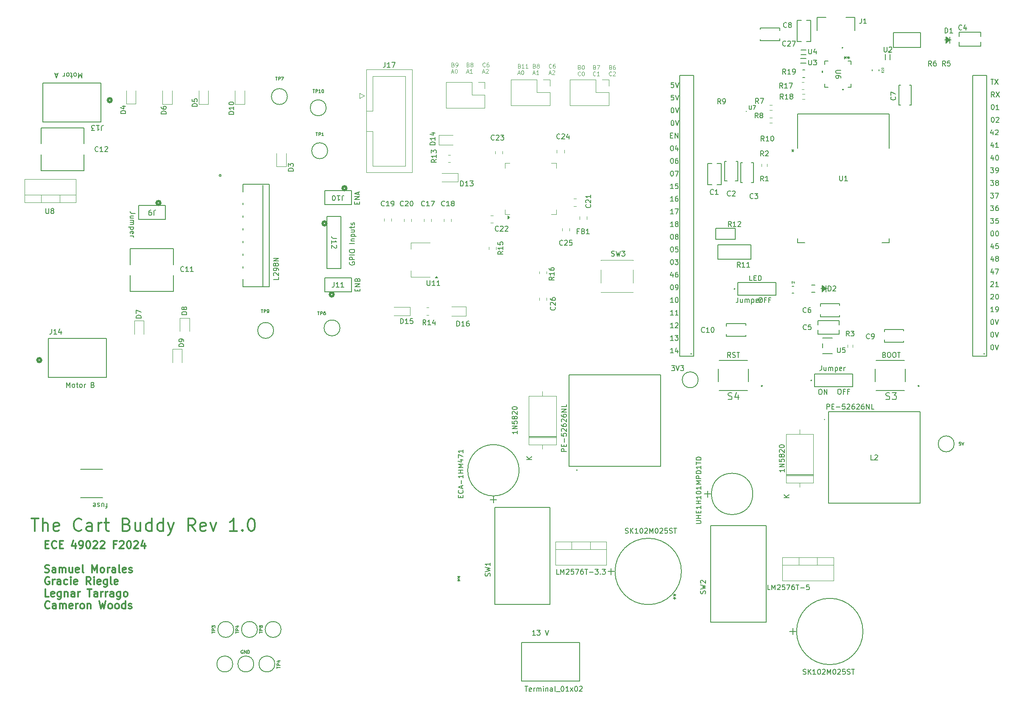
<source format=gbr>
%TF.GenerationSoftware,KiCad,Pcbnew,8.0.4*%
%TF.CreationDate,2024-10-24T16:41:08-04:00*%
%TF.ProjectId,merged,6d657267-6564-42e6-9b69-6361645f7063,rev?*%
%TF.SameCoordinates,Original*%
%TF.FileFunction,Legend,Top*%
%TF.FilePolarity,Positive*%
%FSLAX46Y46*%
G04 Gerber Fmt 4.6, Leading zero omitted, Abs format (unit mm)*
G04 Created by KiCad (PCBNEW 8.0.4) date 2024-10-24 16:41:08*
%MOMM*%
%LPD*%
G01*
G04 APERTURE LIST*
%ADD10C,0.200000*%
%ADD11C,0.100000*%
%ADD12C,0.150000*%
%ADD13C,0.300000*%
%ADD14C,0.098425*%
%ADD15C,0.000000*%
%ADD16C,0.152400*%
%ADD17C,0.127000*%
%ADD18C,0.120000*%
%ADD19C,0.050000*%
%ADD20C,0.508000*%
G04 APERTURE END LIST*
D10*
X532384244Y-174084232D02*
X532384244Y-174750899D01*
X532146149Y-173703280D02*
X531908054Y-174417565D01*
X531908054Y-174417565D02*
X532527101Y-174417565D01*
X533431863Y-174750899D02*
X532860435Y-174750899D01*
X533146149Y-174750899D02*
X533146149Y-173750899D01*
X533146149Y-173750899D02*
X533050911Y-173893756D01*
X533050911Y-173893756D02*
X532955673Y-173988994D01*
X532955673Y-173988994D02*
X532860435Y-174036613D01*
D11*
X437772931Y-158439892D02*
X437887217Y-158477987D01*
X437887217Y-158477987D02*
X437925312Y-158516083D01*
X437925312Y-158516083D02*
X437963408Y-158592273D01*
X437963408Y-158592273D02*
X437963408Y-158706559D01*
X437963408Y-158706559D02*
X437925312Y-158782749D01*
X437925312Y-158782749D02*
X437887217Y-158820845D01*
X437887217Y-158820845D02*
X437811027Y-158858940D01*
X437811027Y-158858940D02*
X437506265Y-158858940D01*
X437506265Y-158858940D02*
X437506265Y-158058940D01*
X437506265Y-158058940D02*
X437772931Y-158058940D01*
X437772931Y-158058940D02*
X437849122Y-158097035D01*
X437849122Y-158097035D02*
X437887217Y-158135130D01*
X437887217Y-158135130D02*
X437925312Y-158211321D01*
X437925312Y-158211321D02*
X437925312Y-158287511D01*
X437925312Y-158287511D02*
X437887217Y-158363702D01*
X437887217Y-158363702D02*
X437849122Y-158401797D01*
X437849122Y-158401797D02*
X437772931Y-158439892D01*
X437772931Y-158439892D02*
X437506265Y-158439892D01*
X438725312Y-158858940D02*
X438268169Y-158858940D01*
X438496741Y-158858940D02*
X438496741Y-158058940D01*
X438496741Y-158058940D02*
X438420550Y-158173225D01*
X438420550Y-158173225D02*
X438344360Y-158249416D01*
X438344360Y-158249416D02*
X438268169Y-158287511D01*
X439487217Y-158858940D02*
X439030074Y-158858940D01*
X439258646Y-158858940D02*
X439258646Y-158058940D01*
X439258646Y-158058940D02*
X439182455Y-158173225D01*
X439182455Y-158173225D02*
X439106265Y-158249416D01*
X439106265Y-158249416D02*
X439030074Y-158287511D01*
X440782454Y-158439892D02*
X440896740Y-158477987D01*
X440896740Y-158477987D02*
X440934835Y-158516083D01*
X440934835Y-158516083D02*
X440972931Y-158592273D01*
X440972931Y-158592273D02*
X440972931Y-158706559D01*
X440972931Y-158706559D02*
X440934835Y-158782749D01*
X440934835Y-158782749D02*
X440896740Y-158820845D01*
X440896740Y-158820845D02*
X440820550Y-158858940D01*
X440820550Y-158858940D02*
X440515788Y-158858940D01*
X440515788Y-158858940D02*
X440515788Y-158058940D01*
X440515788Y-158058940D02*
X440782454Y-158058940D01*
X440782454Y-158058940D02*
X440858645Y-158097035D01*
X440858645Y-158097035D02*
X440896740Y-158135130D01*
X440896740Y-158135130D02*
X440934835Y-158211321D01*
X440934835Y-158211321D02*
X440934835Y-158287511D01*
X440934835Y-158287511D02*
X440896740Y-158363702D01*
X440896740Y-158363702D02*
X440858645Y-158401797D01*
X440858645Y-158401797D02*
X440782454Y-158439892D01*
X440782454Y-158439892D02*
X440515788Y-158439892D01*
X441430073Y-158401797D02*
X441353883Y-158363702D01*
X441353883Y-158363702D02*
X441315788Y-158325606D01*
X441315788Y-158325606D02*
X441277692Y-158249416D01*
X441277692Y-158249416D02*
X441277692Y-158211321D01*
X441277692Y-158211321D02*
X441315788Y-158135130D01*
X441315788Y-158135130D02*
X441353883Y-158097035D01*
X441353883Y-158097035D02*
X441430073Y-158058940D01*
X441430073Y-158058940D02*
X441582454Y-158058940D01*
X441582454Y-158058940D02*
X441658645Y-158097035D01*
X441658645Y-158097035D02*
X441696740Y-158135130D01*
X441696740Y-158135130D02*
X441734835Y-158211321D01*
X441734835Y-158211321D02*
X441734835Y-158249416D01*
X441734835Y-158249416D02*
X441696740Y-158325606D01*
X441696740Y-158325606D02*
X441658645Y-158363702D01*
X441658645Y-158363702D02*
X441582454Y-158401797D01*
X441582454Y-158401797D02*
X441430073Y-158401797D01*
X441430073Y-158401797D02*
X441353883Y-158439892D01*
X441353883Y-158439892D02*
X441315788Y-158477987D01*
X441315788Y-158477987D02*
X441277692Y-158554178D01*
X441277692Y-158554178D02*
X441277692Y-158706559D01*
X441277692Y-158706559D02*
X441315788Y-158782749D01*
X441315788Y-158782749D02*
X441353883Y-158820845D01*
X441353883Y-158820845D02*
X441430073Y-158858940D01*
X441430073Y-158858940D02*
X441582454Y-158858940D01*
X441582454Y-158858940D02*
X441658645Y-158820845D01*
X441658645Y-158820845D02*
X441696740Y-158782749D01*
X441696740Y-158782749D02*
X441734835Y-158706559D01*
X441734835Y-158706559D02*
X441734835Y-158554178D01*
X441734835Y-158554178D02*
X441696740Y-158477987D01*
X441696740Y-158477987D02*
X441658645Y-158439892D01*
X441658645Y-158439892D02*
X441582454Y-158401797D01*
X444172931Y-158782749D02*
X444134835Y-158820845D01*
X444134835Y-158820845D02*
X444020550Y-158858940D01*
X444020550Y-158858940D02*
X443944359Y-158858940D01*
X443944359Y-158858940D02*
X443830073Y-158820845D01*
X443830073Y-158820845D02*
X443753883Y-158744654D01*
X443753883Y-158744654D02*
X443715788Y-158668464D01*
X443715788Y-158668464D02*
X443677692Y-158516083D01*
X443677692Y-158516083D02*
X443677692Y-158401797D01*
X443677692Y-158401797D02*
X443715788Y-158249416D01*
X443715788Y-158249416D02*
X443753883Y-158173225D01*
X443753883Y-158173225D02*
X443830073Y-158097035D01*
X443830073Y-158097035D02*
X443944359Y-158058940D01*
X443944359Y-158058940D02*
X444020550Y-158058940D01*
X444020550Y-158058940D02*
X444134835Y-158097035D01*
X444134835Y-158097035D02*
X444172931Y-158135130D01*
X444858645Y-158058940D02*
X444706264Y-158058940D01*
X444706264Y-158058940D02*
X444630073Y-158097035D01*
X444630073Y-158097035D02*
X444591978Y-158135130D01*
X444591978Y-158135130D02*
X444515788Y-158249416D01*
X444515788Y-158249416D02*
X444477692Y-158401797D01*
X444477692Y-158401797D02*
X444477692Y-158706559D01*
X444477692Y-158706559D02*
X444515788Y-158782749D01*
X444515788Y-158782749D02*
X444553883Y-158820845D01*
X444553883Y-158820845D02*
X444630073Y-158858940D01*
X444630073Y-158858940D02*
X444782454Y-158858940D01*
X444782454Y-158858940D02*
X444858645Y-158820845D01*
X444858645Y-158820845D02*
X444896740Y-158782749D01*
X444896740Y-158782749D02*
X444934835Y-158706559D01*
X444934835Y-158706559D02*
X444934835Y-158516083D01*
X444934835Y-158516083D02*
X444896740Y-158439892D01*
X444896740Y-158439892D02*
X444858645Y-158401797D01*
X444858645Y-158401797D02*
X444782454Y-158363702D01*
X444782454Y-158363702D02*
X444630073Y-158363702D01*
X444630073Y-158363702D02*
X444553883Y-158401797D01*
X444553883Y-158401797D02*
X444515788Y-158439892D01*
X444515788Y-158439892D02*
X444477692Y-158516083D01*
X437468169Y-159918323D02*
X437849122Y-159918323D01*
X437391979Y-160146895D02*
X437658646Y-159346895D01*
X437658646Y-159346895D02*
X437925312Y-160146895D01*
X438344360Y-159346895D02*
X438420550Y-159346895D01*
X438420550Y-159346895D02*
X438496741Y-159384990D01*
X438496741Y-159384990D02*
X438534836Y-159423085D01*
X438534836Y-159423085D02*
X438572931Y-159499276D01*
X438572931Y-159499276D02*
X438611026Y-159651657D01*
X438611026Y-159651657D02*
X438611026Y-159842133D01*
X438611026Y-159842133D02*
X438572931Y-159994514D01*
X438572931Y-159994514D02*
X438534836Y-160070704D01*
X438534836Y-160070704D02*
X438496741Y-160108800D01*
X438496741Y-160108800D02*
X438420550Y-160146895D01*
X438420550Y-160146895D02*
X438344360Y-160146895D01*
X438344360Y-160146895D02*
X438268169Y-160108800D01*
X438268169Y-160108800D02*
X438230074Y-160070704D01*
X438230074Y-160070704D02*
X438191979Y-159994514D01*
X438191979Y-159994514D02*
X438153883Y-159842133D01*
X438153883Y-159842133D02*
X438153883Y-159651657D01*
X438153883Y-159651657D02*
X438191979Y-159499276D01*
X438191979Y-159499276D02*
X438230074Y-159423085D01*
X438230074Y-159423085D02*
X438268169Y-159384990D01*
X438268169Y-159384990D02*
X438344360Y-159346895D01*
X440477692Y-159918323D02*
X440858645Y-159918323D01*
X440401502Y-160146895D02*
X440668169Y-159346895D01*
X440668169Y-159346895D02*
X440934835Y-160146895D01*
X441620549Y-160146895D02*
X441163406Y-160146895D01*
X441391978Y-160146895D02*
X441391978Y-159346895D01*
X441391978Y-159346895D02*
X441315787Y-159461180D01*
X441315787Y-159461180D02*
X441239597Y-159537371D01*
X441239597Y-159537371D02*
X441163406Y-159575466D01*
X443677692Y-159918323D02*
X444058645Y-159918323D01*
X443601502Y-160146895D02*
X443868169Y-159346895D01*
X443868169Y-159346895D02*
X444134835Y-160146895D01*
X444363406Y-159423085D02*
X444401502Y-159384990D01*
X444401502Y-159384990D02*
X444477692Y-159346895D01*
X444477692Y-159346895D02*
X444668168Y-159346895D01*
X444668168Y-159346895D02*
X444744359Y-159384990D01*
X444744359Y-159384990D02*
X444782454Y-159423085D01*
X444782454Y-159423085D02*
X444820549Y-159499276D01*
X444820549Y-159499276D02*
X444820549Y-159575466D01*
X444820549Y-159575466D02*
X444782454Y-159689752D01*
X444782454Y-159689752D02*
X444325311Y-160146895D01*
X444325311Y-160146895D02*
X444820549Y-160146895D01*
D10*
X468196149Y-179452079D02*
X468291387Y-179452079D01*
X468291387Y-179452079D02*
X468386625Y-179499698D01*
X468386625Y-179499698D02*
X468434244Y-179547317D01*
X468434244Y-179547317D02*
X468481863Y-179642555D01*
X468481863Y-179642555D02*
X468529482Y-179833031D01*
X468529482Y-179833031D02*
X468529482Y-180071126D01*
X468529482Y-180071126D02*
X468481863Y-180261602D01*
X468481863Y-180261602D02*
X468434244Y-180356840D01*
X468434244Y-180356840D02*
X468386625Y-180404460D01*
X468386625Y-180404460D02*
X468291387Y-180452079D01*
X468291387Y-180452079D02*
X468196149Y-180452079D01*
X468196149Y-180452079D02*
X468100911Y-180404460D01*
X468100911Y-180404460D02*
X468053292Y-180356840D01*
X468053292Y-180356840D02*
X468005673Y-180261602D01*
X468005673Y-180261602D02*
X467958054Y-180071126D01*
X467958054Y-180071126D02*
X467958054Y-179833031D01*
X467958054Y-179833031D02*
X468005673Y-179642555D01*
X468005673Y-179642555D02*
X468053292Y-179547317D01*
X468053292Y-179547317D02*
X468100911Y-179499698D01*
X468100911Y-179499698D02*
X468196149Y-179452079D01*
X468862816Y-179452079D02*
X469529482Y-179452079D01*
X469529482Y-179452079D02*
X469100911Y-180452079D01*
X532384244Y-199358032D02*
X532384244Y-200024699D01*
X532146149Y-198977080D02*
X531908054Y-199691365D01*
X531908054Y-199691365D02*
X532527101Y-199691365D01*
X532812816Y-199024699D02*
X533479482Y-199024699D01*
X533479482Y-199024699D02*
X533050911Y-200024699D01*
X468529482Y-215835419D02*
X467958054Y-215835419D01*
X468243768Y-215835419D02*
X468243768Y-214835419D01*
X468243768Y-214835419D02*
X468148530Y-214978276D01*
X468148530Y-214978276D02*
X468053292Y-215073514D01*
X468053292Y-215073514D02*
X467958054Y-215121133D01*
X469386625Y-215168752D02*
X469386625Y-215835419D01*
X469148530Y-214787800D02*
X468910435Y-215502085D01*
X468910435Y-215502085D02*
X469529482Y-215502085D01*
X531860435Y-183860419D02*
X532479482Y-183860419D01*
X532479482Y-183860419D02*
X532146149Y-184241371D01*
X532146149Y-184241371D02*
X532289006Y-184241371D01*
X532289006Y-184241371D02*
X532384244Y-184288990D01*
X532384244Y-184288990D02*
X532431863Y-184336609D01*
X532431863Y-184336609D02*
X532479482Y-184431847D01*
X532479482Y-184431847D02*
X532479482Y-184669942D01*
X532479482Y-184669942D02*
X532431863Y-184765180D01*
X532431863Y-184765180D02*
X532384244Y-184812800D01*
X532384244Y-184812800D02*
X532289006Y-184860419D01*
X532289006Y-184860419D02*
X532003292Y-184860419D01*
X532003292Y-184860419D02*
X531908054Y-184812800D01*
X531908054Y-184812800D02*
X531860435Y-184765180D01*
X532812816Y-183860419D02*
X533479482Y-183860419D01*
X533479482Y-183860419D02*
X533050911Y-184860419D01*
X531908054Y-201647317D02*
X531955673Y-201599698D01*
X531955673Y-201599698D02*
X532050911Y-201552079D01*
X532050911Y-201552079D02*
X532289006Y-201552079D01*
X532289006Y-201552079D02*
X532384244Y-201599698D01*
X532384244Y-201599698D02*
X532431863Y-201647317D01*
X532431863Y-201647317D02*
X532479482Y-201742555D01*
X532479482Y-201742555D02*
X532479482Y-201837793D01*
X532479482Y-201837793D02*
X532431863Y-201980650D01*
X532431863Y-201980650D02*
X531860435Y-202552079D01*
X531860435Y-202552079D02*
X532479482Y-202552079D01*
X533431863Y-202552079D02*
X532860435Y-202552079D01*
X533146149Y-202552079D02*
X533146149Y-201552079D01*
X533146149Y-201552079D02*
X533050911Y-201694936D01*
X533050911Y-201694936D02*
X532955673Y-201790174D01*
X532955673Y-201790174D02*
X532860435Y-201837793D01*
X532622339Y-164641379D02*
X532289006Y-164165188D01*
X532050911Y-164641379D02*
X532050911Y-163641379D01*
X532050911Y-163641379D02*
X532431863Y-163641379D01*
X532431863Y-163641379D02*
X532527101Y-163688998D01*
X532527101Y-163688998D02*
X532574720Y-163736617D01*
X532574720Y-163736617D02*
X532622339Y-163831855D01*
X532622339Y-163831855D02*
X532622339Y-163974712D01*
X532622339Y-163974712D02*
X532574720Y-164069950D01*
X532574720Y-164069950D02*
X532527101Y-164117569D01*
X532527101Y-164117569D02*
X532431863Y-164165188D01*
X532431863Y-164165188D02*
X532050911Y-164165188D01*
X532955673Y-163641379D02*
X533622339Y-164641379D01*
X533622339Y-163641379D02*
X532955673Y-164641379D01*
X531860435Y-186387799D02*
X532479482Y-186387799D01*
X532479482Y-186387799D02*
X532146149Y-186768751D01*
X532146149Y-186768751D02*
X532289006Y-186768751D01*
X532289006Y-186768751D02*
X532384244Y-186816370D01*
X532384244Y-186816370D02*
X532431863Y-186863989D01*
X532431863Y-186863989D02*
X532479482Y-186959227D01*
X532479482Y-186959227D02*
X532479482Y-187197322D01*
X532479482Y-187197322D02*
X532431863Y-187292560D01*
X532431863Y-187292560D02*
X532384244Y-187340180D01*
X532384244Y-187340180D02*
X532289006Y-187387799D01*
X532289006Y-187387799D02*
X532003292Y-187387799D01*
X532003292Y-187387799D02*
X531908054Y-187340180D01*
X531908054Y-187340180D02*
X531860435Y-187292560D01*
X533336625Y-186387799D02*
X533146149Y-186387799D01*
X533146149Y-186387799D02*
X533050911Y-186435418D01*
X533050911Y-186435418D02*
X533003292Y-186483037D01*
X533003292Y-186483037D02*
X532908054Y-186625894D01*
X532908054Y-186625894D02*
X532860435Y-186816370D01*
X532860435Y-186816370D02*
X532860435Y-187197322D01*
X532860435Y-187197322D02*
X532908054Y-187292560D01*
X532908054Y-187292560D02*
X532955673Y-187340180D01*
X532955673Y-187340180D02*
X533050911Y-187387799D01*
X533050911Y-187387799D02*
X533241387Y-187387799D01*
X533241387Y-187387799D02*
X533336625Y-187340180D01*
X533336625Y-187340180D02*
X533384244Y-187292560D01*
X533384244Y-187292560D02*
X533431863Y-187197322D01*
X533431863Y-187197322D02*
X533431863Y-186959227D01*
X533431863Y-186959227D02*
X533384244Y-186863989D01*
X533384244Y-186863989D02*
X533336625Y-186816370D01*
X533336625Y-186816370D02*
X533241387Y-186768751D01*
X533241387Y-186768751D02*
X533050911Y-186768751D01*
X533050911Y-186768751D02*
X532955673Y-186816370D01*
X532955673Y-186816370D02*
X532908054Y-186863989D01*
X532908054Y-186863989D02*
X532860435Y-186959227D01*
X467958054Y-172346129D02*
X468291387Y-172346129D01*
X468434244Y-172869939D02*
X467958054Y-172869939D01*
X467958054Y-172869939D02*
X467958054Y-171869939D01*
X467958054Y-171869939D02*
X468434244Y-171869939D01*
X468862816Y-172869939D02*
X468862816Y-171869939D01*
X468862816Y-171869939D02*
X469434244Y-172869939D01*
X469434244Y-172869939D02*
X469434244Y-171869939D01*
X468529482Y-190561599D02*
X467958054Y-190561599D01*
X468243768Y-190561599D02*
X468243768Y-189561599D01*
X468243768Y-189561599D02*
X468148530Y-189704456D01*
X468148530Y-189704456D02*
X468053292Y-189799694D01*
X468053292Y-189799694D02*
X467958054Y-189847313D01*
X469100911Y-189990170D02*
X469005673Y-189942551D01*
X469005673Y-189942551D02*
X468958054Y-189894932D01*
X468958054Y-189894932D02*
X468910435Y-189799694D01*
X468910435Y-189799694D02*
X468910435Y-189752075D01*
X468910435Y-189752075D02*
X468958054Y-189656837D01*
X468958054Y-189656837D02*
X469005673Y-189609218D01*
X469005673Y-189609218D02*
X469100911Y-189561599D01*
X469100911Y-189561599D02*
X469291387Y-189561599D01*
X469291387Y-189561599D02*
X469386625Y-189609218D01*
X469386625Y-189609218D02*
X469434244Y-189656837D01*
X469434244Y-189656837D02*
X469481863Y-189752075D01*
X469481863Y-189752075D02*
X469481863Y-189799694D01*
X469481863Y-189799694D02*
X469434244Y-189894932D01*
X469434244Y-189894932D02*
X469386625Y-189942551D01*
X469386625Y-189942551D02*
X469291387Y-189990170D01*
X469291387Y-189990170D02*
X469100911Y-189990170D01*
X469100911Y-189990170D02*
X469005673Y-190037789D01*
X469005673Y-190037789D02*
X468958054Y-190085408D01*
X468958054Y-190085408D02*
X468910435Y-190180646D01*
X468910435Y-190180646D02*
X468910435Y-190371122D01*
X468910435Y-190371122D02*
X468958054Y-190466360D01*
X468958054Y-190466360D02*
X469005673Y-190513980D01*
X469005673Y-190513980D02*
X469100911Y-190561599D01*
X469100911Y-190561599D02*
X469291387Y-190561599D01*
X469291387Y-190561599D02*
X469386625Y-190513980D01*
X469386625Y-190513980D02*
X469434244Y-190466360D01*
X469434244Y-190466360D02*
X469481863Y-190371122D01*
X469481863Y-190371122D02*
X469481863Y-190180646D01*
X469481863Y-190180646D02*
X469434244Y-190085408D01*
X469434244Y-190085408D02*
X469386625Y-190037789D01*
X469386625Y-190037789D02*
X469291387Y-189990170D01*
X532146149Y-211661599D02*
X532241387Y-211661599D01*
X532241387Y-211661599D02*
X532336625Y-211709218D01*
X532336625Y-211709218D02*
X532384244Y-211756837D01*
X532384244Y-211756837D02*
X532431863Y-211852075D01*
X532431863Y-211852075D02*
X532479482Y-212042551D01*
X532479482Y-212042551D02*
X532479482Y-212280646D01*
X532479482Y-212280646D02*
X532431863Y-212471122D01*
X532431863Y-212471122D02*
X532384244Y-212566360D01*
X532384244Y-212566360D02*
X532336625Y-212613980D01*
X532336625Y-212613980D02*
X532241387Y-212661599D01*
X532241387Y-212661599D02*
X532146149Y-212661599D01*
X532146149Y-212661599D02*
X532050911Y-212613980D01*
X532050911Y-212613980D02*
X532003292Y-212566360D01*
X532003292Y-212566360D02*
X531955673Y-212471122D01*
X531955673Y-212471122D02*
X531908054Y-212280646D01*
X531908054Y-212280646D02*
X531908054Y-212042551D01*
X531908054Y-212042551D02*
X531955673Y-211852075D01*
X531955673Y-211852075D02*
X532003292Y-211756837D01*
X532003292Y-211756837D02*
X532050911Y-211709218D01*
X532050911Y-211709218D02*
X532146149Y-211661599D01*
X532765197Y-211661599D02*
X533098530Y-212661599D01*
X533098530Y-212661599D02*
X533431863Y-211661599D01*
X468160435Y-218360419D02*
X468779482Y-218360419D01*
X468779482Y-218360419D02*
X468446149Y-218741371D01*
X468446149Y-218741371D02*
X468589006Y-218741371D01*
X468589006Y-218741371D02*
X468684244Y-218788990D01*
X468684244Y-218788990D02*
X468731863Y-218836609D01*
X468731863Y-218836609D02*
X468779482Y-218931847D01*
X468779482Y-218931847D02*
X468779482Y-219169942D01*
X468779482Y-219169942D02*
X468731863Y-219265180D01*
X468731863Y-219265180D02*
X468684244Y-219312800D01*
X468684244Y-219312800D02*
X468589006Y-219360419D01*
X468589006Y-219360419D02*
X468303292Y-219360419D01*
X468303292Y-219360419D02*
X468208054Y-219312800D01*
X468208054Y-219312800D02*
X468160435Y-219265180D01*
X469065197Y-218360419D02*
X469398530Y-219360419D01*
X469398530Y-219360419D02*
X469731863Y-218360419D01*
X469969959Y-218360419D02*
X470589006Y-218360419D01*
X470589006Y-218360419D02*
X470255673Y-218741371D01*
X470255673Y-218741371D02*
X470398530Y-218741371D01*
X470398530Y-218741371D02*
X470493768Y-218788990D01*
X470493768Y-218788990D02*
X470541387Y-218836609D01*
X470541387Y-218836609D02*
X470589006Y-218931847D01*
X470589006Y-218931847D02*
X470589006Y-219169942D01*
X470589006Y-219169942D02*
X470541387Y-219265180D01*
X470541387Y-219265180D02*
X470493768Y-219312800D01*
X470493768Y-219312800D02*
X470398530Y-219360419D01*
X470398530Y-219360419D02*
X470112816Y-219360419D01*
X470112816Y-219360419D02*
X470017578Y-219312800D01*
X470017578Y-219312800D02*
X469969959Y-219265180D01*
X532241387Y-168696139D02*
X532336625Y-168696139D01*
X532336625Y-168696139D02*
X532431863Y-168743758D01*
X532431863Y-168743758D02*
X532479482Y-168791377D01*
X532479482Y-168791377D02*
X532527101Y-168886615D01*
X532527101Y-168886615D02*
X532574720Y-169077091D01*
X532574720Y-169077091D02*
X532574720Y-169315186D01*
X532574720Y-169315186D02*
X532527101Y-169505662D01*
X532527101Y-169505662D02*
X532479482Y-169600900D01*
X532479482Y-169600900D02*
X532431863Y-169648520D01*
X532431863Y-169648520D02*
X532336625Y-169696139D01*
X532336625Y-169696139D02*
X532241387Y-169696139D01*
X532241387Y-169696139D02*
X532146149Y-169648520D01*
X532146149Y-169648520D02*
X532098530Y-169600900D01*
X532098530Y-169600900D02*
X532050911Y-169505662D01*
X532050911Y-169505662D02*
X532003292Y-169315186D01*
X532003292Y-169315186D02*
X532003292Y-169077091D01*
X532003292Y-169077091D02*
X532050911Y-168886615D01*
X532050911Y-168886615D02*
X532098530Y-168791377D01*
X532098530Y-168791377D02*
X532146149Y-168743758D01*
X532146149Y-168743758D02*
X532241387Y-168696139D01*
X532955673Y-168791377D02*
X533003292Y-168743758D01*
X533003292Y-168743758D02*
X533098530Y-168696139D01*
X533098530Y-168696139D02*
X533336625Y-168696139D01*
X533336625Y-168696139D02*
X533431863Y-168743758D01*
X533431863Y-168743758D02*
X533479482Y-168791377D01*
X533479482Y-168791377D02*
X533527101Y-168886615D01*
X533527101Y-168886615D02*
X533527101Y-168981853D01*
X533527101Y-168981853D02*
X533479482Y-169124710D01*
X533479482Y-169124710D02*
X532908054Y-169696139D01*
X532908054Y-169696139D02*
X533527101Y-169696139D01*
X531908054Y-161113999D02*
X532479482Y-161113999D01*
X532193768Y-162113999D02*
X532193768Y-161113999D01*
X532717578Y-161113999D02*
X533384244Y-162113999D01*
X533384244Y-161113999D02*
X532717578Y-162113999D01*
D12*
X382544381Y-275278752D02*
X382483428Y-275248276D01*
X382483428Y-275248276D02*
X382392000Y-275248276D01*
X382392000Y-275248276D02*
X382300571Y-275278752D01*
X382300571Y-275278752D02*
X382239619Y-275339704D01*
X382239619Y-275339704D02*
X382209142Y-275400657D01*
X382209142Y-275400657D02*
X382178666Y-275522561D01*
X382178666Y-275522561D02*
X382178666Y-275613990D01*
X382178666Y-275613990D02*
X382209142Y-275735895D01*
X382209142Y-275735895D02*
X382239619Y-275796847D01*
X382239619Y-275796847D02*
X382300571Y-275857800D01*
X382300571Y-275857800D02*
X382392000Y-275888276D01*
X382392000Y-275888276D02*
X382452952Y-275888276D01*
X382452952Y-275888276D02*
X382544381Y-275857800D01*
X382544381Y-275857800D02*
X382574857Y-275827323D01*
X382574857Y-275827323D02*
X382574857Y-275613990D01*
X382574857Y-275613990D02*
X382452952Y-275613990D01*
X382849142Y-275888276D02*
X382849142Y-275248276D01*
X382849142Y-275248276D02*
X383214857Y-275888276D01*
X383214857Y-275888276D02*
X383214857Y-275248276D01*
X383519618Y-275888276D02*
X383519618Y-275248276D01*
X383519618Y-275248276D02*
X383671999Y-275248276D01*
X383671999Y-275248276D02*
X383763428Y-275278752D01*
X383763428Y-275278752D02*
X383824380Y-275339704D01*
X383824380Y-275339704D02*
X383854857Y-275400657D01*
X383854857Y-275400657D02*
X383885333Y-275522561D01*
X383885333Y-275522561D02*
X383885333Y-275613990D01*
X383885333Y-275613990D02*
X383854857Y-275735895D01*
X383854857Y-275735895D02*
X383824380Y-275796847D01*
X383824380Y-275796847D02*
X383763428Y-275857800D01*
X383763428Y-275857800D02*
X383671999Y-275888276D01*
X383671999Y-275888276D02*
X383519618Y-275888276D01*
D10*
X468291387Y-166815179D02*
X468386625Y-166815179D01*
X468386625Y-166815179D02*
X468481863Y-166862798D01*
X468481863Y-166862798D02*
X468529482Y-166910417D01*
X468529482Y-166910417D02*
X468577101Y-167005655D01*
X468577101Y-167005655D02*
X468624720Y-167196131D01*
X468624720Y-167196131D02*
X468624720Y-167434226D01*
X468624720Y-167434226D02*
X468577101Y-167624702D01*
X468577101Y-167624702D02*
X468529482Y-167719940D01*
X468529482Y-167719940D02*
X468481863Y-167767560D01*
X468481863Y-167767560D02*
X468386625Y-167815179D01*
X468386625Y-167815179D02*
X468291387Y-167815179D01*
X468291387Y-167815179D02*
X468196149Y-167767560D01*
X468196149Y-167767560D02*
X468148530Y-167719940D01*
X468148530Y-167719940D02*
X468100911Y-167624702D01*
X468100911Y-167624702D02*
X468053292Y-167434226D01*
X468053292Y-167434226D02*
X468053292Y-167196131D01*
X468053292Y-167196131D02*
X468100911Y-167005655D01*
X468100911Y-167005655D02*
X468148530Y-166910417D01*
X468148530Y-166910417D02*
X468196149Y-166862798D01*
X468196149Y-166862798D02*
X468291387Y-166815179D01*
X468910435Y-166815179D02*
X469243768Y-167815179D01*
X469243768Y-167815179D02*
X469577101Y-166815179D01*
X532384244Y-194303272D02*
X532384244Y-194969939D01*
X532146149Y-193922320D02*
X531908054Y-194636605D01*
X531908054Y-194636605D02*
X532527101Y-194636605D01*
X533384244Y-193969939D02*
X532908054Y-193969939D01*
X532908054Y-193969939D02*
X532860435Y-194446129D01*
X532860435Y-194446129D02*
X532908054Y-194398510D01*
X532908054Y-194398510D02*
X533003292Y-194350891D01*
X533003292Y-194350891D02*
X533241387Y-194350891D01*
X533241387Y-194350891D02*
X533336625Y-194398510D01*
X533336625Y-194398510D02*
X533384244Y-194446129D01*
X533384244Y-194446129D02*
X533431863Y-194541367D01*
X533431863Y-194541367D02*
X533431863Y-194779462D01*
X533431863Y-194779462D02*
X533384244Y-194874700D01*
X533384244Y-194874700D02*
X533336625Y-194922320D01*
X533336625Y-194922320D02*
X533241387Y-194969939D01*
X533241387Y-194969939D02*
X533003292Y-194969939D01*
X533003292Y-194969939D02*
X532908054Y-194922320D01*
X532908054Y-194922320D02*
X532860435Y-194874700D01*
X468529482Y-205725879D02*
X467958054Y-205725879D01*
X468243768Y-205725879D02*
X468243768Y-204725879D01*
X468243768Y-204725879D02*
X468148530Y-204868736D01*
X468148530Y-204868736D02*
X468053292Y-204963974D01*
X468053292Y-204963974D02*
X467958054Y-205011593D01*
X469148530Y-204725879D02*
X469243768Y-204725879D01*
X469243768Y-204725879D02*
X469339006Y-204773498D01*
X469339006Y-204773498D02*
X469386625Y-204821117D01*
X469386625Y-204821117D02*
X469434244Y-204916355D01*
X469434244Y-204916355D02*
X469481863Y-205106831D01*
X469481863Y-205106831D02*
X469481863Y-205344926D01*
X469481863Y-205344926D02*
X469434244Y-205535402D01*
X469434244Y-205535402D02*
X469386625Y-205630640D01*
X469386625Y-205630640D02*
X469339006Y-205678260D01*
X469339006Y-205678260D02*
X469243768Y-205725879D01*
X469243768Y-205725879D02*
X469148530Y-205725879D01*
X469148530Y-205725879D02*
X469053292Y-205678260D01*
X469053292Y-205678260D02*
X469005673Y-205630640D01*
X469005673Y-205630640D02*
X468958054Y-205535402D01*
X468958054Y-205535402D02*
X468910435Y-205344926D01*
X468910435Y-205344926D02*
X468910435Y-205106831D01*
X468910435Y-205106831D02*
X468958054Y-204916355D01*
X468958054Y-204916355D02*
X469005673Y-204821117D01*
X469005673Y-204821117D02*
X469053292Y-204773498D01*
X469053292Y-204773498D02*
X469148530Y-204725879D01*
X531860435Y-181333039D02*
X532479482Y-181333039D01*
X532479482Y-181333039D02*
X532146149Y-181713991D01*
X532146149Y-181713991D02*
X532289006Y-181713991D01*
X532289006Y-181713991D02*
X532384244Y-181761610D01*
X532384244Y-181761610D02*
X532431863Y-181809229D01*
X532431863Y-181809229D02*
X532479482Y-181904467D01*
X532479482Y-181904467D02*
X532479482Y-182142562D01*
X532479482Y-182142562D02*
X532431863Y-182237800D01*
X532431863Y-182237800D02*
X532384244Y-182285420D01*
X532384244Y-182285420D02*
X532289006Y-182333039D01*
X532289006Y-182333039D02*
X532003292Y-182333039D01*
X532003292Y-182333039D02*
X531908054Y-182285420D01*
X531908054Y-182285420D02*
X531860435Y-182237800D01*
X533050911Y-181761610D02*
X532955673Y-181713991D01*
X532955673Y-181713991D02*
X532908054Y-181666372D01*
X532908054Y-181666372D02*
X532860435Y-181571134D01*
X532860435Y-181571134D02*
X532860435Y-181523515D01*
X532860435Y-181523515D02*
X532908054Y-181428277D01*
X532908054Y-181428277D02*
X532955673Y-181380658D01*
X532955673Y-181380658D02*
X533050911Y-181333039D01*
X533050911Y-181333039D02*
X533241387Y-181333039D01*
X533241387Y-181333039D02*
X533336625Y-181380658D01*
X533336625Y-181380658D02*
X533384244Y-181428277D01*
X533384244Y-181428277D02*
X533431863Y-181523515D01*
X533431863Y-181523515D02*
X533431863Y-181571134D01*
X533431863Y-181571134D02*
X533384244Y-181666372D01*
X533384244Y-181666372D02*
X533336625Y-181713991D01*
X533336625Y-181713991D02*
X533241387Y-181761610D01*
X533241387Y-181761610D02*
X533050911Y-181761610D01*
X533050911Y-181761610D02*
X532955673Y-181809229D01*
X532955673Y-181809229D02*
X532908054Y-181856848D01*
X532908054Y-181856848D02*
X532860435Y-181952086D01*
X532860435Y-181952086D02*
X532860435Y-182142562D01*
X532860435Y-182142562D02*
X532908054Y-182237800D01*
X532908054Y-182237800D02*
X532955673Y-182285420D01*
X532955673Y-182285420D02*
X533050911Y-182333039D01*
X533050911Y-182333039D02*
X533241387Y-182333039D01*
X533241387Y-182333039D02*
X533336625Y-182285420D01*
X533336625Y-182285420D02*
X533384244Y-182237800D01*
X533384244Y-182237800D02*
X533431863Y-182142562D01*
X533431863Y-182142562D02*
X533431863Y-181952086D01*
X533431863Y-181952086D02*
X533384244Y-181856848D01*
X533384244Y-181856848D02*
X533336625Y-181809229D01*
X533336625Y-181809229D02*
X533241387Y-181761610D01*
X468196149Y-176924699D02*
X468291387Y-176924699D01*
X468291387Y-176924699D02*
X468386625Y-176972318D01*
X468386625Y-176972318D02*
X468434244Y-177019937D01*
X468434244Y-177019937D02*
X468481863Y-177115175D01*
X468481863Y-177115175D02*
X468529482Y-177305651D01*
X468529482Y-177305651D02*
X468529482Y-177543746D01*
X468529482Y-177543746D02*
X468481863Y-177734222D01*
X468481863Y-177734222D02*
X468434244Y-177829460D01*
X468434244Y-177829460D02*
X468386625Y-177877080D01*
X468386625Y-177877080D02*
X468291387Y-177924699D01*
X468291387Y-177924699D02*
X468196149Y-177924699D01*
X468196149Y-177924699D02*
X468100911Y-177877080D01*
X468100911Y-177877080D02*
X468053292Y-177829460D01*
X468053292Y-177829460D02*
X468005673Y-177734222D01*
X468005673Y-177734222D02*
X467958054Y-177543746D01*
X467958054Y-177543746D02*
X467958054Y-177305651D01*
X467958054Y-177305651D02*
X468005673Y-177115175D01*
X468005673Y-177115175D02*
X468053292Y-177019937D01*
X468053292Y-177019937D02*
X468100911Y-176972318D01*
X468100911Y-176972318D02*
X468196149Y-176924699D01*
X469386625Y-176924699D02*
X469196149Y-176924699D01*
X469196149Y-176924699D02*
X469100911Y-176972318D01*
X469100911Y-176972318D02*
X469053292Y-177019937D01*
X469053292Y-177019937D02*
X468958054Y-177162794D01*
X468958054Y-177162794D02*
X468910435Y-177353270D01*
X468910435Y-177353270D02*
X468910435Y-177734222D01*
X468910435Y-177734222D02*
X468958054Y-177829460D01*
X468958054Y-177829460D02*
X469005673Y-177877080D01*
X469005673Y-177877080D02*
X469100911Y-177924699D01*
X469100911Y-177924699D02*
X469291387Y-177924699D01*
X469291387Y-177924699D02*
X469386625Y-177877080D01*
X469386625Y-177877080D02*
X469434244Y-177829460D01*
X469434244Y-177829460D02*
X469481863Y-177734222D01*
X469481863Y-177734222D02*
X469481863Y-177496127D01*
X469481863Y-177496127D02*
X469434244Y-177400889D01*
X469434244Y-177400889D02*
X469386625Y-177353270D01*
X469386625Y-177353270D02*
X469291387Y-177305651D01*
X469291387Y-177305651D02*
X469100911Y-177305651D01*
X469100911Y-177305651D02*
X469005673Y-177353270D01*
X469005673Y-177353270D02*
X468958054Y-177400889D01*
X468958054Y-177400889D02*
X468910435Y-177496127D01*
D12*
X497766952Y-223106019D02*
X497957428Y-223106019D01*
X497957428Y-223106019D02*
X498052666Y-223153638D01*
X498052666Y-223153638D02*
X498147904Y-223248876D01*
X498147904Y-223248876D02*
X498195523Y-223439352D01*
X498195523Y-223439352D02*
X498195523Y-223772685D01*
X498195523Y-223772685D02*
X498147904Y-223963161D01*
X498147904Y-223963161D02*
X498052666Y-224058400D01*
X498052666Y-224058400D02*
X497957428Y-224106019D01*
X497957428Y-224106019D02*
X497766952Y-224106019D01*
X497766952Y-224106019D02*
X497671714Y-224058400D01*
X497671714Y-224058400D02*
X497576476Y-223963161D01*
X497576476Y-223963161D02*
X497528857Y-223772685D01*
X497528857Y-223772685D02*
X497528857Y-223439352D01*
X497528857Y-223439352D02*
X497576476Y-223248876D01*
X497576476Y-223248876D02*
X497671714Y-223153638D01*
X497671714Y-223153638D02*
X497766952Y-223106019D01*
X498624095Y-224106019D02*
X498624095Y-223106019D01*
X498624095Y-223106019D02*
X499195523Y-224106019D01*
X499195523Y-224106019D02*
X499195523Y-223106019D01*
X440959999Y-272234819D02*
X440388571Y-272234819D01*
X440674285Y-272234819D02*
X440674285Y-271234819D01*
X440674285Y-271234819D02*
X440579047Y-271377676D01*
X440579047Y-271377676D02*
X440483809Y-271472914D01*
X440483809Y-271472914D02*
X440388571Y-271520533D01*
X441293333Y-271234819D02*
X441912380Y-271234819D01*
X441912380Y-271234819D02*
X441579047Y-271615771D01*
X441579047Y-271615771D02*
X441721904Y-271615771D01*
X441721904Y-271615771D02*
X441817142Y-271663390D01*
X441817142Y-271663390D02*
X441864761Y-271711009D01*
X441864761Y-271711009D02*
X441912380Y-271806247D01*
X441912380Y-271806247D02*
X441912380Y-272044342D01*
X441912380Y-272044342D02*
X441864761Y-272139580D01*
X441864761Y-272139580D02*
X441817142Y-272187200D01*
X441817142Y-272187200D02*
X441721904Y-272234819D01*
X441721904Y-272234819D02*
X441436190Y-272234819D01*
X441436190Y-272234819D02*
X441340952Y-272187200D01*
X441340952Y-272187200D02*
X441293333Y-272139580D01*
X442960000Y-271234819D02*
X443293333Y-272234819D01*
X443293333Y-272234819D02*
X443626666Y-271234819D01*
D10*
X468529482Y-208253259D02*
X467958054Y-208253259D01*
X468243768Y-208253259D02*
X468243768Y-207253259D01*
X468243768Y-207253259D02*
X468148530Y-207396116D01*
X468148530Y-207396116D02*
X468053292Y-207491354D01*
X468053292Y-207491354D02*
X467958054Y-207538973D01*
X469481863Y-208253259D02*
X468910435Y-208253259D01*
X469196149Y-208253259D02*
X469196149Y-207253259D01*
X469196149Y-207253259D02*
X469100911Y-207396116D01*
X469100911Y-207396116D02*
X469005673Y-207491354D01*
X469005673Y-207491354D02*
X468910435Y-207538973D01*
X468434244Y-200004452D02*
X468434244Y-200671119D01*
X468196149Y-199623500D02*
X467958054Y-200337785D01*
X467958054Y-200337785D02*
X468577101Y-200337785D01*
X469386625Y-199671119D02*
X469196149Y-199671119D01*
X469196149Y-199671119D02*
X469100911Y-199718738D01*
X469100911Y-199718738D02*
X469053292Y-199766357D01*
X469053292Y-199766357D02*
X468958054Y-199909214D01*
X468958054Y-199909214D02*
X468910435Y-200099690D01*
X468910435Y-200099690D02*
X468910435Y-200480642D01*
X468910435Y-200480642D02*
X468958054Y-200575880D01*
X468958054Y-200575880D02*
X469005673Y-200623500D01*
X469005673Y-200623500D02*
X469100911Y-200671119D01*
X469100911Y-200671119D02*
X469291387Y-200671119D01*
X469291387Y-200671119D02*
X469386625Y-200623500D01*
X469386625Y-200623500D02*
X469434244Y-200575880D01*
X469434244Y-200575880D02*
X469481863Y-200480642D01*
X469481863Y-200480642D02*
X469481863Y-200242547D01*
X469481863Y-200242547D02*
X469434244Y-200147309D01*
X469434244Y-200147309D02*
X469386625Y-200099690D01*
X469386625Y-200099690D02*
X469291387Y-200052071D01*
X469291387Y-200052071D02*
X469100911Y-200052071D01*
X469100911Y-200052071D02*
X469005673Y-200099690D01*
X469005673Y-200099690D02*
X468958054Y-200147309D01*
X468958054Y-200147309D02*
X468910435Y-200242547D01*
X531860435Y-178805659D02*
X532479482Y-178805659D01*
X532479482Y-178805659D02*
X532146149Y-179186611D01*
X532146149Y-179186611D02*
X532289006Y-179186611D01*
X532289006Y-179186611D02*
X532384244Y-179234230D01*
X532384244Y-179234230D02*
X532431863Y-179281849D01*
X532431863Y-179281849D02*
X532479482Y-179377087D01*
X532479482Y-179377087D02*
X532479482Y-179615182D01*
X532479482Y-179615182D02*
X532431863Y-179710420D01*
X532431863Y-179710420D02*
X532384244Y-179758040D01*
X532384244Y-179758040D02*
X532289006Y-179805659D01*
X532289006Y-179805659D02*
X532003292Y-179805659D01*
X532003292Y-179805659D02*
X531908054Y-179758040D01*
X531908054Y-179758040D02*
X531860435Y-179710420D01*
X532955673Y-179805659D02*
X533146149Y-179805659D01*
X533146149Y-179805659D02*
X533241387Y-179758040D01*
X533241387Y-179758040D02*
X533289006Y-179710420D01*
X533289006Y-179710420D02*
X533384244Y-179567563D01*
X533384244Y-179567563D02*
X533431863Y-179377087D01*
X533431863Y-179377087D02*
X533431863Y-178996135D01*
X533431863Y-178996135D02*
X533384244Y-178900897D01*
X533384244Y-178900897D02*
X533336625Y-178853278D01*
X533336625Y-178853278D02*
X533241387Y-178805659D01*
X533241387Y-178805659D02*
X533050911Y-178805659D01*
X533050911Y-178805659D02*
X532955673Y-178853278D01*
X532955673Y-178853278D02*
X532908054Y-178900897D01*
X532908054Y-178900897D02*
X532860435Y-178996135D01*
X532860435Y-178996135D02*
X532860435Y-179234230D01*
X532860435Y-179234230D02*
X532908054Y-179329468D01*
X532908054Y-179329468D02*
X532955673Y-179377087D01*
X532955673Y-179377087D02*
X533050911Y-179424706D01*
X533050911Y-179424706D02*
X533241387Y-179424706D01*
X533241387Y-179424706D02*
X533336625Y-179377087D01*
X533336625Y-179377087D02*
X533384244Y-179329468D01*
X533384244Y-179329468D02*
X533431863Y-179234230D01*
X532384244Y-196830652D02*
X532384244Y-197497319D01*
X532146149Y-196449700D02*
X531908054Y-197163985D01*
X531908054Y-197163985D02*
X532527101Y-197163985D01*
X533050911Y-196925890D02*
X532955673Y-196878271D01*
X532955673Y-196878271D02*
X532908054Y-196830652D01*
X532908054Y-196830652D02*
X532860435Y-196735414D01*
X532860435Y-196735414D02*
X532860435Y-196687795D01*
X532860435Y-196687795D02*
X532908054Y-196592557D01*
X532908054Y-196592557D02*
X532955673Y-196544938D01*
X532955673Y-196544938D02*
X533050911Y-196497319D01*
X533050911Y-196497319D02*
X533241387Y-196497319D01*
X533241387Y-196497319D02*
X533336625Y-196544938D01*
X533336625Y-196544938D02*
X533384244Y-196592557D01*
X533384244Y-196592557D02*
X533431863Y-196687795D01*
X533431863Y-196687795D02*
X533431863Y-196735414D01*
X533431863Y-196735414D02*
X533384244Y-196830652D01*
X533384244Y-196830652D02*
X533336625Y-196878271D01*
X533336625Y-196878271D02*
X533241387Y-196925890D01*
X533241387Y-196925890D02*
X533050911Y-196925890D01*
X533050911Y-196925890D02*
X532955673Y-196973509D01*
X532955673Y-196973509D02*
X532908054Y-197021128D01*
X532908054Y-197021128D02*
X532860435Y-197116366D01*
X532860435Y-197116366D02*
X532860435Y-197306842D01*
X532860435Y-197306842D02*
X532908054Y-197402080D01*
X532908054Y-197402080D02*
X532955673Y-197449700D01*
X532955673Y-197449700D02*
X533050911Y-197497319D01*
X533050911Y-197497319D02*
X533241387Y-197497319D01*
X533241387Y-197497319D02*
X533336625Y-197449700D01*
X533336625Y-197449700D02*
X533384244Y-197402080D01*
X533384244Y-197402080D02*
X533431863Y-197306842D01*
X533431863Y-197306842D02*
X533431863Y-197116366D01*
X533431863Y-197116366D02*
X533384244Y-197021128D01*
X533384244Y-197021128D02*
X533336625Y-196973509D01*
X533336625Y-196973509D02*
X533241387Y-196925890D01*
X532479482Y-207606839D02*
X531908054Y-207606839D01*
X532193768Y-207606839D02*
X532193768Y-206606839D01*
X532193768Y-206606839D02*
X532098530Y-206749696D01*
X532098530Y-206749696D02*
X532003292Y-206844934D01*
X532003292Y-206844934D02*
X531908054Y-206892553D01*
X532955673Y-207606839D02*
X533146149Y-207606839D01*
X533146149Y-207606839D02*
X533241387Y-207559220D01*
X533241387Y-207559220D02*
X533289006Y-207511600D01*
X533289006Y-207511600D02*
X533384244Y-207368743D01*
X533384244Y-207368743D02*
X533431863Y-207178267D01*
X533431863Y-207178267D02*
X533431863Y-206797315D01*
X533431863Y-206797315D02*
X533384244Y-206702077D01*
X533384244Y-206702077D02*
X533336625Y-206654458D01*
X533336625Y-206654458D02*
X533241387Y-206606839D01*
X533241387Y-206606839D02*
X533050911Y-206606839D01*
X533050911Y-206606839D02*
X532955673Y-206654458D01*
X532955673Y-206654458D02*
X532908054Y-206702077D01*
X532908054Y-206702077D02*
X532860435Y-206797315D01*
X532860435Y-206797315D02*
X532860435Y-207035410D01*
X532860435Y-207035410D02*
X532908054Y-207130648D01*
X532908054Y-207130648D02*
X532955673Y-207178267D01*
X532955673Y-207178267D02*
X533050911Y-207225886D01*
X533050911Y-207225886D02*
X533241387Y-207225886D01*
X533241387Y-207225886D02*
X533336625Y-207178267D01*
X533336625Y-207178267D02*
X533384244Y-207130648D01*
X533384244Y-207130648D02*
X533431863Y-207035410D01*
X468577101Y-161760419D02*
X468100911Y-161760419D01*
X468100911Y-161760419D02*
X468053292Y-162236609D01*
X468053292Y-162236609D02*
X468100911Y-162188990D01*
X468100911Y-162188990D02*
X468196149Y-162141371D01*
X468196149Y-162141371D02*
X468434244Y-162141371D01*
X468434244Y-162141371D02*
X468529482Y-162188990D01*
X468529482Y-162188990D02*
X468577101Y-162236609D01*
X468577101Y-162236609D02*
X468624720Y-162331847D01*
X468624720Y-162331847D02*
X468624720Y-162569942D01*
X468624720Y-162569942D02*
X468577101Y-162665180D01*
X468577101Y-162665180D02*
X468529482Y-162712800D01*
X468529482Y-162712800D02*
X468434244Y-162760419D01*
X468434244Y-162760419D02*
X468196149Y-162760419D01*
X468196149Y-162760419D02*
X468100911Y-162712800D01*
X468100911Y-162712800D02*
X468053292Y-162665180D01*
X468910435Y-161760419D02*
X469243768Y-162760419D01*
X469243768Y-162760419D02*
X469577101Y-161760419D01*
X532384244Y-176611612D02*
X532384244Y-177278279D01*
X532146149Y-176230660D02*
X531908054Y-176944945D01*
X531908054Y-176944945D02*
X532527101Y-176944945D01*
X533098530Y-176278279D02*
X533193768Y-176278279D01*
X533193768Y-176278279D02*
X533289006Y-176325898D01*
X533289006Y-176325898D02*
X533336625Y-176373517D01*
X533336625Y-176373517D02*
X533384244Y-176468755D01*
X533384244Y-176468755D02*
X533431863Y-176659231D01*
X533431863Y-176659231D02*
X533431863Y-176897326D01*
X533431863Y-176897326D02*
X533384244Y-177087802D01*
X533384244Y-177087802D02*
X533336625Y-177183040D01*
X533336625Y-177183040D02*
X533289006Y-177230660D01*
X533289006Y-177230660D02*
X533193768Y-177278279D01*
X533193768Y-177278279D02*
X533098530Y-177278279D01*
X533098530Y-177278279D02*
X533003292Y-177230660D01*
X533003292Y-177230660D02*
X532955673Y-177183040D01*
X532955673Y-177183040D02*
X532908054Y-177087802D01*
X532908054Y-177087802D02*
X532860435Y-176897326D01*
X532860435Y-176897326D02*
X532860435Y-176659231D01*
X532860435Y-176659231D02*
X532908054Y-176468755D01*
X532908054Y-176468755D02*
X532955673Y-176373517D01*
X532955673Y-176373517D02*
X533003292Y-176325898D01*
X533003292Y-176325898D02*
X533098530Y-176278279D01*
X532146149Y-214188999D02*
X532241387Y-214188999D01*
X532241387Y-214188999D02*
X532336625Y-214236618D01*
X532336625Y-214236618D02*
X532384244Y-214284237D01*
X532384244Y-214284237D02*
X532431863Y-214379475D01*
X532431863Y-214379475D02*
X532479482Y-214569951D01*
X532479482Y-214569951D02*
X532479482Y-214808046D01*
X532479482Y-214808046D02*
X532431863Y-214998522D01*
X532431863Y-214998522D02*
X532384244Y-215093760D01*
X532384244Y-215093760D02*
X532336625Y-215141380D01*
X532336625Y-215141380D02*
X532241387Y-215188999D01*
X532241387Y-215188999D02*
X532146149Y-215188999D01*
X532146149Y-215188999D02*
X532050911Y-215141380D01*
X532050911Y-215141380D02*
X532003292Y-215093760D01*
X532003292Y-215093760D02*
X531955673Y-214998522D01*
X531955673Y-214998522D02*
X531908054Y-214808046D01*
X531908054Y-214808046D02*
X531908054Y-214569951D01*
X531908054Y-214569951D02*
X531955673Y-214379475D01*
X531955673Y-214379475D02*
X532003292Y-214284237D01*
X532003292Y-214284237D02*
X532050911Y-214236618D01*
X532050911Y-214236618D02*
X532146149Y-214188999D01*
X532765197Y-214188999D02*
X533098530Y-215188999D01*
X533098530Y-215188999D02*
X533431863Y-214188999D01*
D11*
X424522931Y-158189892D02*
X424637217Y-158227987D01*
X424637217Y-158227987D02*
X424675312Y-158266083D01*
X424675312Y-158266083D02*
X424713408Y-158342273D01*
X424713408Y-158342273D02*
X424713408Y-158456559D01*
X424713408Y-158456559D02*
X424675312Y-158532749D01*
X424675312Y-158532749D02*
X424637217Y-158570845D01*
X424637217Y-158570845D02*
X424561027Y-158608940D01*
X424561027Y-158608940D02*
X424256265Y-158608940D01*
X424256265Y-158608940D02*
X424256265Y-157808940D01*
X424256265Y-157808940D02*
X424522931Y-157808940D01*
X424522931Y-157808940D02*
X424599122Y-157847035D01*
X424599122Y-157847035D02*
X424637217Y-157885130D01*
X424637217Y-157885130D02*
X424675312Y-157961321D01*
X424675312Y-157961321D02*
X424675312Y-158037511D01*
X424675312Y-158037511D02*
X424637217Y-158113702D01*
X424637217Y-158113702D02*
X424599122Y-158151797D01*
X424599122Y-158151797D02*
X424522931Y-158189892D01*
X424522931Y-158189892D02*
X424256265Y-158189892D01*
X425094360Y-158608940D02*
X425246741Y-158608940D01*
X425246741Y-158608940D02*
X425322931Y-158570845D01*
X425322931Y-158570845D02*
X425361027Y-158532749D01*
X425361027Y-158532749D02*
X425437217Y-158418464D01*
X425437217Y-158418464D02*
X425475312Y-158266083D01*
X425475312Y-158266083D02*
X425475312Y-157961321D01*
X425475312Y-157961321D02*
X425437217Y-157885130D01*
X425437217Y-157885130D02*
X425399122Y-157847035D01*
X425399122Y-157847035D02*
X425322931Y-157808940D01*
X425322931Y-157808940D02*
X425170550Y-157808940D01*
X425170550Y-157808940D02*
X425094360Y-157847035D01*
X425094360Y-157847035D02*
X425056265Y-157885130D01*
X425056265Y-157885130D02*
X425018169Y-157961321D01*
X425018169Y-157961321D02*
X425018169Y-158151797D01*
X425018169Y-158151797D02*
X425056265Y-158227987D01*
X425056265Y-158227987D02*
X425094360Y-158266083D01*
X425094360Y-158266083D02*
X425170550Y-158304178D01*
X425170550Y-158304178D02*
X425322931Y-158304178D01*
X425322931Y-158304178D02*
X425399122Y-158266083D01*
X425399122Y-158266083D02*
X425437217Y-158227987D01*
X425437217Y-158227987D02*
X425475312Y-158151797D01*
X427532454Y-158189892D02*
X427646740Y-158227987D01*
X427646740Y-158227987D02*
X427684835Y-158266083D01*
X427684835Y-158266083D02*
X427722931Y-158342273D01*
X427722931Y-158342273D02*
X427722931Y-158456559D01*
X427722931Y-158456559D02*
X427684835Y-158532749D01*
X427684835Y-158532749D02*
X427646740Y-158570845D01*
X427646740Y-158570845D02*
X427570550Y-158608940D01*
X427570550Y-158608940D02*
X427265788Y-158608940D01*
X427265788Y-158608940D02*
X427265788Y-157808940D01*
X427265788Y-157808940D02*
X427532454Y-157808940D01*
X427532454Y-157808940D02*
X427608645Y-157847035D01*
X427608645Y-157847035D02*
X427646740Y-157885130D01*
X427646740Y-157885130D02*
X427684835Y-157961321D01*
X427684835Y-157961321D02*
X427684835Y-158037511D01*
X427684835Y-158037511D02*
X427646740Y-158113702D01*
X427646740Y-158113702D02*
X427608645Y-158151797D01*
X427608645Y-158151797D02*
X427532454Y-158189892D01*
X427532454Y-158189892D02*
X427265788Y-158189892D01*
X428180073Y-158151797D02*
X428103883Y-158113702D01*
X428103883Y-158113702D02*
X428065788Y-158075606D01*
X428065788Y-158075606D02*
X428027692Y-157999416D01*
X428027692Y-157999416D02*
X428027692Y-157961321D01*
X428027692Y-157961321D02*
X428065788Y-157885130D01*
X428065788Y-157885130D02*
X428103883Y-157847035D01*
X428103883Y-157847035D02*
X428180073Y-157808940D01*
X428180073Y-157808940D02*
X428332454Y-157808940D01*
X428332454Y-157808940D02*
X428408645Y-157847035D01*
X428408645Y-157847035D02*
X428446740Y-157885130D01*
X428446740Y-157885130D02*
X428484835Y-157961321D01*
X428484835Y-157961321D02*
X428484835Y-157999416D01*
X428484835Y-157999416D02*
X428446740Y-158075606D01*
X428446740Y-158075606D02*
X428408645Y-158113702D01*
X428408645Y-158113702D02*
X428332454Y-158151797D01*
X428332454Y-158151797D02*
X428180073Y-158151797D01*
X428180073Y-158151797D02*
X428103883Y-158189892D01*
X428103883Y-158189892D02*
X428065788Y-158227987D01*
X428065788Y-158227987D02*
X428027692Y-158304178D01*
X428027692Y-158304178D02*
X428027692Y-158456559D01*
X428027692Y-158456559D02*
X428065788Y-158532749D01*
X428065788Y-158532749D02*
X428103883Y-158570845D01*
X428103883Y-158570845D02*
X428180073Y-158608940D01*
X428180073Y-158608940D02*
X428332454Y-158608940D01*
X428332454Y-158608940D02*
X428408645Y-158570845D01*
X428408645Y-158570845D02*
X428446740Y-158532749D01*
X428446740Y-158532749D02*
X428484835Y-158456559D01*
X428484835Y-158456559D02*
X428484835Y-158304178D01*
X428484835Y-158304178D02*
X428446740Y-158227987D01*
X428446740Y-158227987D02*
X428408645Y-158189892D01*
X428408645Y-158189892D02*
X428332454Y-158151797D01*
X430922931Y-158532749D02*
X430884835Y-158570845D01*
X430884835Y-158570845D02*
X430770550Y-158608940D01*
X430770550Y-158608940D02*
X430694359Y-158608940D01*
X430694359Y-158608940D02*
X430580073Y-158570845D01*
X430580073Y-158570845D02*
X430503883Y-158494654D01*
X430503883Y-158494654D02*
X430465788Y-158418464D01*
X430465788Y-158418464D02*
X430427692Y-158266083D01*
X430427692Y-158266083D02*
X430427692Y-158151797D01*
X430427692Y-158151797D02*
X430465788Y-157999416D01*
X430465788Y-157999416D02*
X430503883Y-157923225D01*
X430503883Y-157923225D02*
X430580073Y-157847035D01*
X430580073Y-157847035D02*
X430694359Y-157808940D01*
X430694359Y-157808940D02*
X430770550Y-157808940D01*
X430770550Y-157808940D02*
X430884835Y-157847035D01*
X430884835Y-157847035D02*
X430922931Y-157885130D01*
X431608645Y-157808940D02*
X431456264Y-157808940D01*
X431456264Y-157808940D02*
X431380073Y-157847035D01*
X431380073Y-157847035D02*
X431341978Y-157885130D01*
X431341978Y-157885130D02*
X431265788Y-157999416D01*
X431265788Y-157999416D02*
X431227692Y-158151797D01*
X431227692Y-158151797D02*
X431227692Y-158456559D01*
X431227692Y-158456559D02*
X431265788Y-158532749D01*
X431265788Y-158532749D02*
X431303883Y-158570845D01*
X431303883Y-158570845D02*
X431380073Y-158608940D01*
X431380073Y-158608940D02*
X431532454Y-158608940D01*
X431532454Y-158608940D02*
X431608645Y-158570845D01*
X431608645Y-158570845D02*
X431646740Y-158532749D01*
X431646740Y-158532749D02*
X431684835Y-158456559D01*
X431684835Y-158456559D02*
X431684835Y-158266083D01*
X431684835Y-158266083D02*
X431646740Y-158189892D01*
X431646740Y-158189892D02*
X431608645Y-158151797D01*
X431608645Y-158151797D02*
X431532454Y-158113702D01*
X431532454Y-158113702D02*
X431380073Y-158113702D01*
X431380073Y-158113702D02*
X431303883Y-158151797D01*
X431303883Y-158151797D02*
X431265788Y-158189892D01*
X431265788Y-158189892D02*
X431227692Y-158266083D01*
X424218169Y-159668323D02*
X424599122Y-159668323D01*
X424141979Y-159896895D02*
X424408646Y-159096895D01*
X424408646Y-159096895D02*
X424675312Y-159896895D01*
X425094360Y-159096895D02*
X425170550Y-159096895D01*
X425170550Y-159096895D02*
X425246741Y-159134990D01*
X425246741Y-159134990D02*
X425284836Y-159173085D01*
X425284836Y-159173085D02*
X425322931Y-159249276D01*
X425322931Y-159249276D02*
X425361026Y-159401657D01*
X425361026Y-159401657D02*
X425361026Y-159592133D01*
X425361026Y-159592133D02*
X425322931Y-159744514D01*
X425322931Y-159744514D02*
X425284836Y-159820704D01*
X425284836Y-159820704D02*
X425246741Y-159858800D01*
X425246741Y-159858800D02*
X425170550Y-159896895D01*
X425170550Y-159896895D02*
X425094360Y-159896895D01*
X425094360Y-159896895D02*
X425018169Y-159858800D01*
X425018169Y-159858800D02*
X424980074Y-159820704D01*
X424980074Y-159820704D02*
X424941979Y-159744514D01*
X424941979Y-159744514D02*
X424903883Y-159592133D01*
X424903883Y-159592133D02*
X424903883Y-159401657D01*
X424903883Y-159401657D02*
X424941979Y-159249276D01*
X424941979Y-159249276D02*
X424980074Y-159173085D01*
X424980074Y-159173085D02*
X425018169Y-159134990D01*
X425018169Y-159134990D02*
X425094360Y-159096895D01*
X427227692Y-159668323D02*
X427608645Y-159668323D01*
X427151502Y-159896895D02*
X427418169Y-159096895D01*
X427418169Y-159096895D02*
X427684835Y-159896895D01*
X428370549Y-159896895D02*
X427913406Y-159896895D01*
X428141978Y-159896895D02*
X428141978Y-159096895D01*
X428141978Y-159096895D02*
X428065787Y-159211180D01*
X428065787Y-159211180D02*
X427989597Y-159287371D01*
X427989597Y-159287371D02*
X427913406Y-159325466D01*
X430427692Y-159668323D02*
X430808645Y-159668323D01*
X430351502Y-159896895D02*
X430618169Y-159096895D01*
X430618169Y-159096895D02*
X430884835Y-159896895D01*
X431113406Y-159173085D02*
X431151502Y-159134990D01*
X431151502Y-159134990D02*
X431227692Y-159096895D01*
X431227692Y-159096895D02*
X431418168Y-159096895D01*
X431418168Y-159096895D02*
X431494359Y-159134990D01*
X431494359Y-159134990D02*
X431532454Y-159173085D01*
X431532454Y-159173085D02*
X431570549Y-159249276D01*
X431570549Y-159249276D02*
X431570549Y-159325466D01*
X431570549Y-159325466D02*
X431532454Y-159439752D01*
X431532454Y-159439752D02*
X431075311Y-159896895D01*
X431075311Y-159896895D02*
X431570549Y-159896895D01*
D13*
X340335463Y-248928447D02*
X341764034Y-248928447D01*
X341049748Y-251428447D02*
X341049748Y-248928447D01*
X342597368Y-251428447D02*
X342597368Y-248928447D01*
X343668796Y-251428447D02*
X343668796Y-250118923D01*
X343668796Y-250118923D02*
X343549749Y-249880828D01*
X343549749Y-249880828D02*
X343311653Y-249761780D01*
X343311653Y-249761780D02*
X342954510Y-249761780D01*
X342954510Y-249761780D02*
X342716415Y-249880828D01*
X342716415Y-249880828D02*
X342597368Y-249999876D01*
X345811654Y-251309400D02*
X345573558Y-251428447D01*
X345573558Y-251428447D02*
X345097368Y-251428447D01*
X345097368Y-251428447D02*
X344859273Y-251309400D01*
X344859273Y-251309400D02*
X344740225Y-251071304D01*
X344740225Y-251071304D02*
X344740225Y-250118923D01*
X344740225Y-250118923D02*
X344859273Y-249880828D01*
X344859273Y-249880828D02*
X345097368Y-249761780D01*
X345097368Y-249761780D02*
X345573558Y-249761780D01*
X345573558Y-249761780D02*
X345811654Y-249880828D01*
X345811654Y-249880828D02*
X345930701Y-250118923D01*
X345930701Y-250118923D02*
X345930701Y-250357019D01*
X345930701Y-250357019D02*
X344740225Y-250595114D01*
X350335463Y-251190352D02*
X350216415Y-251309400D01*
X350216415Y-251309400D02*
X349859273Y-251428447D01*
X349859273Y-251428447D02*
X349621177Y-251428447D01*
X349621177Y-251428447D02*
X349264034Y-251309400D01*
X349264034Y-251309400D02*
X349025939Y-251071304D01*
X349025939Y-251071304D02*
X348906892Y-250833209D01*
X348906892Y-250833209D02*
X348787844Y-250357019D01*
X348787844Y-250357019D02*
X348787844Y-249999876D01*
X348787844Y-249999876D02*
X348906892Y-249523685D01*
X348906892Y-249523685D02*
X349025939Y-249285590D01*
X349025939Y-249285590D02*
X349264034Y-249047495D01*
X349264034Y-249047495D02*
X349621177Y-248928447D01*
X349621177Y-248928447D02*
X349859273Y-248928447D01*
X349859273Y-248928447D02*
X350216415Y-249047495D01*
X350216415Y-249047495D02*
X350335463Y-249166542D01*
X352478320Y-251428447D02*
X352478320Y-250118923D01*
X352478320Y-250118923D02*
X352359273Y-249880828D01*
X352359273Y-249880828D02*
X352121177Y-249761780D01*
X352121177Y-249761780D02*
X351644987Y-249761780D01*
X351644987Y-249761780D02*
X351406892Y-249880828D01*
X352478320Y-251309400D02*
X352240225Y-251428447D01*
X352240225Y-251428447D02*
X351644987Y-251428447D01*
X351644987Y-251428447D02*
X351406892Y-251309400D01*
X351406892Y-251309400D02*
X351287844Y-251071304D01*
X351287844Y-251071304D02*
X351287844Y-250833209D01*
X351287844Y-250833209D02*
X351406892Y-250595114D01*
X351406892Y-250595114D02*
X351644987Y-250476066D01*
X351644987Y-250476066D02*
X352240225Y-250476066D01*
X352240225Y-250476066D02*
X352478320Y-250357019D01*
X353668797Y-251428447D02*
X353668797Y-249761780D01*
X353668797Y-250237971D02*
X353787844Y-249999876D01*
X353787844Y-249999876D02*
X353906892Y-249880828D01*
X353906892Y-249880828D02*
X354144987Y-249761780D01*
X354144987Y-249761780D02*
X354383082Y-249761780D01*
X354859273Y-249761780D02*
X355811654Y-249761780D01*
X355216416Y-248928447D02*
X355216416Y-251071304D01*
X355216416Y-251071304D02*
X355335463Y-251309400D01*
X355335463Y-251309400D02*
X355573558Y-251428447D01*
X355573558Y-251428447D02*
X355811654Y-251428447D01*
X359383082Y-250118923D02*
X359740225Y-250237971D01*
X359740225Y-250237971D02*
X359859272Y-250357019D01*
X359859272Y-250357019D02*
X359978320Y-250595114D01*
X359978320Y-250595114D02*
X359978320Y-250952257D01*
X359978320Y-250952257D02*
X359859272Y-251190352D01*
X359859272Y-251190352D02*
X359740225Y-251309400D01*
X359740225Y-251309400D02*
X359502130Y-251428447D01*
X359502130Y-251428447D02*
X358549749Y-251428447D01*
X358549749Y-251428447D02*
X358549749Y-248928447D01*
X358549749Y-248928447D02*
X359383082Y-248928447D01*
X359383082Y-248928447D02*
X359621177Y-249047495D01*
X359621177Y-249047495D02*
X359740225Y-249166542D01*
X359740225Y-249166542D02*
X359859272Y-249404638D01*
X359859272Y-249404638D02*
X359859272Y-249642733D01*
X359859272Y-249642733D02*
X359740225Y-249880828D01*
X359740225Y-249880828D02*
X359621177Y-249999876D01*
X359621177Y-249999876D02*
X359383082Y-250118923D01*
X359383082Y-250118923D02*
X358549749Y-250118923D01*
X362121177Y-249761780D02*
X362121177Y-251428447D01*
X361049749Y-249761780D02*
X361049749Y-251071304D01*
X361049749Y-251071304D02*
X361168796Y-251309400D01*
X361168796Y-251309400D02*
X361406891Y-251428447D01*
X361406891Y-251428447D02*
X361764034Y-251428447D01*
X361764034Y-251428447D02*
X362002130Y-251309400D01*
X362002130Y-251309400D02*
X362121177Y-251190352D01*
X364383082Y-251428447D02*
X364383082Y-248928447D01*
X364383082Y-251309400D02*
X364144987Y-251428447D01*
X364144987Y-251428447D02*
X363668796Y-251428447D01*
X363668796Y-251428447D02*
X363430701Y-251309400D01*
X363430701Y-251309400D02*
X363311654Y-251190352D01*
X363311654Y-251190352D02*
X363192606Y-250952257D01*
X363192606Y-250952257D02*
X363192606Y-250237971D01*
X363192606Y-250237971D02*
X363311654Y-249999876D01*
X363311654Y-249999876D02*
X363430701Y-249880828D01*
X363430701Y-249880828D02*
X363668796Y-249761780D01*
X363668796Y-249761780D02*
X364144987Y-249761780D01*
X364144987Y-249761780D02*
X364383082Y-249880828D01*
X366644987Y-251428447D02*
X366644987Y-248928447D01*
X366644987Y-251309400D02*
X366406892Y-251428447D01*
X366406892Y-251428447D02*
X365930701Y-251428447D01*
X365930701Y-251428447D02*
X365692606Y-251309400D01*
X365692606Y-251309400D02*
X365573559Y-251190352D01*
X365573559Y-251190352D02*
X365454511Y-250952257D01*
X365454511Y-250952257D02*
X365454511Y-250237971D01*
X365454511Y-250237971D02*
X365573559Y-249999876D01*
X365573559Y-249999876D02*
X365692606Y-249880828D01*
X365692606Y-249880828D02*
X365930701Y-249761780D01*
X365930701Y-249761780D02*
X366406892Y-249761780D01*
X366406892Y-249761780D02*
X366644987Y-249880828D01*
X367597368Y-249761780D02*
X368192606Y-251428447D01*
X368787845Y-249761780D02*
X368192606Y-251428447D01*
X368192606Y-251428447D02*
X367954511Y-252023685D01*
X367954511Y-252023685D02*
X367835464Y-252142733D01*
X367835464Y-252142733D02*
X367597368Y-252261780D01*
X373073559Y-251428447D02*
X372240226Y-250237971D01*
X371644988Y-251428447D02*
X371644988Y-248928447D01*
X371644988Y-248928447D02*
X372597369Y-248928447D01*
X372597369Y-248928447D02*
X372835464Y-249047495D01*
X372835464Y-249047495D02*
X372954511Y-249166542D01*
X372954511Y-249166542D02*
X373073559Y-249404638D01*
X373073559Y-249404638D02*
X373073559Y-249761780D01*
X373073559Y-249761780D02*
X372954511Y-249999876D01*
X372954511Y-249999876D02*
X372835464Y-250118923D01*
X372835464Y-250118923D02*
X372597369Y-250237971D01*
X372597369Y-250237971D02*
X371644988Y-250237971D01*
X375097369Y-251309400D02*
X374859273Y-251428447D01*
X374859273Y-251428447D02*
X374383083Y-251428447D01*
X374383083Y-251428447D02*
X374144988Y-251309400D01*
X374144988Y-251309400D02*
X374025940Y-251071304D01*
X374025940Y-251071304D02*
X374025940Y-250118923D01*
X374025940Y-250118923D02*
X374144988Y-249880828D01*
X374144988Y-249880828D02*
X374383083Y-249761780D01*
X374383083Y-249761780D02*
X374859273Y-249761780D01*
X374859273Y-249761780D02*
X375097369Y-249880828D01*
X375097369Y-249880828D02*
X375216416Y-250118923D01*
X375216416Y-250118923D02*
X375216416Y-250357019D01*
X375216416Y-250357019D02*
X374025940Y-250595114D01*
X376049749Y-249761780D02*
X376644987Y-251428447D01*
X376644987Y-251428447D02*
X377240226Y-249761780D01*
X381406892Y-251428447D02*
X379978321Y-251428447D01*
X380692607Y-251428447D02*
X380692607Y-248928447D01*
X380692607Y-248928447D02*
X380454511Y-249285590D01*
X380454511Y-249285590D02*
X380216416Y-249523685D01*
X380216416Y-249523685D02*
X379978321Y-249642733D01*
X382478321Y-251190352D02*
X382597368Y-251309400D01*
X382597368Y-251309400D02*
X382478321Y-251428447D01*
X382478321Y-251428447D02*
X382359273Y-251309400D01*
X382359273Y-251309400D02*
X382478321Y-251190352D01*
X382478321Y-251190352D02*
X382478321Y-251428447D01*
X384144987Y-248928447D02*
X384383082Y-248928447D01*
X384383082Y-248928447D02*
X384621178Y-249047495D01*
X384621178Y-249047495D02*
X384740225Y-249166542D01*
X384740225Y-249166542D02*
X384859273Y-249404638D01*
X384859273Y-249404638D02*
X384978320Y-249880828D01*
X384978320Y-249880828D02*
X384978320Y-250476066D01*
X384978320Y-250476066D02*
X384859273Y-250952257D01*
X384859273Y-250952257D02*
X384740225Y-251190352D01*
X384740225Y-251190352D02*
X384621178Y-251309400D01*
X384621178Y-251309400D02*
X384383082Y-251428447D01*
X384383082Y-251428447D02*
X384144987Y-251428447D01*
X384144987Y-251428447D02*
X383906892Y-251309400D01*
X383906892Y-251309400D02*
X383787844Y-251190352D01*
X383787844Y-251190352D02*
X383668797Y-250952257D01*
X383668797Y-250952257D02*
X383549749Y-250476066D01*
X383549749Y-250476066D02*
X383549749Y-249880828D01*
X383549749Y-249880828D02*
X383668797Y-249404638D01*
X383668797Y-249404638D02*
X383787844Y-249166542D01*
X383787844Y-249166542D02*
X383906892Y-249047495D01*
X383906892Y-249047495D02*
X384144987Y-248928447D01*
D10*
X532336625Y-171556852D02*
X532336625Y-172223519D01*
X532098530Y-171175900D02*
X531860435Y-171890185D01*
X531860435Y-171890185D02*
X532479482Y-171890185D01*
X532812816Y-171318757D02*
X532860435Y-171271138D01*
X532860435Y-171271138D02*
X532955673Y-171223519D01*
X532955673Y-171223519D02*
X533193768Y-171223519D01*
X533193768Y-171223519D02*
X533289006Y-171271138D01*
X533289006Y-171271138D02*
X533336625Y-171318757D01*
X533336625Y-171318757D02*
X533384244Y-171413995D01*
X533384244Y-171413995D02*
X533384244Y-171509233D01*
X533384244Y-171509233D02*
X533336625Y-171652090D01*
X533336625Y-171652090D02*
X532765197Y-172223519D01*
X532765197Y-172223519D02*
X533384244Y-172223519D01*
D12*
X501583619Y-223056019D02*
X501774095Y-223056019D01*
X501774095Y-223056019D02*
X501869333Y-223103638D01*
X501869333Y-223103638D02*
X501964571Y-223198876D01*
X501964571Y-223198876D02*
X502012190Y-223389352D01*
X502012190Y-223389352D02*
X502012190Y-223722685D01*
X502012190Y-223722685D02*
X501964571Y-223913161D01*
X501964571Y-223913161D02*
X501869333Y-224008400D01*
X501869333Y-224008400D02*
X501774095Y-224056019D01*
X501774095Y-224056019D02*
X501583619Y-224056019D01*
X501583619Y-224056019D02*
X501488381Y-224008400D01*
X501488381Y-224008400D02*
X501393143Y-223913161D01*
X501393143Y-223913161D02*
X501345524Y-223722685D01*
X501345524Y-223722685D02*
X501345524Y-223389352D01*
X501345524Y-223389352D02*
X501393143Y-223198876D01*
X501393143Y-223198876D02*
X501488381Y-223103638D01*
X501488381Y-223103638D02*
X501583619Y-223056019D01*
X502774095Y-223532209D02*
X502440762Y-223532209D01*
X502440762Y-224056019D02*
X502440762Y-223056019D01*
X502440762Y-223056019D02*
X502916952Y-223056019D01*
X503631238Y-223532209D02*
X503297905Y-223532209D01*
X503297905Y-224056019D02*
X503297905Y-223056019D01*
X503297905Y-223056019D02*
X503774095Y-223056019D01*
D10*
X532146149Y-209134219D02*
X532241387Y-209134219D01*
X532241387Y-209134219D02*
X532336625Y-209181838D01*
X532336625Y-209181838D02*
X532384244Y-209229457D01*
X532384244Y-209229457D02*
X532431863Y-209324695D01*
X532431863Y-209324695D02*
X532479482Y-209515171D01*
X532479482Y-209515171D02*
X532479482Y-209753266D01*
X532479482Y-209753266D02*
X532431863Y-209943742D01*
X532431863Y-209943742D02*
X532384244Y-210038980D01*
X532384244Y-210038980D02*
X532336625Y-210086600D01*
X532336625Y-210086600D02*
X532241387Y-210134219D01*
X532241387Y-210134219D02*
X532146149Y-210134219D01*
X532146149Y-210134219D02*
X532050911Y-210086600D01*
X532050911Y-210086600D02*
X532003292Y-210038980D01*
X532003292Y-210038980D02*
X531955673Y-209943742D01*
X531955673Y-209943742D02*
X531908054Y-209753266D01*
X531908054Y-209753266D02*
X531908054Y-209515171D01*
X531908054Y-209515171D02*
X531955673Y-209324695D01*
X531955673Y-209324695D02*
X532003292Y-209229457D01*
X532003292Y-209229457D02*
X532050911Y-209181838D01*
X532050911Y-209181838D02*
X532146149Y-209134219D01*
X532765197Y-209134219D02*
X533098530Y-210134219D01*
X533098530Y-210134219D02*
X533431863Y-209134219D01*
X468529482Y-185506839D02*
X467958054Y-185506839D01*
X468243768Y-185506839D02*
X468243768Y-184506839D01*
X468243768Y-184506839D02*
X468148530Y-184649696D01*
X468148530Y-184649696D02*
X468053292Y-184744934D01*
X468053292Y-184744934D02*
X467958054Y-184792553D01*
X469386625Y-184506839D02*
X469196149Y-184506839D01*
X469196149Y-184506839D02*
X469100911Y-184554458D01*
X469100911Y-184554458D02*
X469053292Y-184602077D01*
X469053292Y-184602077D02*
X468958054Y-184744934D01*
X468958054Y-184744934D02*
X468910435Y-184935410D01*
X468910435Y-184935410D02*
X468910435Y-185316362D01*
X468910435Y-185316362D02*
X468958054Y-185411600D01*
X468958054Y-185411600D02*
X469005673Y-185459220D01*
X469005673Y-185459220D02*
X469100911Y-185506839D01*
X469100911Y-185506839D02*
X469291387Y-185506839D01*
X469291387Y-185506839D02*
X469386625Y-185459220D01*
X469386625Y-185459220D02*
X469434244Y-185411600D01*
X469434244Y-185411600D02*
X469481863Y-185316362D01*
X469481863Y-185316362D02*
X469481863Y-185078267D01*
X469481863Y-185078267D02*
X469434244Y-184983029D01*
X469434244Y-184983029D02*
X469386625Y-184935410D01*
X469386625Y-184935410D02*
X469291387Y-184887791D01*
X469291387Y-184887791D02*
X469100911Y-184887791D01*
X469100911Y-184887791D02*
X469005673Y-184935410D01*
X469005673Y-184935410D02*
X468958054Y-184983029D01*
X468958054Y-184983029D02*
X468910435Y-185078267D01*
D12*
X484262190Y-201348019D02*
X483786000Y-201348019D01*
X483786000Y-201348019D02*
X483786000Y-200348019D01*
X484595524Y-200824209D02*
X484928857Y-200824209D01*
X485071714Y-201348019D02*
X484595524Y-201348019D01*
X484595524Y-201348019D02*
X484595524Y-200348019D01*
X484595524Y-200348019D02*
X485071714Y-200348019D01*
X485500286Y-201348019D02*
X485500286Y-200348019D01*
X485500286Y-200348019D02*
X485738381Y-200348019D01*
X485738381Y-200348019D02*
X485881238Y-200395638D01*
X485881238Y-200395638D02*
X485976476Y-200490876D01*
X485976476Y-200490876D02*
X486024095Y-200586114D01*
X486024095Y-200586114D02*
X486071714Y-200776590D01*
X486071714Y-200776590D02*
X486071714Y-200919447D01*
X486071714Y-200919447D02*
X486024095Y-201109923D01*
X486024095Y-201109923D02*
X485976476Y-201205161D01*
X485976476Y-201205161D02*
X485881238Y-201300400D01*
X485881238Y-201300400D02*
X485738381Y-201348019D01*
X485738381Y-201348019D02*
X485500286Y-201348019D01*
D10*
X468577101Y-164287799D02*
X468100911Y-164287799D01*
X468100911Y-164287799D02*
X468053292Y-164763989D01*
X468053292Y-164763989D02*
X468100911Y-164716370D01*
X468100911Y-164716370D02*
X468196149Y-164668751D01*
X468196149Y-164668751D02*
X468434244Y-164668751D01*
X468434244Y-164668751D02*
X468529482Y-164716370D01*
X468529482Y-164716370D02*
X468577101Y-164763989D01*
X468577101Y-164763989D02*
X468624720Y-164859227D01*
X468624720Y-164859227D02*
X468624720Y-165097322D01*
X468624720Y-165097322D02*
X468577101Y-165192560D01*
X468577101Y-165192560D02*
X468529482Y-165240180D01*
X468529482Y-165240180D02*
X468434244Y-165287799D01*
X468434244Y-165287799D02*
X468196149Y-165287799D01*
X468196149Y-165287799D02*
X468100911Y-165240180D01*
X468100911Y-165240180D02*
X468053292Y-165192560D01*
X468910435Y-164287799D02*
X469243768Y-165287799D01*
X469243768Y-165287799D02*
X469577101Y-164287799D01*
D13*
X343104510Y-254090534D02*
X343604510Y-254090534D01*
X343818796Y-254876248D02*
X343104510Y-254876248D01*
X343104510Y-254876248D02*
X343104510Y-253376248D01*
X343104510Y-253376248D02*
X343818796Y-253376248D01*
X345318796Y-254733391D02*
X345247368Y-254804820D01*
X345247368Y-254804820D02*
X345033082Y-254876248D01*
X345033082Y-254876248D02*
X344890225Y-254876248D01*
X344890225Y-254876248D02*
X344675939Y-254804820D01*
X344675939Y-254804820D02*
X344533082Y-254661962D01*
X344533082Y-254661962D02*
X344461653Y-254519105D01*
X344461653Y-254519105D02*
X344390225Y-254233391D01*
X344390225Y-254233391D02*
X344390225Y-254019105D01*
X344390225Y-254019105D02*
X344461653Y-253733391D01*
X344461653Y-253733391D02*
X344533082Y-253590534D01*
X344533082Y-253590534D02*
X344675939Y-253447677D01*
X344675939Y-253447677D02*
X344890225Y-253376248D01*
X344890225Y-253376248D02*
X345033082Y-253376248D01*
X345033082Y-253376248D02*
X345247368Y-253447677D01*
X345247368Y-253447677D02*
X345318796Y-253519105D01*
X345961653Y-254090534D02*
X346461653Y-254090534D01*
X346675939Y-254876248D02*
X345961653Y-254876248D01*
X345961653Y-254876248D02*
X345961653Y-253376248D01*
X345961653Y-253376248D02*
X346675939Y-253376248D01*
X349104511Y-253876248D02*
X349104511Y-254876248D01*
X348747368Y-253304820D02*
X348390225Y-254376248D01*
X348390225Y-254376248D02*
X349318796Y-254376248D01*
X349961653Y-254876248D02*
X350247367Y-254876248D01*
X350247367Y-254876248D02*
X350390224Y-254804820D01*
X350390224Y-254804820D02*
X350461653Y-254733391D01*
X350461653Y-254733391D02*
X350604510Y-254519105D01*
X350604510Y-254519105D02*
X350675939Y-254233391D01*
X350675939Y-254233391D02*
X350675939Y-253661962D01*
X350675939Y-253661962D02*
X350604510Y-253519105D01*
X350604510Y-253519105D02*
X350533082Y-253447677D01*
X350533082Y-253447677D02*
X350390224Y-253376248D01*
X350390224Y-253376248D02*
X350104510Y-253376248D01*
X350104510Y-253376248D02*
X349961653Y-253447677D01*
X349961653Y-253447677D02*
X349890224Y-253519105D01*
X349890224Y-253519105D02*
X349818796Y-253661962D01*
X349818796Y-253661962D02*
X349818796Y-254019105D01*
X349818796Y-254019105D02*
X349890224Y-254161962D01*
X349890224Y-254161962D02*
X349961653Y-254233391D01*
X349961653Y-254233391D02*
X350104510Y-254304820D01*
X350104510Y-254304820D02*
X350390224Y-254304820D01*
X350390224Y-254304820D02*
X350533082Y-254233391D01*
X350533082Y-254233391D02*
X350604510Y-254161962D01*
X350604510Y-254161962D02*
X350675939Y-254019105D01*
X351604510Y-253376248D02*
X351747367Y-253376248D01*
X351747367Y-253376248D02*
X351890224Y-253447677D01*
X351890224Y-253447677D02*
X351961653Y-253519105D01*
X351961653Y-253519105D02*
X352033081Y-253661962D01*
X352033081Y-253661962D02*
X352104510Y-253947677D01*
X352104510Y-253947677D02*
X352104510Y-254304820D01*
X352104510Y-254304820D02*
X352033081Y-254590534D01*
X352033081Y-254590534D02*
X351961653Y-254733391D01*
X351961653Y-254733391D02*
X351890224Y-254804820D01*
X351890224Y-254804820D02*
X351747367Y-254876248D01*
X351747367Y-254876248D02*
X351604510Y-254876248D01*
X351604510Y-254876248D02*
X351461653Y-254804820D01*
X351461653Y-254804820D02*
X351390224Y-254733391D01*
X351390224Y-254733391D02*
X351318795Y-254590534D01*
X351318795Y-254590534D02*
X351247367Y-254304820D01*
X351247367Y-254304820D02*
X351247367Y-253947677D01*
X351247367Y-253947677D02*
X351318795Y-253661962D01*
X351318795Y-253661962D02*
X351390224Y-253519105D01*
X351390224Y-253519105D02*
X351461653Y-253447677D01*
X351461653Y-253447677D02*
X351604510Y-253376248D01*
X352675938Y-253519105D02*
X352747366Y-253447677D01*
X352747366Y-253447677D02*
X352890224Y-253376248D01*
X352890224Y-253376248D02*
X353247366Y-253376248D01*
X353247366Y-253376248D02*
X353390224Y-253447677D01*
X353390224Y-253447677D02*
X353461652Y-253519105D01*
X353461652Y-253519105D02*
X353533081Y-253661962D01*
X353533081Y-253661962D02*
X353533081Y-253804820D01*
X353533081Y-253804820D02*
X353461652Y-254019105D01*
X353461652Y-254019105D02*
X352604509Y-254876248D01*
X352604509Y-254876248D02*
X353533081Y-254876248D01*
X354104509Y-253519105D02*
X354175937Y-253447677D01*
X354175937Y-253447677D02*
X354318795Y-253376248D01*
X354318795Y-253376248D02*
X354675937Y-253376248D01*
X354675937Y-253376248D02*
X354818795Y-253447677D01*
X354818795Y-253447677D02*
X354890223Y-253519105D01*
X354890223Y-253519105D02*
X354961652Y-253661962D01*
X354961652Y-253661962D02*
X354961652Y-253804820D01*
X354961652Y-253804820D02*
X354890223Y-254019105D01*
X354890223Y-254019105D02*
X354033080Y-254876248D01*
X354033080Y-254876248D02*
X354961652Y-254876248D01*
X357247365Y-254090534D02*
X356747365Y-254090534D01*
X356747365Y-254876248D02*
X356747365Y-253376248D01*
X356747365Y-253376248D02*
X357461651Y-253376248D01*
X357961651Y-253519105D02*
X358033079Y-253447677D01*
X358033079Y-253447677D02*
X358175937Y-253376248D01*
X358175937Y-253376248D02*
X358533079Y-253376248D01*
X358533079Y-253376248D02*
X358675937Y-253447677D01*
X358675937Y-253447677D02*
X358747365Y-253519105D01*
X358747365Y-253519105D02*
X358818794Y-253661962D01*
X358818794Y-253661962D02*
X358818794Y-253804820D01*
X358818794Y-253804820D02*
X358747365Y-254019105D01*
X358747365Y-254019105D02*
X357890222Y-254876248D01*
X357890222Y-254876248D02*
X358818794Y-254876248D01*
X359747365Y-253376248D02*
X359890222Y-253376248D01*
X359890222Y-253376248D02*
X360033079Y-253447677D01*
X360033079Y-253447677D02*
X360104508Y-253519105D01*
X360104508Y-253519105D02*
X360175936Y-253661962D01*
X360175936Y-253661962D02*
X360247365Y-253947677D01*
X360247365Y-253947677D02*
X360247365Y-254304820D01*
X360247365Y-254304820D02*
X360175936Y-254590534D01*
X360175936Y-254590534D02*
X360104508Y-254733391D01*
X360104508Y-254733391D02*
X360033079Y-254804820D01*
X360033079Y-254804820D02*
X359890222Y-254876248D01*
X359890222Y-254876248D02*
X359747365Y-254876248D01*
X359747365Y-254876248D02*
X359604508Y-254804820D01*
X359604508Y-254804820D02*
X359533079Y-254733391D01*
X359533079Y-254733391D02*
X359461650Y-254590534D01*
X359461650Y-254590534D02*
X359390222Y-254304820D01*
X359390222Y-254304820D02*
X359390222Y-253947677D01*
X359390222Y-253947677D02*
X359461650Y-253661962D01*
X359461650Y-253661962D02*
X359533079Y-253519105D01*
X359533079Y-253519105D02*
X359604508Y-253447677D01*
X359604508Y-253447677D02*
X359747365Y-253376248D01*
X360818793Y-253519105D02*
X360890221Y-253447677D01*
X360890221Y-253447677D02*
X361033079Y-253376248D01*
X361033079Y-253376248D02*
X361390221Y-253376248D01*
X361390221Y-253376248D02*
X361533079Y-253447677D01*
X361533079Y-253447677D02*
X361604507Y-253519105D01*
X361604507Y-253519105D02*
X361675936Y-253661962D01*
X361675936Y-253661962D02*
X361675936Y-253804820D01*
X361675936Y-253804820D02*
X361604507Y-254019105D01*
X361604507Y-254019105D02*
X360747364Y-254876248D01*
X360747364Y-254876248D02*
X361675936Y-254876248D01*
X362961650Y-253876248D02*
X362961650Y-254876248D01*
X362604507Y-253304820D02*
X362247364Y-254376248D01*
X362247364Y-254376248D02*
X363175935Y-254376248D01*
X343033082Y-259634652D02*
X343247368Y-259706080D01*
X343247368Y-259706080D02*
X343604510Y-259706080D01*
X343604510Y-259706080D02*
X343747368Y-259634652D01*
X343747368Y-259634652D02*
X343818796Y-259563223D01*
X343818796Y-259563223D02*
X343890225Y-259420366D01*
X343890225Y-259420366D02*
X343890225Y-259277509D01*
X343890225Y-259277509D02*
X343818796Y-259134652D01*
X343818796Y-259134652D02*
X343747368Y-259063223D01*
X343747368Y-259063223D02*
X343604510Y-258991794D01*
X343604510Y-258991794D02*
X343318796Y-258920366D01*
X343318796Y-258920366D02*
X343175939Y-258848937D01*
X343175939Y-258848937D02*
X343104510Y-258777509D01*
X343104510Y-258777509D02*
X343033082Y-258634652D01*
X343033082Y-258634652D02*
X343033082Y-258491794D01*
X343033082Y-258491794D02*
X343104510Y-258348937D01*
X343104510Y-258348937D02*
X343175939Y-258277509D01*
X343175939Y-258277509D02*
X343318796Y-258206080D01*
X343318796Y-258206080D02*
X343675939Y-258206080D01*
X343675939Y-258206080D02*
X343890225Y-258277509D01*
X345175939Y-259706080D02*
X345175939Y-258920366D01*
X345175939Y-258920366D02*
X345104510Y-258777509D01*
X345104510Y-258777509D02*
X344961653Y-258706080D01*
X344961653Y-258706080D02*
X344675939Y-258706080D01*
X344675939Y-258706080D02*
X344533081Y-258777509D01*
X345175939Y-259634652D02*
X345033081Y-259706080D01*
X345033081Y-259706080D02*
X344675939Y-259706080D01*
X344675939Y-259706080D02*
X344533081Y-259634652D01*
X344533081Y-259634652D02*
X344461653Y-259491794D01*
X344461653Y-259491794D02*
X344461653Y-259348937D01*
X344461653Y-259348937D02*
X344533081Y-259206080D01*
X344533081Y-259206080D02*
X344675939Y-259134652D01*
X344675939Y-259134652D02*
X345033081Y-259134652D01*
X345033081Y-259134652D02*
X345175939Y-259063223D01*
X345890224Y-259706080D02*
X345890224Y-258706080D01*
X345890224Y-258848937D02*
X345961653Y-258777509D01*
X345961653Y-258777509D02*
X346104510Y-258706080D01*
X346104510Y-258706080D02*
X346318796Y-258706080D01*
X346318796Y-258706080D02*
X346461653Y-258777509D01*
X346461653Y-258777509D02*
X346533082Y-258920366D01*
X346533082Y-258920366D02*
X346533082Y-259706080D01*
X346533082Y-258920366D02*
X346604510Y-258777509D01*
X346604510Y-258777509D02*
X346747367Y-258706080D01*
X346747367Y-258706080D02*
X346961653Y-258706080D01*
X346961653Y-258706080D02*
X347104510Y-258777509D01*
X347104510Y-258777509D02*
X347175939Y-258920366D01*
X347175939Y-258920366D02*
X347175939Y-259706080D01*
X348533082Y-258706080D02*
X348533082Y-259706080D01*
X347890224Y-258706080D02*
X347890224Y-259491794D01*
X347890224Y-259491794D02*
X347961653Y-259634652D01*
X347961653Y-259634652D02*
X348104510Y-259706080D01*
X348104510Y-259706080D02*
X348318796Y-259706080D01*
X348318796Y-259706080D02*
X348461653Y-259634652D01*
X348461653Y-259634652D02*
X348533082Y-259563223D01*
X349818796Y-259634652D02*
X349675939Y-259706080D01*
X349675939Y-259706080D02*
X349390225Y-259706080D01*
X349390225Y-259706080D02*
X349247367Y-259634652D01*
X349247367Y-259634652D02*
X349175939Y-259491794D01*
X349175939Y-259491794D02*
X349175939Y-258920366D01*
X349175939Y-258920366D02*
X349247367Y-258777509D01*
X349247367Y-258777509D02*
X349390225Y-258706080D01*
X349390225Y-258706080D02*
X349675939Y-258706080D01*
X349675939Y-258706080D02*
X349818796Y-258777509D01*
X349818796Y-258777509D02*
X349890225Y-258920366D01*
X349890225Y-258920366D02*
X349890225Y-259063223D01*
X349890225Y-259063223D02*
X349175939Y-259206080D01*
X350747367Y-259706080D02*
X350604510Y-259634652D01*
X350604510Y-259634652D02*
X350533081Y-259491794D01*
X350533081Y-259491794D02*
X350533081Y-258206080D01*
X352461652Y-259706080D02*
X352461652Y-258206080D01*
X352461652Y-258206080D02*
X352961652Y-259277509D01*
X352961652Y-259277509D02*
X353461652Y-258206080D01*
X353461652Y-258206080D02*
X353461652Y-259706080D01*
X354390224Y-259706080D02*
X354247367Y-259634652D01*
X354247367Y-259634652D02*
X354175938Y-259563223D01*
X354175938Y-259563223D02*
X354104510Y-259420366D01*
X354104510Y-259420366D02*
X354104510Y-258991794D01*
X354104510Y-258991794D02*
X354175938Y-258848937D01*
X354175938Y-258848937D02*
X354247367Y-258777509D01*
X354247367Y-258777509D02*
X354390224Y-258706080D01*
X354390224Y-258706080D02*
X354604510Y-258706080D01*
X354604510Y-258706080D02*
X354747367Y-258777509D01*
X354747367Y-258777509D02*
X354818796Y-258848937D01*
X354818796Y-258848937D02*
X354890224Y-258991794D01*
X354890224Y-258991794D02*
X354890224Y-259420366D01*
X354890224Y-259420366D02*
X354818796Y-259563223D01*
X354818796Y-259563223D02*
X354747367Y-259634652D01*
X354747367Y-259634652D02*
X354604510Y-259706080D01*
X354604510Y-259706080D02*
X354390224Y-259706080D01*
X355533081Y-259706080D02*
X355533081Y-258706080D01*
X355533081Y-258991794D02*
X355604510Y-258848937D01*
X355604510Y-258848937D02*
X355675939Y-258777509D01*
X355675939Y-258777509D02*
X355818796Y-258706080D01*
X355818796Y-258706080D02*
X355961653Y-258706080D01*
X357104510Y-259706080D02*
X357104510Y-258920366D01*
X357104510Y-258920366D02*
X357033081Y-258777509D01*
X357033081Y-258777509D02*
X356890224Y-258706080D01*
X356890224Y-258706080D02*
X356604510Y-258706080D01*
X356604510Y-258706080D02*
X356461652Y-258777509D01*
X357104510Y-259634652D02*
X356961652Y-259706080D01*
X356961652Y-259706080D02*
X356604510Y-259706080D01*
X356604510Y-259706080D02*
X356461652Y-259634652D01*
X356461652Y-259634652D02*
X356390224Y-259491794D01*
X356390224Y-259491794D02*
X356390224Y-259348937D01*
X356390224Y-259348937D02*
X356461652Y-259206080D01*
X356461652Y-259206080D02*
X356604510Y-259134652D01*
X356604510Y-259134652D02*
X356961652Y-259134652D01*
X356961652Y-259134652D02*
X357104510Y-259063223D01*
X358033081Y-259706080D02*
X357890224Y-259634652D01*
X357890224Y-259634652D02*
X357818795Y-259491794D01*
X357818795Y-259491794D02*
X357818795Y-258206080D01*
X359175938Y-259634652D02*
X359033081Y-259706080D01*
X359033081Y-259706080D02*
X358747367Y-259706080D01*
X358747367Y-259706080D02*
X358604509Y-259634652D01*
X358604509Y-259634652D02*
X358533081Y-259491794D01*
X358533081Y-259491794D02*
X358533081Y-258920366D01*
X358533081Y-258920366D02*
X358604509Y-258777509D01*
X358604509Y-258777509D02*
X358747367Y-258706080D01*
X358747367Y-258706080D02*
X359033081Y-258706080D01*
X359033081Y-258706080D02*
X359175938Y-258777509D01*
X359175938Y-258777509D02*
X359247367Y-258920366D01*
X359247367Y-258920366D02*
X359247367Y-259063223D01*
X359247367Y-259063223D02*
X358533081Y-259206080D01*
X359818795Y-259634652D02*
X359961652Y-259706080D01*
X359961652Y-259706080D02*
X360247366Y-259706080D01*
X360247366Y-259706080D02*
X360390223Y-259634652D01*
X360390223Y-259634652D02*
X360461652Y-259491794D01*
X360461652Y-259491794D02*
X360461652Y-259420366D01*
X360461652Y-259420366D02*
X360390223Y-259277509D01*
X360390223Y-259277509D02*
X360247366Y-259206080D01*
X360247366Y-259206080D02*
X360033081Y-259206080D01*
X360033081Y-259206080D02*
X359890223Y-259134652D01*
X359890223Y-259134652D02*
X359818795Y-258991794D01*
X359818795Y-258991794D02*
X359818795Y-258920366D01*
X359818795Y-258920366D02*
X359890223Y-258777509D01*
X359890223Y-258777509D02*
X360033081Y-258706080D01*
X360033081Y-258706080D02*
X360247366Y-258706080D01*
X360247366Y-258706080D02*
X360390223Y-258777509D01*
X343890225Y-260692425D02*
X343747368Y-260620996D01*
X343747368Y-260620996D02*
X343533082Y-260620996D01*
X343533082Y-260620996D02*
X343318796Y-260692425D01*
X343318796Y-260692425D02*
X343175939Y-260835282D01*
X343175939Y-260835282D02*
X343104510Y-260978139D01*
X343104510Y-260978139D02*
X343033082Y-261263853D01*
X343033082Y-261263853D02*
X343033082Y-261478139D01*
X343033082Y-261478139D02*
X343104510Y-261763853D01*
X343104510Y-261763853D02*
X343175939Y-261906710D01*
X343175939Y-261906710D02*
X343318796Y-262049568D01*
X343318796Y-262049568D02*
X343533082Y-262120996D01*
X343533082Y-262120996D02*
X343675939Y-262120996D01*
X343675939Y-262120996D02*
X343890225Y-262049568D01*
X343890225Y-262049568D02*
X343961653Y-261978139D01*
X343961653Y-261978139D02*
X343961653Y-261478139D01*
X343961653Y-261478139D02*
X343675939Y-261478139D01*
X344604510Y-262120996D02*
X344604510Y-261120996D01*
X344604510Y-261406710D02*
X344675939Y-261263853D01*
X344675939Y-261263853D02*
X344747368Y-261192425D01*
X344747368Y-261192425D02*
X344890225Y-261120996D01*
X344890225Y-261120996D02*
X345033082Y-261120996D01*
X346175939Y-262120996D02*
X346175939Y-261335282D01*
X346175939Y-261335282D02*
X346104510Y-261192425D01*
X346104510Y-261192425D02*
X345961653Y-261120996D01*
X345961653Y-261120996D02*
X345675939Y-261120996D01*
X345675939Y-261120996D02*
X345533081Y-261192425D01*
X346175939Y-262049568D02*
X346033081Y-262120996D01*
X346033081Y-262120996D02*
X345675939Y-262120996D01*
X345675939Y-262120996D02*
X345533081Y-262049568D01*
X345533081Y-262049568D02*
X345461653Y-261906710D01*
X345461653Y-261906710D02*
X345461653Y-261763853D01*
X345461653Y-261763853D02*
X345533081Y-261620996D01*
X345533081Y-261620996D02*
X345675939Y-261549568D01*
X345675939Y-261549568D02*
X346033081Y-261549568D01*
X346033081Y-261549568D02*
X346175939Y-261478139D01*
X347533082Y-262049568D02*
X347390224Y-262120996D01*
X347390224Y-262120996D02*
X347104510Y-262120996D01*
X347104510Y-262120996D02*
X346961653Y-262049568D01*
X346961653Y-262049568D02*
X346890224Y-261978139D01*
X346890224Y-261978139D02*
X346818796Y-261835282D01*
X346818796Y-261835282D02*
X346818796Y-261406710D01*
X346818796Y-261406710D02*
X346890224Y-261263853D01*
X346890224Y-261263853D02*
X346961653Y-261192425D01*
X346961653Y-261192425D02*
X347104510Y-261120996D01*
X347104510Y-261120996D02*
X347390224Y-261120996D01*
X347390224Y-261120996D02*
X347533082Y-261192425D01*
X348175938Y-262120996D02*
X348175938Y-261120996D01*
X348175938Y-260620996D02*
X348104510Y-260692425D01*
X348104510Y-260692425D02*
X348175938Y-260763853D01*
X348175938Y-260763853D02*
X348247367Y-260692425D01*
X348247367Y-260692425D02*
X348175938Y-260620996D01*
X348175938Y-260620996D02*
X348175938Y-260763853D01*
X349461653Y-262049568D02*
X349318796Y-262120996D01*
X349318796Y-262120996D02*
X349033082Y-262120996D01*
X349033082Y-262120996D02*
X348890224Y-262049568D01*
X348890224Y-262049568D02*
X348818796Y-261906710D01*
X348818796Y-261906710D02*
X348818796Y-261335282D01*
X348818796Y-261335282D02*
X348890224Y-261192425D01*
X348890224Y-261192425D02*
X349033082Y-261120996D01*
X349033082Y-261120996D02*
X349318796Y-261120996D01*
X349318796Y-261120996D02*
X349461653Y-261192425D01*
X349461653Y-261192425D02*
X349533082Y-261335282D01*
X349533082Y-261335282D02*
X349533082Y-261478139D01*
X349533082Y-261478139D02*
X348818796Y-261620996D01*
X352175938Y-262120996D02*
X351675938Y-261406710D01*
X351318795Y-262120996D02*
X351318795Y-260620996D01*
X351318795Y-260620996D02*
X351890224Y-260620996D01*
X351890224Y-260620996D02*
X352033081Y-260692425D01*
X352033081Y-260692425D02*
X352104510Y-260763853D01*
X352104510Y-260763853D02*
X352175938Y-260906710D01*
X352175938Y-260906710D02*
X352175938Y-261120996D01*
X352175938Y-261120996D02*
X352104510Y-261263853D01*
X352104510Y-261263853D02*
X352033081Y-261335282D01*
X352033081Y-261335282D02*
X351890224Y-261406710D01*
X351890224Y-261406710D02*
X351318795Y-261406710D01*
X352818795Y-262120996D02*
X352818795Y-261120996D01*
X352818795Y-260620996D02*
X352747367Y-260692425D01*
X352747367Y-260692425D02*
X352818795Y-260763853D01*
X352818795Y-260763853D02*
X352890224Y-260692425D01*
X352890224Y-260692425D02*
X352818795Y-260620996D01*
X352818795Y-260620996D02*
X352818795Y-260763853D01*
X354104510Y-262049568D02*
X353961653Y-262120996D01*
X353961653Y-262120996D02*
X353675939Y-262120996D01*
X353675939Y-262120996D02*
X353533081Y-262049568D01*
X353533081Y-262049568D02*
X353461653Y-261906710D01*
X353461653Y-261906710D02*
X353461653Y-261335282D01*
X353461653Y-261335282D02*
X353533081Y-261192425D01*
X353533081Y-261192425D02*
X353675939Y-261120996D01*
X353675939Y-261120996D02*
X353961653Y-261120996D01*
X353961653Y-261120996D02*
X354104510Y-261192425D01*
X354104510Y-261192425D02*
X354175939Y-261335282D01*
X354175939Y-261335282D02*
X354175939Y-261478139D01*
X354175939Y-261478139D02*
X353461653Y-261620996D01*
X355461653Y-261120996D02*
X355461653Y-262335282D01*
X355461653Y-262335282D02*
X355390224Y-262478139D01*
X355390224Y-262478139D02*
X355318795Y-262549568D01*
X355318795Y-262549568D02*
X355175938Y-262620996D01*
X355175938Y-262620996D02*
X354961653Y-262620996D01*
X354961653Y-262620996D02*
X354818795Y-262549568D01*
X355461653Y-262049568D02*
X355318795Y-262120996D01*
X355318795Y-262120996D02*
X355033081Y-262120996D01*
X355033081Y-262120996D02*
X354890224Y-262049568D01*
X354890224Y-262049568D02*
X354818795Y-261978139D01*
X354818795Y-261978139D02*
X354747367Y-261835282D01*
X354747367Y-261835282D02*
X354747367Y-261406710D01*
X354747367Y-261406710D02*
X354818795Y-261263853D01*
X354818795Y-261263853D02*
X354890224Y-261192425D01*
X354890224Y-261192425D02*
X355033081Y-261120996D01*
X355033081Y-261120996D02*
X355318795Y-261120996D01*
X355318795Y-261120996D02*
X355461653Y-261192425D01*
X356390224Y-262120996D02*
X356247367Y-262049568D01*
X356247367Y-262049568D02*
X356175938Y-261906710D01*
X356175938Y-261906710D02*
X356175938Y-260620996D01*
X357533081Y-262049568D02*
X357390224Y-262120996D01*
X357390224Y-262120996D02*
X357104510Y-262120996D01*
X357104510Y-262120996D02*
X356961652Y-262049568D01*
X356961652Y-262049568D02*
X356890224Y-261906710D01*
X356890224Y-261906710D02*
X356890224Y-261335282D01*
X356890224Y-261335282D02*
X356961652Y-261192425D01*
X356961652Y-261192425D02*
X357104510Y-261120996D01*
X357104510Y-261120996D02*
X357390224Y-261120996D01*
X357390224Y-261120996D02*
X357533081Y-261192425D01*
X357533081Y-261192425D02*
X357604510Y-261335282D01*
X357604510Y-261335282D02*
X357604510Y-261478139D01*
X357604510Y-261478139D02*
X356890224Y-261620996D01*
X343818796Y-264535912D02*
X343104510Y-264535912D01*
X343104510Y-264535912D02*
X343104510Y-263035912D01*
X344890225Y-264464484D02*
X344747368Y-264535912D01*
X344747368Y-264535912D02*
X344461654Y-264535912D01*
X344461654Y-264535912D02*
X344318796Y-264464484D01*
X344318796Y-264464484D02*
X344247368Y-264321626D01*
X344247368Y-264321626D02*
X344247368Y-263750198D01*
X344247368Y-263750198D02*
X344318796Y-263607341D01*
X344318796Y-263607341D02*
X344461654Y-263535912D01*
X344461654Y-263535912D02*
X344747368Y-263535912D01*
X344747368Y-263535912D02*
X344890225Y-263607341D01*
X344890225Y-263607341D02*
X344961654Y-263750198D01*
X344961654Y-263750198D02*
X344961654Y-263893055D01*
X344961654Y-263893055D02*
X344247368Y-264035912D01*
X346247368Y-263535912D02*
X346247368Y-264750198D01*
X346247368Y-264750198D02*
X346175939Y-264893055D01*
X346175939Y-264893055D02*
X346104510Y-264964484D01*
X346104510Y-264964484D02*
X345961653Y-265035912D01*
X345961653Y-265035912D02*
X345747368Y-265035912D01*
X345747368Y-265035912D02*
X345604510Y-264964484D01*
X346247368Y-264464484D02*
X346104510Y-264535912D01*
X346104510Y-264535912D02*
X345818796Y-264535912D01*
X345818796Y-264535912D02*
X345675939Y-264464484D01*
X345675939Y-264464484D02*
X345604510Y-264393055D01*
X345604510Y-264393055D02*
X345533082Y-264250198D01*
X345533082Y-264250198D02*
X345533082Y-263821626D01*
X345533082Y-263821626D02*
X345604510Y-263678769D01*
X345604510Y-263678769D02*
X345675939Y-263607341D01*
X345675939Y-263607341D02*
X345818796Y-263535912D01*
X345818796Y-263535912D02*
X346104510Y-263535912D01*
X346104510Y-263535912D02*
X346247368Y-263607341D01*
X346961653Y-263535912D02*
X346961653Y-264535912D01*
X346961653Y-263678769D02*
X347033082Y-263607341D01*
X347033082Y-263607341D02*
X347175939Y-263535912D01*
X347175939Y-263535912D02*
X347390225Y-263535912D01*
X347390225Y-263535912D02*
X347533082Y-263607341D01*
X347533082Y-263607341D02*
X347604511Y-263750198D01*
X347604511Y-263750198D02*
X347604511Y-264535912D01*
X348961654Y-264535912D02*
X348961654Y-263750198D01*
X348961654Y-263750198D02*
X348890225Y-263607341D01*
X348890225Y-263607341D02*
X348747368Y-263535912D01*
X348747368Y-263535912D02*
X348461654Y-263535912D01*
X348461654Y-263535912D02*
X348318796Y-263607341D01*
X348961654Y-264464484D02*
X348818796Y-264535912D01*
X348818796Y-264535912D02*
X348461654Y-264535912D01*
X348461654Y-264535912D02*
X348318796Y-264464484D01*
X348318796Y-264464484D02*
X348247368Y-264321626D01*
X348247368Y-264321626D02*
X348247368Y-264178769D01*
X348247368Y-264178769D02*
X348318796Y-264035912D01*
X348318796Y-264035912D02*
X348461654Y-263964484D01*
X348461654Y-263964484D02*
X348818796Y-263964484D01*
X348818796Y-263964484D02*
X348961654Y-263893055D01*
X349675939Y-264535912D02*
X349675939Y-263535912D01*
X349675939Y-263821626D02*
X349747368Y-263678769D01*
X349747368Y-263678769D02*
X349818797Y-263607341D01*
X349818797Y-263607341D02*
X349961654Y-263535912D01*
X349961654Y-263535912D02*
X350104511Y-263535912D01*
X351533082Y-263035912D02*
X352390225Y-263035912D01*
X351961653Y-264535912D02*
X351961653Y-263035912D01*
X353533082Y-264535912D02*
X353533082Y-263750198D01*
X353533082Y-263750198D02*
X353461653Y-263607341D01*
X353461653Y-263607341D02*
X353318796Y-263535912D01*
X353318796Y-263535912D02*
X353033082Y-263535912D01*
X353033082Y-263535912D02*
X352890224Y-263607341D01*
X353533082Y-264464484D02*
X353390224Y-264535912D01*
X353390224Y-264535912D02*
X353033082Y-264535912D01*
X353033082Y-264535912D02*
X352890224Y-264464484D01*
X352890224Y-264464484D02*
X352818796Y-264321626D01*
X352818796Y-264321626D02*
X352818796Y-264178769D01*
X352818796Y-264178769D02*
X352890224Y-264035912D01*
X352890224Y-264035912D02*
X353033082Y-263964484D01*
X353033082Y-263964484D02*
X353390224Y-263964484D01*
X353390224Y-263964484D02*
X353533082Y-263893055D01*
X354247367Y-264535912D02*
X354247367Y-263535912D01*
X354247367Y-263821626D02*
X354318796Y-263678769D01*
X354318796Y-263678769D02*
X354390225Y-263607341D01*
X354390225Y-263607341D02*
X354533082Y-263535912D01*
X354533082Y-263535912D02*
X354675939Y-263535912D01*
X355175938Y-264535912D02*
X355175938Y-263535912D01*
X355175938Y-263821626D02*
X355247367Y-263678769D01*
X355247367Y-263678769D02*
X355318796Y-263607341D01*
X355318796Y-263607341D02*
X355461653Y-263535912D01*
X355461653Y-263535912D02*
X355604510Y-263535912D01*
X356747367Y-264535912D02*
X356747367Y-263750198D01*
X356747367Y-263750198D02*
X356675938Y-263607341D01*
X356675938Y-263607341D02*
X356533081Y-263535912D01*
X356533081Y-263535912D02*
X356247367Y-263535912D01*
X356247367Y-263535912D02*
X356104509Y-263607341D01*
X356747367Y-264464484D02*
X356604509Y-264535912D01*
X356604509Y-264535912D02*
X356247367Y-264535912D01*
X356247367Y-264535912D02*
X356104509Y-264464484D01*
X356104509Y-264464484D02*
X356033081Y-264321626D01*
X356033081Y-264321626D02*
X356033081Y-264178769D01*
X356033081Y-264178769D02*
X356104509Y-264035912D01*
X356104509Y-264035912D02*
X356247367Y-263964484D01*
X356247367Y-263964484D02*
X356604509Y-263964484D01*
X356604509Y-263964484D02*
X356747367Y-263893055D01*
X358104510Y-263535912D02*
X358104510Y-264750198D01*
X358104510Y-264750198D02*
X358033081Y-264893055D01*
X358033081Y-264893055D02*
X357961652Y-264964484D01*
X357961652Y-264964484D02*
X357818795Y-265035912D01*
X357818795Y-265035912D02*
X357604510Y-265035912D01*
X357604510Y-265035912D02*
X357461652Y-264964484D01*
X358104510Y-264464484D02*
X357961652Y-264535912D01*
X357961652Y-264535912D02*
X357675938Y-264535912D01*
X357675938Y-264535912D02*
X357533081Y-264464484D01*
X357533081Y-264464484D02*
X357461652Y-264393055D01*
X357461652Y-264393055D02*
X357390224Y-264250198D01*
X357390224Y-264250198D02*
X357390224Y-263821626D01*
X357390224Y-263821626D02*
X357461652Y-263678769D01*
X357461652Y-263678769D02*
X357533081Y-263607341D01*
X357533081Y-263607341D02*
X357675938Y-263535912D01*
X357675938Y-263535912D02*
X357961652Y-263535912D01*
X357961652Y-263535912D02*
X358104510Y-263607341D01*
X359033081Y-264535912D02*
X358890224Y-264464484D01*
X358890224Y-264464484D02*
X358818795Y-264393055D01*
X358818795Y-264393055D02*
X358747367Y-264250198D01*
X358747367Y-264250198D02*
X358747367Y-263821626D01*
X358747367Y-263821626D02*
X358818795Y-263678769D01*
X358818795Y-263678769D02*
X358890224Y-263607341D01*
X358890224Y-263607341D02*
X359033081Y-263535912D01*
X359033081Y-263535912D02*
X359247367Y-263535912D01*
X359247367Y-263535912D02*
X359390224Y-263607341D01*
X359390224Y-263607341D02*
X359461653Y-263678769D01*
X359461653Y-263678769D02*
X359533081Y-263821626D01*
X359533081Y-263821626D02*
X359533081Y-264250198D01*
X359533081Y-264250198D02*
X359461653Y-264393055D01*
X359461653Y-264393055D02*
X359390224Y-264464484D01*
X359390224Y-264464484D02*
X359247367Y-264535912D01*
X359247367Y-264535912D02*
X359033081Y-264535912D01*
X343961653Y-266807971D02*
X343890225Y-266879400D01*
X343890225Y-266879400D02*
X343675939Y-266950828D01*
X343675939Y-266950828D02*
X343533082Y-266950828D01*
X343533082Y-266950828D02*
X343318796Y-266879400D01*
X343318796Y-266879400D02*
X343175939Y-266736542D01*
X343175939Y-266736542D02*
X343104510Y-266593685D01*
X343104510Y-266593685D02*
X343033082Y-266307971D01*
X343033082Y-266307971D02*
X343033082Y-266093685D01*
X343033082Y-266093685D02*
X343104510Y-265807971D01*
X343104510Y-265807971D02*
X343175939Y-265665114D01*
X343175939Y-265665114D02*
X343318796Y-265522257D01*
X343318796Y-265522257D02*
X343533082Y-265450828D01*
X343533082Y-265450828D02*
X343675939Y-265450828D01*
X343675939Y-265450828D02*
X343890225Y-265522257D01*
X343890225Y-265522257D02*
X343961653Y-265593685D01*
X345247368Y-266950828D02*
X345247368Y-266165114D01*
X345247368Y-266165114D02*
X345175939Y-266022257D01*
X345175939Y-266022257D02*
X345033082Y-265950828D01*
X345033082Y-265950828D02*
X344747368Y-265950828D01*
X344747368Y-265950828D02*
X344604510Y-266022257D01*
X345247368Y-266879400D02*
X345104510Y-266950828D01*
X345104510Y-266950828D02*
X344747368Y-266950828D01*
X344747368Y-266950828D02*
X344604510Y-266879400D01*
X344604510Y-266879400D02*
X344533082Y-266736542D01*
X344533082Y-266736542D02*
X344533082Y-266593685D01*
X344533082Y-266593685D02*
X344604510Y-266450828D01*
X344604510Y-266450828D02*
X344747368Y-266379400D01*
X344747368Y-266379400D02*
X345104510Y-266379400D01*
X345104510Y-266379400D02*
X345247368Y-266307971D01*
X345961653Y-266950828D02*
X345961653Y-265950828D01*
X345961653Y-266093685D02*
X346033082Y-266022257D01*
X346033082Y-266022257D02*
X346175939Y-265950828D01*
X346175939Y-265950828D02*
X346390225Y-265950828D01*
X346390225Y-265950828D02*
X346533082Y-266022257D01*
X346533082Y-266022257D02*
X346604511Y-266165114D01*
X346604511Y-266165114D02*
X346604511Y-266950828D01*
X346604511Y-266165114D02*
X346675939Y-266022257D01*
X346675939Y-266022257D02*
X346818796Y-265950828D01*
X346818796Y-265950828D02*
X347033082Y-265950828D01*
X347033082Y-265950828D02*
X347175939Y-266022257D01*
X347175939Y-266022257D02*
X347247368Y-266165114D01*
X347247368Y-266165114D02*
X347247368Y-266950828D01*
X348533082Y-266879400D02*
X348390225Y-266950828D01*
X348390225Y-266950828D02*
X348104511Y-266950828D01*
X348104511Y-266950828D02*
X347961653Y-266879400D01*
X347961653Y-266879400D02*
X347890225Y-266736542D01*
X347890225Y-266736542D02*
X347890225Y-266165114D01*
X347890225Y-266165114D02*
X347961653Y-266022257D01*
X347961653Y-266022257D02*
X348104511Y-265950828D01*
X348104511Y-265950828D02*
X348390225Y-265950828D01*
X348390225Y-265950828D02*
X348533082Y-266022257D01*
X348533082Y-266022257D02*
X348604511Y-266165114D01*
X348604511Y-266165114D02*
X348604511Y-266307971D01*
X348604511Y-266307971D02*
X347890225Y-266450828D01*
X349247367Y-266950828D02*
X349247367Y-265950828D01*
X349247367Y-266236542D02*
X349318796Y-266093685D01*
X349318796Y-266093685D02*
X349390225Y-266022257D01*
X349390225Y-266022257D02*
X349533082Y-265950828D01*
X349533082Y-265950828D02*
X349675939Y-265950828D01*
X350390224Y-266950828D02*
X350247367Y-266879400D01*
X350247367Y-266879400D02*
X350175938Y-266807971D01*
X350175938Y-266807971D02*
X350104510Y-266665114D01*
X350104510Y-266665114D02*
X350104510Y-266236542D01*
X350104510Y-266236542D02*
X350175938Y-266093685D01*
X350175938Y-266093685D02*
X350247367Y-266022257D01*
X350247367Y-266022257D02*
X350390224Y-265950828D01*
X350390224Y-265950828D02*
X350604510Y-265950828D01*
X350604510Y-265950828D02*
X350747367Y-266022257D01*
X350747367Y-266022257D02*
X350818796Y-266093685D01*
X350818796Y-266093685D02*
X350890224Y-266236542D01*
X350890224Y-266236542D02*
X350890224Y-266665114D01*
X350890224Y-266665114D02*
X350818796Y-266807971D01*
X350818796Y-266807971D02*
X350747367Y-266879400D01*
X350747367Y-266879400D02*
X350604510Y-266950828D01*
X350604510Y-266950828D02*
X350390224Y-266950828D01*
X351533081Y-265950828D02*
X351533081Y-266950828D01*
X351533081Y-266093685D02*
X351604510Y-266022257D01*
X351604510Y-266022257D02*
X351747367Y-265950828D01*
X351747367Y-265950828D02*
X351961653Y-265950828D01*
X351961653Y-265950828D02*
X352104510Y-266022257D01*
X352104510Y-266022257D02*
X352175939Y-266165114D01*
X352175939Y-266165114D02*
X352175939Y-266950828D01*
X353890224Y-265450828D02*
X354247367Y-266950828D01*
X354247367Y-266950828D02*
X354533081Y-265879400D01*
X354533081Y-265879400D02*
X354818796Y-266950828D01*
X354818796Y-266950828D02*
X355175939Y-265450828D01*
X355961653Y-266950828D02*
X355818796Y-266879400D01*
X355818796Y-266879400D02*
X355747367Y-266807971D01*
X355747367Y-266807971D02*
X355675939Y-266665114D01*
X355675939Y-266665114D02*
X355675939Y-266236542D01*
X355675939Y-266236542D02*
X355747367Y-266093685D01*
X355747367Y-266093685D02*
X355818796Y-266022257D01*
X355818796Y-266022257D02*
X355961653Y-265950828D01*
X355961653Y-265950828D02*
X356175939Y-265950828D01*
X356175939Y-265950828D02*
X356318796Y-266022257D01*
X356318796Y-266022257D02*
X356390225Y-266093685D01*
X356390225Y-266093685D02*
X356461653Y-266236542D01*
X356461653Y-266236542D02*
X356461653Y-266665114D01*
X356461653Y-266665114D02*
X356390225Y-266807971D01*
X356390225Y-266807971D02*
X356318796Y-266879400D01*
X356318796Y-266879400D02*
X356175939Y-266950828D01*
X356175939Y-266950828D02*
X355961653Y-266950828D01*
X357318796Y-266950828D02*
X357175939Y-266879400D01*
X357175939Y-266879400D02*
X357104510Y-266807971D01*
X357104510Y-266807971D02*
X357033082Y-266665114D01*
X357033082Y-266665114D02*
X357033082Y-266236542D01*
X357033082Y-266236542D02*
X357104510Y-266093685D01*
X357104510Y-266093685D02*
X357175939Y-266022257D01*
X357175939Y-266022257D02*
X357318796Y-265950828D01*
X357318796Y-265950828D02*
X357533082Y-265950828D01*
X357533082Y-265950828D02*
X357675939Y-266022257D01*
X357675939Y-266022257D02*
X357747368Y-266093685D01*
X357747368Y-266093685D02*
X357818796Y-266236542D01*
X357818796Y-266236542D02*
X357818796Y-266665114D01*
X357818796Y-266665114D02*
X357747368Y-266807971D01*
X357747368Y-266807971D02*
X357675939Y-266879400D01*
X357675939Y-266879400D02*
X357533082Y-266950828D01*
X357533082Y-266950828D02*
X357318796Y-266950828D01*
X359104511Y-266950828D02*
X359104511Y-265450828D01*
X359104511Y-266879400D02*
X358961653Y-266950828D01*
X358961653Y-266950828D02*
X358675939Y-266950828D01*
X358675939Y-266950828D02*
X358533082Y-266879400D01*
X358533082Y-266879400D02*
X358461653Y-266807971D01*
X358461653Y-266807971D02*
X358390225Y-266665114D01*
X358390225Y-266665114D02*
X358390225Y-266236542D01*
X358390225Y-266236542D02*
X358461653Y-266093685D01*
X358461653Y-266093685D02*
X358533082Y-266022257D01*
X358533082Y-266022257D02*
X358675939Y-265950828D01*
X358675939Y-265950828D02*
X358961653Y-265950828D01*
X358961653Y-265950828D02*
X359104511Y-266022257D01*
X359747368Y-266879400D02*
X359890225Y-266950828D01*
X359890225Y-266950828D02*
X360175939Y-266950828D01*
X360175939Y-266950828D02*
X360318796Y-266879400D01*
X360318796Y-266879400D02*
X360390225Y-266736542D01*
X360390225Y-266736542D02*
X360390225Y-266665114D01*
X360390225Y-266665114D02*
X360318796Y-266522257D01*
X360318796Y-266522257D02*
X360175939Y-266450828D01*
X360175939Y-266450828D02*
X359961654Y-266450828D01*
X359961654Y-266450828D02*
X359818796Y-266379400D01*
X359818796Y-266379400D02*
X359747368Y-266236542D01*
X359747368Y-266236542D02*
X359747368Y-266165114D01*
X359747368Y-266165114D02*
X359818796Y-266022257D01*
X359818796Y-266022257D02*
X359961654Y-265950828D01*
X359961654Y-265950828D02*
X360175939Y-265950828D01*
X360175939Y-265950828D02*
X360318796Y-266022257D01*
D12*
X510642558Y-216180996D02*
X510785446Y-216228626D01*
X510785446Y-216228626D02*
X510833076Y-216276255D01*
X510833076Y-216276255D02*
X510880705Y-216371514D01*
X510880705Y-216371514D02*
X510880705Y-216514403D01*
X510880705Y-216514403D02*
X510833076Y-216609662D01*
X510833076Y-216609662D02*
X510785446Y-216657292D01*
X510785446Y-216657292D02*
X510690187Y-216704921D01*
X510690187Y-216704921D02*
X510309151Y-216704921D01*
X510309151Y-216704921D02*
X510309151Y-215704701D01*
X510309151Y-215704701D02*
X510642558Y-215704701D01*
X510642558Y-215704701D02*
X510737817Y-215752331D01*
X510737817Y-215752331D02*
X510785446Y-215799960D01*
X510785446Y-215799960D02*
X510833076Y-215895219D01*
X510833076Y-215895219D02*
X510833076Y-215990478D01*
X510833076Y-215990478D02*
X510785446Y-216085737D01*
X510785446Y-216085737D02*
X510737817Y-216133367D01*
X510737817Y-216133367D02*
X510642558Y-216180996D01*
X510642558Y-216180996D02*
X510309151Y-216180996D01*
X511499889Y-215704701D02*
X511690407Y-215704701D01*
X511690407Y-215704701D02*
X511785666Y-215752331D01*
X511785666Y-215752331D02*
X511880925Y-215847590D01*
X511880925Y-215847590D02*
X511928555Y-216038108D01*
X511928555Y-216038108D02*
X511928555Y-216371514D01*
X511928555Y-216371514D02*
X511880925Y-216562032D01*
X511880925Y-216562032D02*
X511785666Y-216657292D01*
X511785666Y-216657292D02*
X511690407Y-216704921D01*
X511690407Y-216704921D02*
X511499889Y-216704921D01*
X511499889Y-216704921D02*
X511404630Y-216657292D01*
X511404630Y-216657292D02*
X511309371Y-216562032D01*
X511309371Y-216562032D02*
X511261742Y-216371514D01*
X511261742Y-216371514D02*
X511261742Y-216038108D01*
X511261742Y-216038108D02*
X511309371Y-215847590D01*
X511309371Y-215847590D02*
X511404630Y-215752331D01*
X511404630Y-215752331D02*
X511499889Y-215704701D01*
X512547739Y-215704701D02*
X512738257Y-215704701D01*
X512738257Y-215704701D02*
X512833516Y-215752331D01*
X512833516Y-215752331D02*
X512928775Y-215847590D01*
X512928775Y-215847590D02*
X512976405Y-216038108D01*
X512976405Y-216038108D02*
X512976405Y-216371514D01*
X512976405Y-216371514D02*
X512928775Y-216562032D01*
X512928775Y-216562032D02*
X512833516Y-216657292D01*
X512833516Y-216657292D02*
X512738257Y-216704921D01*
X512738257Y-216704921D02*
X512547739Y-216704921D01*
X512547739Y-216704921D02*
X512452480Y-216657292D01*
X512452480Y-216657292D02*
X512357221Y-216562032D01*
X512357221Y-216562032D02*
X512309592Y-216371514D01*
X512309592Y-216371514D02*
X512309592Y-216038108D01*
X512309592Y-216038108D02*
X512357221Y-215847590D01*
X512357221Y-215847590D02*
X512452480Y-215752331D01*
X512452480Y-215752331D02*
X512547739Y-215704701D01*
X513262183Y-215704701D02*
X513833737Y-215704701D01*
X513547960Y-216704921D02*
X513547960Y-215704701D01*
D10*
X532241387Y-166168759D02*
X532336625Y-166168759D01*
X532336625Y-166168759D02*
X532431863Y-166216378D01*
X532431863Y-166216378D02*
X532479482Y-166263997D01*
X532479482Y-166263997D02*
X532527101Y-166359235D01*
X532527101Y-166359235D02*
X532574720Y-166549711D01*
X532574720Y-166549711D02*
X532574720Y-166787806D01*
X532574720Y-166787806D02*
X532527101Y-166978282D01*
X532527101Y-166978282D02*
X532479482Y-167073520D01*
X532479482Y-167073520D02*
X532431863Y-167121140D01*
X532431863Y-167121140D02*
X532336625Y-167168759D01*
X532336625Y-167168759D02*
X532241387Y-167168759D01*
X532241387Y-167168759D02*
X532146149Y-167121140D01*
X532146149Y-167121140D02*
X532098530Y-167073520D01*
X532098530Y-167073520D02*
X532050911Y-166978282D01*
X532050911Y-166978282D02*
X532003292Y-166787806D01*
X532003292Y-166787806D02*
X532003292Y-166549711D01*
X532003292Y-166549711D02*
X532050911Y-166359235D01*
X532050911Y-166359235D02*
X532098530Y-166263997D01*
X532098530Y-166263997D02*
X532146149Y-166216378D01*
X532146149Y-166216378D02*
X532241387Y-166168759D01*
X533527101Y-167168759D02*
X532955673Y-167168759D01*
X533241387Y-167168759D02*
X533241387Y-166168759D01*
X533241387Y-166168759D02*
X533146149Y-166311616D01*
X533146149Y-166311616D02*
X533050911Y-166406854D01*
X533050911Y-166406854D02*
X532955673Y-166454473D01*
X468196149Y-197143739D02*
X468291387Y-197143739D01*
X468291387Y-197143739D02*
X468386625Y-197191358D01*
X468386625Y-197191358D02*
X468434244Y-197238977D01*
X468434244Y-197238977D02*
X468481863Y-197334215D01*
X468481863Y-197334215D02*
X468529482Y-197524691D01*
X468529482Y-197524691D02*
X468529482Y-197762786D01*
X468529482Y-197762786D02*
X468481863Y-197953262D01*
X468481863Y-197953262D02*
X468434244Y-198048500D01*
X468434244Y-198048500D02*
X468386625Y-198096120D01*
X468386625Y-198096120D02*
X468291387Y-198143739D01*
X468291387Y-198143739D02*
X468196149Y-198143739D01*
X468196149Y-198143739D02*
X468100911Y-198096120D01*
X468100911Y-198096120D02*
X468053292Y-198048500D01*
X468053292Y-198048500D02*
X468005673Y-197953262D01*
X468005673Y-197953262D02*
X467958054Y-197762786D01*
X467958054Y-197762786D02*
X467958054Y-197524691D01*
X467958054Y-197524691D02*
X468005673Y-197334215D01*
X468005673Y-197334215D02*
X468053292Y-197238977D01*
X468053292Y-197238977D02*
X468100911Y-197191358D01*
X468100911Y-197191358D02*
X468196149Y-197143739D01*
X468862816Y-197143739D02*
X469481863Y-197143739D01*
X469481863Y-197143739D02*
X469148530Y-197524691D01*
X469148530Y-197524691D02*
X469291387Y-197524691D01*
X469291387Y-197524691D02*
X469386625Y-197572310D01*
X469386625Y-197572310D02*
X469434244Y-197619929D01*
X469434244Y-197619929D02*
X469481863Y-197715167D01*
X469481863Y-197715167D02*
X469481863Y-197953262D01*
X469481863Y-197953262D02*
X469434244Y-198048500D01*
X469434244Y-198048500D02*
X469386625Y-198096120D01*
X469386625Y-198096120D02*
X469291387Y-198143739D01*
X469291387Y-198143739D02*
X469005673Y-198143739D01*
X469005673Y-198143739D02*
X468910435Y-198096120D01*
X468910435Y-198096120D02*
X468862816Y-198048500D01*
X468529482Y-188034219D02*
X467958054Y-188034219D01*
X468243768Y-188034219D02*
X468243768Y-187034219D01*
X468243768Y-187034219D02*
X468148530Y-187177076D01*
X468148530Y-187177076D02*
X468053292Y-187272314D01*
X468053292Y-187272314D02*
X467958054Y-187319933D01*
X468862816Y-187034219D02*
X469529482Y-187034219D01*
X469529482Y-187034219D02*
X469100911Y-188034219D01*
X468529482Y-210780639D02*
X467958054Y-210780639D01*
X468243768Y-210780639D02*
X468243768Y-209780639D01*
X468243768Y-209780639D02*
X468148530Y-209923496D01*
X468148530Y-209923496D02*
X468053292Y-210018734D01*
X468053292Y-210018734D02*
X467958054Y-210066353D01*
X468910435Y-209875877D02*
X468958054Y-209828258D01*
X468958054Y-209828258D02*
X469053292Y-209780639D01*
X469053292Y-209780639D02*
X469291387Y-209780639D01*
X469291387Y-209780639D02*
X469386625Y-209828258D01*
X469386625Y-209828258D02*
X469434244Y-209875877D01*
X469434244Y-209875877D02*
X469481863Y-209971115D01*
X469481863Y-209971115D02*
X469481863Y-210066353D01*
X469481863Y-210066353D02*
X469434244Y-210209210D01*
X469434244Y-210209210D02*
X468862816Y-210780639D01*
X468862816Y-210780639D02*
X469481863Y-210780639D01*
D12*
X525878095Y-233648276D02*
X525573333Y-233648276D01*
X525573333Y-233648276D02*
X525542857Y-233953038D01*
X525542857Y-233953038D02*
X525573333Y-233922561D01*
X525573333Y-233922561D02*
X525634286Y-233892085D01*
X525634286Y-233892085D02*
X525786667Y-233892085D01*
X525786667Y-233892085D02*
X525847619Y-233922561D01*
X525847619Y-233922561D02*
X525878095Y-233953038D01*
X525878095Y-233953038D02*
X525908572Y-234013990D01*
X525908572Y-234013990D02*
X525908572Y-234166371D01*
X525908572Y-234166371D02*
X525878095Y-234227323D01*
X525878095Y-234227323D02*
X525847619Y-234257800D01*
X525847619Y-234257800D02*
X525786667Y-234288276D01*
X525786667Y-234288276D02*
X525634286Y-234288276D01*
X525634286Y-234288276D02*
X525573333Y-234257800D01*
X525573333Y-234257800D02*
X525542857Y-234227323D01*
X526091429Y-233648276D02*
X526304762Y-234288276D01*
X526304762Y-234288276D02*
X526518096Y-233648276D01*
D10*
X468529482Y-182979459D02*
X467958054Y-182979459D01*
X468243768Y-182979459D02*
X468243768Y-181979459D01*
X468243768Y-181979459D02*
X468148530Y-182122316D01*
X468148530Y-182122316D02*
X468053292Y-182217554D01*
X468053292Y-182217554D02*
X467958054Y-182265173D01*
X469434244Y-181979459D02*
X468958054Y-181979459D01*
X468958054Y-181979459D02*
X468910435Y-182455649D01*
X468910435Y-182455649D02*
X468958054Y-182408030D01*
X468958054Y-182408030D02*
X469053292Y-182360411D01*
X469053292Y-182360411D02*
X469291387Y-182360411D01*
X469291387Y-182360411D02*
X469386625Y-182408030D01*
X469386625Y-182408030D02*
X469434244Y-182455649D01*
X469434244Y-182455649D02*
X469481863Y-182550887D01*
X469481863Y-182550887D02*
X469481863Y-182788982D01*
X469481863Y-182788982D02*
X469434244Y-182884220D01*
X469434244Y-182884220D02*
X469386625Y-182931840D01*
X469386625Y-182931840D02*
X469291387Y-182979459D01*
X469291387Y-182979459D02*
X469053292Y-182979459D01*
X469053292Y-182979459D02*
X468958054Y-182931840D01*
X468958054Y-182931840D02*
X468910435Y-182884220D01*
D12*
X479952260Y-216704921D02*
X479618854Y-216228626D01*
X479380706Y-216704921D02*
X479380706Y-215704701D01*
X479380706Y-215704701D02*
X479761742Y-215704701D01*
X479761742Y-215704701D02*
X479857001Y-215752331D01*
X479857001Y-215752331D02*
X479904631Y-215799960D01*
X479904631Y-215799960D02*
X479952260Y-215895219D01*
X479952260Y-215895219D02*
X479952260Y-216038108D01*
X479952260Y-216038108D02*
X479904631Y-216133367D01*
X479904631Y-216133367D02*
X479857001Y-216180996D01*
X479857001Y-216180996D02*
X479761742Y-216228626D01*
X479761742Y-216228626D02*
X479380706Y-216228626D01*
X480333297Y-216657292D02*
X480476185Y-216704921D01*
X480476185Y-216704921D02*
X480714333Y-216704921D01*
X480714333Y-216704921D02*
X480809592Y-216657292D01*
X480809592Y-216657292D02*
X480857221Y-216609662D01*
X480857221Y-216609662D02*
X480904851Y-216514403D01*
X480904851Y-216514403D02*
X480904851Y-216419144D01*
X480904851Y-216419144D02*
X480857221Y-216323885D01*
X480857221Y-216323885D02*
X480809592Y-216276255D01*
X480809592Y-216276255D02*
X480714333Y-216228626D01*
X480714333Y-216228626D02*
X480523815Y-216180996D01*
X480523815Y-216180996D02*
X480428556Y-216133367D01*
X480428556Y-216133367D02*
X480380926Y-216085737D01*
X480380926Y-216085737D02*
X480333297Y-215990478D01*
X480333297Y-215990478D02*
X480333297Y-215895219D01*
X480333297Y-215895219D02*
X480380926Y-215799960D01*
X480380926Y-215799960D02*
X480428556Y-215752331D01*
X480428556Y-215752331D02*
X480523815Y-215704701D01*
X480523815Y-215704701D02*
X480761962Y-215704701D01*
X480761962Y-215704701D02*
X480904851Y-215752331D01*
X481190628Y-215704701D02*
X481762182Y-215704701D01*
X481476405Y-216704921D02*
X481476405Y-215704701D01*
D10*
X531908054Y-204174697D02*
X531955673Y-204127078D01*
X531955673Y-204127078D02*
X532050911Y-204079459D01*
X532050911Y-204079459D02*
X532289006Y-204079459D01*
X532289006Y-204079459D02*
X532384244Y-204127078D01*
X532384244Y-204127078D02*
X532431863Y-204174697D01*
X532431863Y-204174697D02*
X532479482Y-204269935D01*
X532479482Y-204269935D02*
X532479482Y-204365173D01*
X532479482Y-204365173D02*
X532431863Y-204508030D01*
X532431863Y-204508030D02*
X531860435Y-205079459D01*
X531860435Y-205079459D02*
X532479482Y-205079459D01*
X533098530Y-204079459D02*
X533193768Y-204079459D01*
X533193768Y-204079459D02*
X533289006Y-204127078D01*
X533289006Y-204127078D02*
X533336625Y-204174697D01*
X533336625Y-204174697D02*
X533384244Y-204269935D01*
X533384244Y-204269935D02*
X533431863Y-204460411D01*
X533431863Y-204460411D02*
X533431863Y-204698506D01*
X533431863Y-204698506D02*
X533384244Y-204888982D01*
X533384244Y-204888982D02*
X533336625Y-204984220D01*
X533336625Y-204984220D02*
X533289006Y-205031840D01*
X533289006Y-205031840D02*
X533193768Y-205079459D01*
X533193768Y-205079459D02*
X533098530Y-205079459D01*
X533098530Y-205079459D02*
X533003292Y-205031840D01*
X533003292Y-205031840D02*
X532955673Y-204984220D01*
X532955673Y-204984220D02*
X532908054Y-204888982D01*
X532908054Y-204888982D02*
X532860435Y-204698506D01*
X532860435Y-204698506D02*
X532860435Y-204460411D01*
X532860435Y-204460411D02*
X532908054Y-204269935D01*
X532908054Y-204269935D02*
X532955673Y-204174697D01*
X532955673Y-204174697D02*
X533003292Y-204127078D01*
X533003292Y-204127078D02*
X533098530Y-204079459D01*
X468196149Y-192088979D02*
X468291387Y-192088979D01*
X468291387Y-192088979D02*
X468386625Y-192136598D01*
X468386625Y-192136598D02*
X468434244Y-192184217D01*
X468434244Y-192184217D02*
X468481863Y-192279455D01*
X468481863Y-192279455D02*
X468529482Y-192469931D01*
X468529482Y-192469931D02*
X468529482Y-192708026D01*
X468529482Y-192708026D02*
X468481863Y-192898502D01*
X468481863Y-192898502D02*
X468434244Y-192993740D01*
X468434244Y-192993740D02*
X468386625Y-193041360D01*
X468386625Y-193041360D02*
X468291387Y-193088979D01*
X468291387Y-193088979D02*
X468196149Y-193088979D01*
X468196149Y-193088979D02*
X468100911Y-193041360D01*
X468100911Y-193041360D02*
X468053292Y-192993740D01*
X468053292Y-192993740D02*
X468005673Y-192898502D01*
X468005673Y-192898502D02*
X467958054Y-192708026D01*
X467958054Y-192708026D02*
X467958054Y-192469931D01*
X467958054Y-192469931D02*
X468005673Y-192279455D01*
X468005673Y-192279455D02*
X468053292Y-192184217D01*
X468053292Y-192184217D02*
X468100911Y-192136598D01*
X468100911Y-192136598D02*
X468196149Y-192088979D01*
X469100911Y-192517550D02*
X469005673Y-192469931D01*
X469005673Y-192469931D02*
X468958054Y-192422312D01*
X468958054Y-192422312D02*
X468910435Y-192327074D01*
X468910435Y-192327074D02*
X468910435Y-192279455D01*
X468910435Y-192279455D02*
X468958054Y-192184217D01*
X468958054Y-192184217D02*
X469005673Y-192136598D01*
X469005673Y-192136598D02*
X469100911Y-192088979D01*
X469100911Y-192088979D02*
X469291387Y-192088979D01*
X469291387Y-192088979D02*
X469386625Y-192136598D01*
X469386625Y-192136598D02*
X469434244Y-192184217D01*
X469434244Y-192184217D02*
X469481863Y-192279455D01*
X469481863Y-192279455D02*
X469481863Y-192327074D01*
X469481863Y-192327074D02*
X469434244Y-192422312D01*
X469434244Y-192422312D02*
X469386625Y-192469931D01*
X469386625Y-192469931D02*
X469291387Y-192517550D01*
X469291387Y-192517550D02*
X469100911Y-192517550D01*
X469100911Y-192517550D02*
X469005673Y-192565169D01*
X469005673Y-192565169D02*
X468958054Y-192612788D01*
X468958054Y-192612788D02*
X468910435Y-192708026D01*
X468910435Y-192708026D02*
X468910435Y-192898502D01*
X468910435Y-192898502D02*
X468958054Y-192993740D01*
X468958054Y-192993740D02*
X469005673Y-193041360D01*
X469005673Y-193041360D02*
X469100911Y-193088979D01*
X469100911Y-193088979D02*
X469291387Y-193088979D01*
X469291387Y-193088979D02*
X469386625Y-193041360D01*
X469386625Y-193041360D02*
X469434244Y-192993740D01*
X469434244Y-192993740D02*
X469481863Y-192898502D01*
X469481863Y-192898502D02*
X469481863Y-192708026D01*
X469481863Y-192708026D02*
X469434244Y-192612788D01*
X469434244Y-192612788D02*
X469386625Y-192565169D01*
X469386625Y-192565169D02*
X469291387Y-192517550D01*
X531860435Y-188915179D02*
X532479482Y-188915179D01*
X532479482Y-188915179D02*
X532146149Y-189296131D01*
X532146149Y-189296131D02*
X532289006Y-189296131D01*
X532289006Y-189296131D02*
X532384244Y-189343750D01*
X532384244Y-189343750D02*
X532431863Y-189391369D01*
X532431863Y-189391369D02*
X532479482Y-189486607D01*
X532479482Y-189486607D02*
X532479482Y-189724702D01*
X532479482Y-189724702D02*
X532431863Y-189819940D01*
X532431863Y-189819940D02*
X532384244Y-189867560D01*
X532384244Y-189867560D02*
X532289006Y-189915179D01*
X532289006Y-189915179D02*
X532003292Y-189915179D01*
X532003292Y-189915179D02*
X531908054Y-189867560D01*
X531908054Y-189867560D02*
X531860435Y-189819940D01*
X533384244Y-188915179D02*
X532908054Y-188915179D01*
X532908054Y-188915179D02*
X532860435Y-189391369D01*
X532860435Y-189391369D02*
X532908054Y-189343750D01*
X532908054Y-189343750D02*
X533003292Y-189296131D01*
X533003292Y-189296131D02*
X533241387Y-189296131D01*
X533241387Y-189296131D02*
X533336625Y-189343750D01*
X533336625Y-189343750D02*
X533384244Y-189391369D01*
X533384244Y-189391369D02*
X533431863Y-189486607D01*
X533431863Y-189486607D02*
X533431863Y-189724702D01*
X533431863Y-189724702D02*
X533384244Y-189819940D01*
X533384244Y-189819940D02*
X533336625Y-189867560D01*
X533336625Y-189867560D02*
X533241387Y-189915179D01*
X533241387Y-189915179D02*
X533003292Y-189915179D01*
X533003292Y-189915179D02*
X532908054Y-189867560D01*
X532908054Y-189867560D02*
X532860435Y-189819940D01*
X468196149Y-194616359D02*
X468291387Y-194616359D01*
X468291387Y-194616359D02*
X468386625Y-194663978D01*
X468386625Y-194663978D02*
X468434244Y-194711597D01*
X468434244Y-194711597D02*
X468481863Y-194806835D01*
X468481863Y-194806835D02*
X468529482Y-194997311D01*
X468529482Y-194997311D02*
X468529482Y-195235406D01*
X468529482Y-195235406D02*
X468481863Y-195425882D01*
X468481863Y-195425882D02*
X468434244Y-195521120D01*
X468434244Y-195521120D02*
X468386625Y-195568740D01*
X468386625Y-195568740D02*
X468291387Y-195616359D01*
X468291387Y-195616359D02*
X468196149Y-195616359D01*
X468196149Y-195616359D02*
X468100911Y-195568740D01*
X468100911Y-195568740D02*
X468053292Y-195521120D01*
X468053292Y-195521120D02*
X468005673Y-195425882D01*
X468005673Y-195425882D02*
X467958054Y-195235406D01*
X467958054Y-195235406D02*
X467958054Y-194997311D01*
X467958054Y-194997311D02*
X468005673Y-194806835D01*
X468005673Y-194806835D02*
X468053292Y-194711597D01*
X468053292Y-194711597D02*
X468100911Y-194663978D01*
X468100911Y-194663978D02*
X468196149Y-194616359D01*
X469434244Y-194616359D02*
X468958054Y-194616359D01*
X468958054Y-194616359D02*
X468910435Y-195092549D01*
X468910435Y-195092549D02*
X468958054Y-195044930D01*
X468958054Y-195044930D02*
X469053292Y-194997311D01*
X469053292Y-194997311D02*
X469291387Y-194997311D01*
X469291387Y-194997311D02*
X469386625Y-195044930D01*
X469386625Y-195044930D02*
X469434244Y-195092549D01*
X469434244Y-195092549D02*
X469481863Y-195187787D01*
X469481863Y-195187787D02*
X469481863Y-195425882D01*
X469481863Y-195425882D02*
X469434244Y-195521120D01*
X469434244Y-195521120D02*
X469386625Y-195568740D01*
X469386625Y-195568740D02*
X469291387Y-195616359D01*
X469291387Y-195616359D02*
X469053292Y-195616359D01*
X469053292Y-195616359D02*
X468958054Y-195568740D01*
X468958054Y-195568740D02*
X468910435Y-195521120D01*
X468196149Y-174397319D02*
X468291387Y-174397319D01*
X468291387Y-174397319D02*
X468386625Y-174444938D01*
X468386625Y-174444938D02*
X468434244Y-174492557D01*
X468434244Y-174492557D02*
X468481863Y-174587795D01*
X468481863Y-174587795D02*
X468529482Y-174778271D01*
X468529482Y-174778271D02*
X468529482Y-175016366D01*
X468529482Y-175016366D02*
X468481863Y-175206842D01*
X468481863Y-175206842D02*
X468434244Y-175302080D01*
X468434244Y-175302080D02*
X468386625Y-175349700D01*
X468386625Y-175349700D02*
X468291387Y-175397319D01*
X468291387Y-175397319D02*
X468196149Y-175397319D01*
X468196149Y-175397319D02*
X468100911Y-175349700D01*
X468100911Y-175349700D02*
X468053292Y-175302080D01*
X468053292Y-175302080D02*
X468005673Y-175206842D01*
X468005673Y-175206842D02*
X467958054Y-175016366D01*
X467958054Y-175016366D02*
X467958054Y-174778271D01*
X467958054Y-174778271D02*
X468005673Y-174587795D01*
X468005673Y-174587795D02*
X468053292Y-174492557D01*
X468053292Y-174492557D02*
X468100911Y-174444938D01*
X468100911Y-174444938D02*
X468196149Y-174397319D01*
X469386625Y-174730652D02*
X469386625Y-175397319D01*
X469148530Y-174349700D02*
X468910435Y-175063985D01*
X468910435Y-175063985D02*
X469529482Y-175063985D01*
D11*
X449772931Y-158689892D02*
X449887217Y-158727987D01*
X449887217Y-158727987D02*
X449925312Y-158766083D01*
X449925312Y-158766083D02*
X449963408Y-158842273D01*
X449963408Y-158842273D02*
X449963408Y-158956559D01*
X449963408Y-158956559D02*
X449925312Y-159032749D01*
X449925312Y-159032749D02*
X449887217Y-159070845D01*
X449887217Y-159070845D02*
X449811027Y-159108940D01*
X449811027Y-159108940D02*
X449506265Y-159108940D01*
X449506265Y-159108940D02*
X449506265Y-158308940D01*
X449506265Y-158308940D02*
X449772931Y-158308940D01*
X449772931Y-158308940D02*
X449849122Y-158347035D01*
X449849122Y-158347035D02*
X449887217Y-158385130D01*
X449887217Y-158385130D02*
X449925312Y-158461321D01*
X449925312Y-158461321D02*
X449925312Y-158537511D01*
X449925312Y-158537511D02*
X449887217Y-158613702D01*
X449887217Y-158613702D02*
X449849122Y-158651797D01*
X449849122Y-158651797D02*
X449772931Y-158689892D01*
X449772931Y-158689892D02*
X449506265Y-158689892D01*
X450458646Y-158308940D02*
X450534836Y-158308940D01*
X450534836Y-158308940D02*
X450611027Y-158347035D01*
X450611027Y-158347035D02*
X450649122Y-158385130D01*
X450649122Y-158385130D02*
X450687217Y-158461321D01*
X450687217Y-158461321D02*
X450725312Y-158613702D01*
X450725312Y-158613702D02*
X450725312Y-158804178D01*
X450725312Y-158804178D02*
X450687217Y-158956559D01*
X450687217Y-158956559D02*
X450649122Y-159032749D01*
X450649122Y-159032749D02*
X450611027Y-159070845D01*
X450611027Y-159070845D02*
X450534836Y-159108940D01*
X450534836Y-159108940D02*
X450458646Y-159108940D01*
X450458646Y-159108940D02*
X450382455Y-159070845D01*
X450382455Y-159070845D02*
X450344360Y-159032749D01*
X450344360Y-159032749D02*
X450306265Y-158956559D01*
X450306265Y-158956559D02*
X450268169Y-158804178D01*
X450268169Y-158804178D02*
X450268169Y-158613702D01*
X450268169Y-158613702D02*
X450306265Y-158461321D01*
X450306265Y-158461321D02*
X450344360Y-158385130D01*
X450344360Y-158385130D02*
X450382455Y-158347035D01*
X450382455Y-158347035D02*
X450458646Y-158308940D01*
X452782454Y-158689892D02*
X452896740Y-158727987D01*
X452896740Y-158727987D02*
X452934835Y-158766083D01*
X452934835Y-158766083D02*
X452972931Y-158842273D01*
X452972931Y-158842273D02*
X452972931Y-158956559D01*
X452972931Y-158956559D02*
X452934835Y-159032749D01*
X452934835Y-159032749D02*
X452896740Y-159070845D01*
X452896740Y-159070845D02*
X452820550Y-159108940D01*
X452820550Y-159108940D02*
X452515788Y-159108940D01*
X452515788Y-159108940D02*
X452515788Y-158308940D01*
X452515788Y-158308940D02*
X452782454Y-158308940D01*
X452782454Y-158308940D02*
X452858645Y-158347035D01*
X452858645Y-158347035D02*
X452896740Y-158385130D01*
X452896740Y-158385130D02*
X452934835Y-158461321D01*
X452934835Y-158461321D02*
X452934835Y-158537511D01*
X452934835Y-158537511D02*
X452896740Y-158613702D01*
X452896740Y-158613702D02*
X452858645Y-158651797D01*
X452858645Y-158651797D02*
X452782454Y-158689892D01*
X452782454Y-158689892D02*
X452515788Y-158689892D01*
X453239597Y-158308940D02*
X453772931Y-158308940D01*
X453772931Y-158308940D02*
X453430073Y-159108940D01*
X455982454Y-158689892D02*
X456096740Y-158727987D01*
X456096740Y-158727987D02*
X456134835Y-158766083D01*
X456134835Y-158766083D02*
X456172931Y-158842273D01*
X456172931Y-158842273D02*
X456172931Y-158956559D01*
X456172931Y-158956559D02*
X456134835Y-159032749D01*
X456134835Y-159032749D02*
X456096740Y-159070845D01*
X456096740Y-159070845D02*
X456020550Y-159108940D01*
X456020550Y-159108940D02*
X455715788Y-159108940D01*
X455715788Y-159108940D02*
X455715788Y-158308940D01*
X455715788Y-158308940D02*
X455982454Y-158308940D01*
X455982454Y-158308940D02*
X456058645Y-158347035D01*
X456058645Y-158347035D02*
X456096740Y-158385130D01*
X456096740Y-158385130D02*
X456134835Y-158461321D01*
X456134835Y-158461321D02*
X456134835Y-158537511D01*
X456134835Y-158537511D02*
X456096740Y-158613702D01*
X456096740Y-158613702D02*
X456058645Y-158651797D01*
X456058645Y-158651797D02*
X455982454Y-158689892D01*
X455982454Y-158689892D02*
X455715788Y-158689892D01*
X456858645Y-158308940D02*
X456706264Y-158308940D01*
X456706264Y-158308940D02*
X456630073Y-158347035D01*
X456630073Y-158347035D02*
X456591978Y-158385130D01*
X456591978Y-158385130D02*
X456515788Y-158499416D01*
X456515788Y-158499416D02*
X456477692Y-158651797D01*
X456477692Y-158651797D02*
X456477692Y-158956559D01*
X456477692Y-158956559D02*
X456515788Y-159032749D01*
X456515788Y-159032749D02*
X456553883Y-159070845D01*
X456553883Y-159070845D02*
X456630073Y-159108940D01*
X456630073Y-159108940D02*
X456782454Y-159108940D01*
X456782454Y-159108940D02*
X456858645Y-159070845D01*
X456858645Y-159070845D02*
X456896740Y-159032749D01*
X456896740Y-159032749D02*
X456934835Y-158956559D01*
X456934835Y-158956559D02*
X456934835Y-158766083D01*
X456934835Y-158766083D02*
X456896740Y-158689892D01*
X456896740Y-158689892D02*
X456858645Y-158651797D01*
X456858645Y-158651797D02*
X456782454Y-158613702D01*
X456782454Y-158613702D02*
X456630073Y-158613702D01*
X456630073Y-158613702D02*
X456553883Y-158651797D01*
X456553883Y-158651797D02*
X456515788Y-158689892D01*
X456515788Y-158689892D02*
X456477692Y-158766083D01*
X449963408Y-160320704D02*
X449925312Y-160358800D01*
X449925312Y-160358800D02*
X449811027Y-160396895D01*
X449811027Y-160396895D02*
X449734836Y-160396895D01*
X449734836Y-160396895D02*
X449620550Y-160358800D01*
X449620550Y-160358800D02*
X449544360Y-160282609D01*
X449544360Y-160282609D02*
X449506265Y-160206419D01*
X449506265Y-160206419D02*
X449468169Y-160054038D01*
X449468169Y-160054038D02*
X449468169Y-159939752D01*
X449468169Y-159939752D02*
X449506265Y-159787371D01*
X449506265Y-159787371D02*
X449544360Y-159711180D01*
X449544360Y-159711180D02*
X449620550Y-159634990D01*
X449620550Y-159634990D02*
X449734836Y-159596895D01*
X449734836Y-159596895D02*
X449811027Y-159596895D01*
X449811027Y-159596895D02*
X449925312Y-159634990D01*
X449925312Y-159634990D02*
X449963408Y-159673085D01*
X450458646Y-159596895D02*
X450534836Y-159596895D01*
X450534836Y-159596895D02*
X450611027Y-159634990D01*
X450611027Y-159634990D02*
X450649122Y-159673085D01*
X450649122Y-159673085D02*
X450687217Y-159749276D01*
X450687217Y-159749276D02*
X450725312Y-159901657D01*
X450725312Y-159901657D02*
X450725312Y-160092133D01*
X450725312Y-160092133D02*
X450687217Y-160244514D01*
X450687217Y-160244514D02*
X450649122Y-160320704D01*
X450649122Y-160320704D02*
X450611027Y-160358800D01*
X450611027Y-160358800D02*
X450534836Y-160396895D01*
X450534836Y-160396895D02*
X450458646Y-160396895D01*
X450458646Y-160396895D02*
X450382455Y-160358800D01*
X450382455Y-160358800D02*
X450344360Y-160320704D01*
X450344360Y-160320704D02*
X450306265Y-160244514D01*
X450306265Y-160244514D02*
X450268169Y-160092133D01*
X450268169Y-160092133D02*
X450268169Y-159901657D01*
X450268169Y-159901657D02*
X450306265Y-159749276D01*
X450306265Y-159749276D02*
X450344360Y-159673085D01*
X450344360Y-159673085D02*
X450382455Y-159634990D01*
X450382455Y-159634990D02*
X450458646Y-159596895D01*
X452972931Y-160320704D02*
X452934835Y-160358800D01*
X452934835Y-160358800D02*
X452820550Y-160396895D01*
X452820550Y-160396895D02*
X452744359Y-160396895D01*
X452744359Y-160396895D02*
X452630073Y-160358800D01*
X452630073Y-160358800D02*
X452553883Y-160282609D01*
X452553883Y-160282609D02*
X452515788Y-160206419D01*
X452515788Y-160206419D02*
X452477692Y-160054038D01*
X452477692Y-160054038D02*
X452477692Y-159939752D01*
X452477692Y-159939752D02*
X452515788Y-159787371D01*
X452515788Y-159787371D02*
X452553883Y-159711180D01*
X452553883Y-159711180D02*
X452630073Y-159634990D01*
X452630073Y-159634990D02*
X452744359Y-159596895D01*
X452744359Y-159596895D02*
X452820550Y-159596895D01*
X452820550Y-159596895D02*
X452934835Y-159634990D01*
X452934835Y-159634990D02*
X452972931Y-159673085D01*
X453734835Y-160396895D02*
X453277692Y-160396895D01*
X453506264Y-160396895D02*
X453506264Y-159596895D01*
X453506264Y-159596895D02*
X453430073Y-159711180D01*
X453430073Y-159711180D02*
X453353883Y-159787371D01*
X453353883Y-159787371D02*
X453277692Y-159825466D01*
X456172931Y-160320704D02*
X456134835Y-160358800D01*
X456134835Y-160358800D02*
X456020550Y-160396895D01*
X456020550Y-160396895D02*
X455944359Y-160396895D01*
X455944359Y-160396895D02*
X455830073Y-160358800D01*
X455830073Y-160358800D02*
X455753883Y-160282609D01*
X455753883Y-160282609D02*
X455715788Y-160206419D01*
X455715788Y-160206419D02*
X455677692Y-160054038D01*
X455677692Y-160054038D02*
X455677692Y-159939752D01*
X455677692Y-159939752D02*
X455715788Y-159787371D01*
X455715788Y-159787371D02*
X455753883Y-159711180D01*
X455753883Y-159711180D02*
X455830073Y-159634990D01*
X455830073Y-159634990D02*
X455944359Y-159596895D01*
X455944359Y-159596895D02*
X456020550Y-159596895D01*
X456020550Y-159596895D02*
X456134835Y-159634990D01*
X456134835Y-159634990D02*
X456172931Y-159673085D01*
X456477692Y-159673085D02*
X456515788Y-159634990D01*
X456515788Y-159634990D02*
X456591978Y-159596895D01*
X456591978Y-159596895D02*
X456782454Y-159596895D01*
X456782454Y-159596895D02*
X456858645Y-159634990D01*
X456858645Y-159634990D02*
X456896740Y-159673085D01*
X456896740Y-159673085D02*
X456934835Y-159749276D01*
X456934835Y-159749276D02*
X456934835Y-159825466D01*
X456934835Y-159825466D02*
X456896740Y-159939752D01*
X456896740Y-159939752D02*
X456439597Y-160396895D01*
X456439597Y-160396895D02*
X456934835Y-160396895D01*
D10*
X468291387Y-169342559D02*
X468386625Y-169342559D01*
X468386625Y-169342559D02*
X468481863Y-169390178D01*
X468481863Y-169390178D02*
X468529482Y-169437797D01*
X468529482Y-169437797D02*
X468577101Y-169533035D01*
X468577101Y-169533035D02*
X468624720Y-169723511D01*
X468624720Y-169723511D02*
X468624720Y-169961606D01*
X468624720Y-169961606D02*
X468577101Y-170152082D01*
X468577101Y-170152082D02*
X468529482Y-170247320D01*
X468529482Y-170247320D02*
X468481863Y-170294940D01*
X468481863Y-170294940D02*
X468386625Y-170342559D01*
X468386625Y-170342559D02*
X468291387Y-170342559D01*
X468291387Y-170342559D02*
X468196149Y-170294940D01*
X468196149Y-170294940D02*
X468148530Y-170247320D01*
X468148530Y-170247320D02*
X468100911Y-170152082D01*
X468100911Y-170152082D02*
X468053292Y-169961606D01*
X468053292Y-169961606D02*
X468053292Y-169723511D01*
X468053292Y-169723511D02*
X468100911Y-169533035D01*
X468100911Y-169533035D02*
X468148530Y-169437797D01*
X468148530Y-169437797D02*
X468196149Y-169390178D01*
X468196149Y-169390178D02*
X468291387Y-169342559D01*
X468910435Y-169342559D02*
X469243768Y-170342559D01*
X469243768Y-170342559D02*
X469577101Y-169342559D01*
X532146149Y-191442559D02*
X532241387Y-191442559D01*
X532241387Y-191442559D02*
X532336625Y-191490178D01*
X532336625Y-191490178D02*
X532384244Y-191537797D01*
X532384244Y-191537797D02*
X532431863Y-191633035D01*
X532431863Y-191633035D02*
X532479482Y-191823511D01*
X532479482Y-191823511D02*
X532479482Y-192061606D01*
X532479482Y-192061606D02*
X532431863Y-192252082D01*
X532431863Y-192252082D02*
X532384244Y-192347320D01*
X532384244Y-192347320D02*
X532336625Y-192394940D01*
X532336625Y-192394940D02*
X532241387Y-192442559D01*
X532241387Y-192442559D02*
X532146149Y-192442559D01*
X532146149Y-192442559D02*
X532050911Y-192394940D01*
X532050911Y-192394940D02*
X532003292Y-192347320D01*
X532003292Y-192347320D02*
X531955673Y-192252082D01*
X531955673Y-192252082D02*
X531908054Y-192061606D01*
X531908054Y-192061606D02*
X531908054Y-191823511D01*
X531908054Y-191823511D02*
X531955673Y-191633035D01*
X531955673Y-191633035D02*
X532003292Y-191537797D01*
X532003292Y-191537797D02*
X532050911Y-191490178D01*
X532050911Y-191490178D02*
X532146149Y-191442559D01*
X533098530Y-191442559D02*
X533193768Y-191442559D01*
X533193768Y-191442559D02*
X533289006Y-191490178D01*
X533289006Y-191490178D02*
X533336625Y-191537797D01*
X533336625Y-191537797D02*
X533384244Y-191633035D01*
X533384244Y-191633035D02*
X533431863Y-191823511D01*
X533431863Y-191823511D02*
X533431863Y-192061606D01*
X533431863Y-192061606D02*
X533384244Y-192252082D01*
X533384244Y-192252082D02*
X533336625Y-192347320D01*
X533336625Y-192347320D02*
X533289006Y-192394940D01*
X533289006Y-192394940D02*
X533193768Y-192442559D01*
X533193768Y-192442559D02*
X533098530Y-192442559D01*
X533098530Y-192442559D02*
X533003292Y-192394940D01*
X533003292Y-192394940D02*
X532955673Y-192347320D01*
X532955673Y-192347320D02*
X532908054Y-192252082D01*
X532908054Y-192252082D02*
X532860435Y-192061606D01*
X532860435Y-192061606D02*
X532860435Y-191823511D01*
X532860435Y-191823511D02*
X532908054Y-191633035D01*
X532908054Y-191633035D02*
X532955673Y-191537797D01*
X532955673Y-191537797D02*
X533003292Y-191490178D01*
X533003292Y-191490178D02*
X533098530Y-191442559D01*
D12*
X485833619Y-204748019D02*
X486024095Y-204748019D01*
X486024095Y-204748019D02*
X486119333Y-204795638D01*
X486119333Y-204795638D02*
X486214571Y-204890876D01*
X486214571Y-204890876D02*
X486262190Y-205081352D01*
X486262190Y-205081352D02*
X486262190Y-205414685D01*
X486262190Y-205414685D02*
X486214571Y-205605161D01*
X486214571Y-205605161D02*
X486119333Y-205700400D01*
X486119333Y-205700400D02*
X486024095Y-205748019D01*
X486024095Y-205748019D02*
X485833619Y-205748019D01*
X485833619Y-205748019D02*
X485738381Y-205700400D01*
X485738381Y-205700400D02*
X485643143Y-205605161D01*
X485643143Y-205605161D02*
X485595524Y-205414685D01*
X485595524Y-205414685D02*
X485595524Y-205081352D01*
X485595524Y-205081352D02*
X485643143Y-204890876D01*
X485643143Y-204890876D02*
X485738381Y-204795638D01*
X485738381Y-204795638D02*
X485833619Y-204748019D01*
X487024095Y-205224209D02*
X486690762Y-205224209D01*
X486690762Y-205748019D02*
X486690762Y-204748019D01*
X486690762Y-204748019D02*
X487166952Y-204748019D01*
X487881238Y-205224209D02*
X487547905Y-205224209D01*
X487547905Y-205748019D02*
X487547905Y-204748019D01*
X487547905Y-204748019D02*
X488024095Y-204748019D01*
D10*
X468529482Y-213308019D02*
X467958054Y-213308019D01*
X468243768Y-213308019D02*
X468243768Y-212308019D01*
X468243768Y-212308019D02*
X468148530Y-212450876D01*
X468148530Y-212450876D02*
X468053292Y-212546114D01*
X468053292Y-212546114D02*
X467958054Y-212593733D01*
X468862816Y-212308019D02*
X469481863Y-212308019D01*
X469481863Y-212308019D02*
X469148530Y-212688971D01*
X469148530Y-212688971D02*
X469291387Y-212688971D01*
X469291387Y-212688971D02*
X469386625Y-212736590D01*
X469386625Y-212736590D02*
X469434244Y-212784209D01*
X469434244Y-212784209D02*
X469481863Y-212879447D01*
X469481863Y-212879447D02*
X469481863Y-213117542D01*
X469481863Y-213117542D02*
X469434244Y-213212780D01*
X469434244Y-213212780D02*
X469386625Y-213260400D01*
X469386625Y-213260400D02*
X469291387Y-213308019D01*
X469291387Y-213308019D02*
X469005673Y-213308019D01*
X469005673Y-213308019D02*
X468910435Y-213260400D01*
X468910435Y-213260400D02*
X468862816Y-213212780D01*
X468196149Y-202198499D02*
X468291387Y-202198499D01*
X468291387Y-202198499D02*
X468386625Y-202246118D01*
X468386625Y-202246118D02*
X468434244Y-202293737D01*
X468434244Y-202293737D02*
X468481863Y-202388975D01*
X468481863Y-202388975D02*
X468529482Y-202579451D01*
X468529482Y-202579451D02*
X468529482Y-202817546D01*
X468529482Y-202817546D02*
X468481863Y-203008022D01*
X468481863Y-203008022D02*
X468434244Y-203103260D01*
X468434244Y-203103260D02*
X468386625Y-203150880D01*
X468386625Y-203150880D02*
X468291387Y-203198499D01*
X468291387Y-203198499D02*
X468196149Y-203198499D01*
X468196149Y-203198499D02*
X468100911Y-203150880D01*
X468100911Y-203150880D02*
X468053292Y-203103260D01*
X468053292Y-203103260D02*
X468005673Y-203008022D01*
X468005673Y-203008022D02*
X467958054Y-202817546D01*
X467958054Y-202817546D02*
X467958054Y-202579451D01*
X467958054Y-202579451D02*
X468005673Y-202388975D01*
X468005673Y-202388975D02*
X468053292Y-202293737D01*
X468053292Y-202293737D02*
X468100911Y-202246118D01*
X468100911Y-202246118D02*
X468196149Y-202198499D01*
X469005673Y-203198499D02*
X469196149Y-203198499D01*
X469196149Y-203198499D02*
X469291387Y-203150880D01*
X469291387Y-203150880D02*
X469339006Y-203103260D01*
X469339006Y-203103260D02*
X469434244Y-202960403D01*
X469434244Y-202960403D02*
X469481863Y-202769927D01*
X469481863Y-202769927D02*
X469481863Y-202388975D01*
X469481863Y-202388975D02*
X469434244Y-202293737D01*
X469434244Y-202293737D02*
X469386625Y-202246118D01*
X469386625Y-202246118D02*
X469291387Y-202198499D01*
X469291387Y-202198499D02*
X469100911Y-202198499D01*
X469100911Y-202198499D02*
X469005673Y-202246118D01*
X469005673Y-202246118D02*
X468958054Y-202293737D01*
X468958054Y-202293737D02*
X468910435Y-202388975D01*
X468910435Y-202388975D02*
X468910435Y-202627070D01*
X468910435Y-202627070D02*
X468958054Y-202722308D01*
X468958054Y-202722308D02*
X469005673Y-202769927D01*
X469005673Y-202769927D02*
X469100911Y-202817546D01*
X469100911Y-202817546D02*
X469291387Y-202817546D01*
X469291387Y-202817546D02*
X469386625Y-202769927D01*
X469386625Y-202769927D02*
X469434244Y-202722308D01*
X469434244Y-202722308D02*
X469481863Y-202627070D01*
D12*
X501945180Y-159338095D02*
X501135657Y-159338095D01*
X501135657Y-159338095D02*
X501040419Y-159385714D01*
X501040419Y-159385714D02*
X500992800Y-159433333D01*
X500992800Y-159433333D02*
X500945180Y-159528571D01*
X500945180Y-159528571D02*
X500945180Y-159719047D01*
X500945180Y-159719047D02*
X500992800Y-159814285D01*
X500992800Y-159814285D02*
X501040419Y-159861904D01*
X501040419Y-159861904D02*
X501135657Y-159909523D01*
X501135657Y-159909523D02*
X501945180Y-159909523D01*
X501945180Y-160814285D02*
X501945180Y-160623809D01*
X501945180Y-160623809D02*
X501897561Y-160528571D01*
X501897561Y-160528571D02*
X501849942Y-160480952D01*
X501849942Y-160480952D02*
X501707085Y-160385714D01*
X501707085Y-160385714D02*
X501516609Y-160338095D01*
X501516609Y-160338095D02*
X501135657Y-160338095D01*
X501135657Y-160338095D02*
X501040419Y-160385714D01*
X501040419Y-160385714D02*
X500992800Y-160433333D01*
X500992800Y-160433333D02*
X500945180Y-160528571D01*
X500945180Y-160528571D02*
X500945180Y-160719047D01*
X500945180Y-160719047D02*
X500992800Y-160814285D01*
X500992800Y-160814285D02*
X501040419Y-160861904D01*
X501040419Y-160861904D02*
X501135657Y-160909523D01*
X501135657Y-160909523D02*
X501373752Y-160909523D01*
X501373752Y-160909523D02*
X501468990Y-160861904D01*
X501468990Y-160861904D02*
X501516609Y-160814285D01*
X501516609Y-160814285D02*
X501564228Y-160719047D01*
X501564228Y-160719047D02*
X501564228Y-160528571D01*
X501564228Y-160528571D02*
X501516609Y-160433333D01*
X501516609Y-160433333D02*
X501468990Y-160385714D01*
X501468990Y-160385714D02*
X501373752Y-160338095D01*
X502604819Y-156759899D02*
X502842914Y-156759899D01*
X502747676Y-156997994D02*
X502842914Y-156759899D01*
X502842914Y-156759899D02*
X502747676Y-156521804D01*
X503033390Y-156902756D02*
X502842914Y-156759899D01*
X502842914Y-156759899D02*
X503033390Y-156617042D01*
X503695180Y-156759900D02*
X503457085Y-156759900D01*
X503552323Y-156521805D02*
X503457085Y-156759900D01*
X503457085Y-156759900D02*
X503552323Y-156997995D01*
X503266609Y-156617043D02*
X503457085Y-156759900D01*
X503457085Y-156759900D02*
X503266609Y-156902757D01*
X385841876Y-271875618D02*
X385841876Y-271509904D01*
X386481876Y-271692761D02*
X385841876Y-271692761D01*
X386481876Y-271296571D02*
X385841876Y-271296571D01*
X385841876Y-271296571D02*
X385841876Y-271052761D01*
X385841876Y-271052761D02*
X385872352Y-270991809D01*
X385872352Y-270991809D02*
X385902828Y-270961332D01*
X385902828Y-270961332D02*
X385963780Y-270930856D01*
X385963780Y-270930856D02*
X386055209Y-270930856D01*
X386055209Y-270930856D02*
X386116161Y-270961332D01*
X386116161Y-270961332D02*
X386146638Y-270991809D01*
X386146638Y-270991809D02*
X386177114Y-271052761D01*
X386177114Y-271052761D02*
X386177114Y-271296571D01*
X386116161Y-270565142D02*
X386085685Y-270626094D01*
X386085685Y-270626094D02*
X386055209Y-270656571D01*
X386055209Y-270656571D02*
X385994257Y-270687047D01*
X385994257Y-270687047D02*
X385963780Y-270687047D01*
X385963780Y-270687047D02*
X385902828Y-270656571D01*
X385902828Y-270656571D02*
X385872352Y-270626094D01*
X385872352Y-270626094D02*
X385841876Y-270565142D01*
X385841876Y-270565142D02*
X385841876Y-270443237D01*
X385841876Y-270443237D02*
X385872352Y-270382285D01*
X385872352Y-270382285D02*
X385902828Y-270351809D01*
X385902828Y-270351809D02*
X385963780Y-270321332D01*
X385963780Y-270321332D02*
X385994257Y-270321332D01*
X385994257Y-270321332D02*
X386055209Y-270351809D01*
X386055209Y-270351809D02*
X386085685Y-270382285D01*
X386085685Y-270382285D02*
X386116161Y-270443237D01*
X386116161Y-270443237D02*
X386116161Y-270565142D01*
X386116161Y-270565142D02*
X386146638Y-270626094D01*
X386146638Y-270626094D02*
X386177114Y-270656571D01*
X386177114Y-270656571D02*
X386238066Y-270687047D01*
X386238066Y-270687047D02*
X386359971Y-270687047D01*
X386359971Y-270687047D02*
X386420923Y-270656571D01*
X386420923Y-270656571D02*
X386451400Y-270626094D01*
X386451400Y-270626094D02*
X386481876Y-270565142D01*
X386481876Y-270565142D02*
X386481876Y-270443237D01*
X386481876Y-270443237D02*
X386451400Y-270382285D01*
X386451400Y-270382285D02*
X386420923Y-270351809D01*
X386420923Y-270351809D02*
X386359971Y-270321332D01*
X386359971Y-270321332D02*
X386238066Y-270321332D01*
X386238066Y-270321332D02*
X386177114Y-270351809D01*
X386177114Y-270351809D02*
X386146638Y-270382285D01*
X386146638Y-270382285D02*
X386116161Y-270443237D01*
X381111876Y-271875618D02*
X381111876Y-271509904D01*
X381751876Y-271692761D02*
X381111876Y-271692761D01*
X381751876Y-271296571D02*
X381111876Y-271296571D01*
X381111876Y-271296571D02*
X381111876Y-271052761D01*
X381111876Y-271052761D02*
X381142352Y-270991809D01*
X381142352Y-270991809D02*
X381172828Y-270961332D01*
X381172828Y-270961332D02*
X381233780Y-270930856D01*
X381233780Y-270930856D02*
X381325209Y-270930856D01*
X381325209Y-270930856D02*
X381386161Y-270961332D01*
X381386161Y-270961332D02*
X381416638Y-270991809D01*
X381416638Y-270991809D02*
X381447114Y-271052761D01*
X381447114Y-271052761D02*
X381447114Y-271296571D01*
X381325209Y-270382285D02*
X381751876Y-270382285D01*
X381081400Y-270534666D02*
X381538542Y-270687047D01*
X381538542Y-270687047D02*
X381538542Y-270290856D01*
X376381876Y-271875618D02*
X376381876Y-271509904D01*
X377021876Y-271692761D02*
X376381876Y-271692761D01*
X377021876Y-271296571D02*
X376381876Y-271296571D01*
X376381876Y-271296571D02*
X376381876Y-271052761D01*
X376381876Y-271052761D02*
X376412352Y-270991809D01*
X376412352Y-270991809D02*
X376442828Y-270961332D01*
X376442828Y-270961332D02*
X376503780Y-270930856D01*
X376503780Y-270930856D02*
X376595209Y-270930856D01*
X376595209Y-270930856D02*
X376656161Y-270961332D01*
X376656161Y-270961332D02*
X376686638Y-270991809D01*
X376686638Y-270991809D02*
X376717114Y-271052761D01*
X376717114Y-271052761D02*
X376717114Y-271296571D01*
X376381876Y-270717523D02*
X376381876Y-270321332D01*
X376381876Y-270321332D02*
X376625685Y-270534666D01*
X376625685Y-270534666D02*
X376625685Y-270443237D01*
X376625685Y-270443237D02*
X376656161Y-270382285D01*
X376656161Y-270382285D02*
X376686638Y-270351809D01*
X376686638Y-270351809D02*
X376747590Y-270321332D01*
X376747590Y-270321332D02*
X376899971Y-270321332D01*
X376899971Y-270321332D02*
X376960923Y-270351809D01*
X376960923Y-270351809D02*
X376991400Y-270382285D01*
X376991400Y-270382285D02*
X377021876Y-270443237D01*
X377021876Y-270443237D02*
X377021876Y-270626094D01*
X377021876Y-270626094D02*
X376991400Y-270687047D01*
X376991400Y-270687047D02*
X376960923Y-270717523D01*
D14*
X510477014Y-159553092D02*
X510289538Y-159684326D01*
X510477014Y-159778064D02*
X510083313Y-159778064D01*
X510083313Y-159778064D02*
X510083313Y-159628083D01*
X510083313Y-159628083D02*
X510102061Y-159590588D01*
X510102061Y-159590588D02*
X510120809Y-159571840D01*
X510120809Y-159571840D02*
X510158304Y-159553092D01*
X510158304Y-159553092D02*
X510214547Y-159553092D01*
X510214547Y-159553092D02*
X510252042Y-159571840D01*
X510252042Y-159571840D02*
X510270790Y-159590588D01*
X510270790Y-159590588D02*
X510289538Y-159628083D01*
X510289538Y-159628083D02*
X510289538Y-159778064D01*
X510120809Y-159403111D02*
X510102061Y-159384363D01*
X510102061Y-159384363D02*
X510083313Y-159346868D01*
X510083313Y-159346868D02*
X510083313Y-159253130D01*
X510083313Y-159253130D02*
X510102061Y-159215634D01*
X510102061Y-159215634D02*
X510120809Y-159196887D01*
X510120809Y-159196887D02*
X510158304Y-159178139D01*
X510158304Y-159178139D02*
X510195799Y-159178139D01*
X510195799Y-159178139D02*
X510252042Y-159196887D01*
X510252042Y-159196887D02*
X510477014Y-159421859D01*
X510477014Y-159421859D02*
X510477014Y-159178139D01*
X510083313Y-158934420D02*
X510083313Y-158896924D01*
X510083313Y-158896924D02*
X510102061Y-158859429D01*
X510102061Y-158859429D02*
X510120809Y-158840681D01*
X510120809Y-158840681D02*
X510158304Y-158821934D01*
X510158304Y-158821934D02*
X510233295Y-158803186D01*
X510233295Y-158803186D02*
X510327033Y-158803186D01*
X510327033Y-158803186D02*
X510402024Y-158821934D01*
X510402024Y-158821934D02*
X510439519Y-158840681D01*
X510439519Y-158840681D02*
X510458267Y-158859429D01*
X510458267Y-158859429D02*
X510477014Y-158896924D01*
X510477014Y-158896924D02*
X510477014Y-158934420D01*
X510477014Y-158934420D02*
X510458267Y-158971915D01*
X510458267Y-158971915D02*
X510439519Y-158990663D01*
X510439519Y-158990663D02*
X510402024Y-159009410D01*
X510402024Y-159009410D02*
X510327033Y-159028158D01*
X510327033Y-159028158D02*
X510233295Y-159028158D01*
X510233295Y-159028158D02*
X510158304Y-159009410D01*
X510158304Y-159009410D02*
X510120809Y-158990663D01*
X510120809Y-158990663D02*
X510102061Y-158971915D01*
X510102061Y-158971915D02*
X510083313Y-158934420D01*
D12*
X490957142Y-160054819D02*
X490623809Y-159578628D01*
X490385714Y-160054819D02*
X490385714Y-159054819D01*
X490385714Y-159054819D02*
X490766666Y-159054819D01*
X490766666Y-159054819D02*
X490861904Y-159102438D01*
X490861904Y-159102438D02*
X490909523Y-159150057D01*
X490909523Y-159150057D02*
X490957142Y-159245295D01*
X490957142Y-159245295D02*
X490957142Y-159388152D01*
X490957142Y-159388152D02*
X490909523Y-159483390D01*
X490909523Y-159483390D02*
X490861904Y-159531009D01*
X490861904Y-159531009D02*
X490766666Y-159578628D01*
X490766666Y-159578628D02*
X490385714Y-159578628D01*
X491909523Y-160054819D02*
X491338095Y-160054819D01*
X491623809Y-160054819D02*
X491623809Y-159054819D01*
X491623809Y-159054819D02*
X491528571Y-159197676D01*
X491528571Y-159197676D02*
X491433333Y-159292914D01*
X491433333Y-159292914D02*
X491338095Y-159340533D01*
X492385714Y-160054819D02*
X492576190Y-160054819D01*
X492576190Y-160054819D02*
X492671428Y-160007200D01*
X492671428Y-160007200D02*
X492719047Y-159959580D01*
X492719047Y-159959580D02*
X492814285Y-159816723D01*
X492814285Y-159816723D02*
X492861904Y-159626247D01*
X492861904Y-159626247D02*
X492861904Y-159245295D01*
X492861904Y-159245295D02*
X492814285Y-159150057D01*
X492814285Y-159150057D02*
X492766666Y-159102438D01*
X492766666Y-159102438D02*
X492671428Y-159054819D01*
X492671428Y-159054819D02*
X492480952Y-159054819D01*
X492480952Y-159054819D02*
X492385714Y-159102438D01*
X492385714Y-159102438D02*
X492338095Y-159150057D01*
X492338095Y-159150057D02*
X492290476Y-159245295D01*
X492290476Y-159245295D02*
X492290476Y-159483390D01*
X492290476Y-159483390D02*
X492338095Y-159578628D01*
X492338095Y-159578628D02*
X492385714Y-159626247D01*
X492385714Y-159626247D02*
X492480952Y-159673866D01*
X492480952Y-159673866D02*
X492671428Y-159673866D01*
X492671428Y-159673866D02*
X492766666Y-159626247D01*
X492766666Y-159626247D02*
X492814285Y-159578628D01*
X492814285Y-159578628D02*
X492861904Y-159483390D01*
X490457142Y-165054819D02*
X490123809Y-164578628D01*
X489885714Y-165054819D02*
X489885714Y-164054819D01*
X489885714Y-164054819D02*
X490266666Y-164054819D01*
X490266666Y-164054819D02*
X490361904Y-164102438D01*
X490361904Y-164102438D02*
X490409523Y-164150057D01*
X490409523Y-164150057D02*
X490457142Y-164245295D01*
X490457142Y-164245295D02*
X490457142Y-164388152D01*
X490457142Y-164388152D02*
X490409523Y-164483390D01*
X490409523Y-164483390D02*
X490361904Y-164531009D01*
X490361904Y-164531009D02*
X490266666Y-164578628D01*
X490266666Y-164578628D02*
X489885714Y-164578628D01*
X491409523Y-165054819D02*
X490838095Y-165054819D01*
X491123809Y-165054819D02*
X491123809Y-164054819D01*
X491123809Y-164054819D02*
X491028571Y-164197676D01*
X491028571Y-164197676D02*
X490933333Y-164292914D01*
X490933333Y-164292914D02*
X490838095Y-164340533D01*
X491980952Y-164483390D02*
X491885714Y-164435771D01*
X491885714Y-164435771D02*
X491838095Y-164388152D01*
X491838095Y-164388152D02*
X491790476Y-164292914D01*
X491790476Y-164292914D02*
X491790476Y-164245295D01*
X491790476Y-164245295D02*
X491838095Y-164150057D01*
X491838095Y-164150057D02*
X491885714Y-164102438D01*
X491885714Y-164102438D02*
X491980952Y-164054819D01*
X491980952Y-164054819D02*
X492171428Y-164054819D01*
X492171428Y-164054819D02*
X492266666Y-164102438D01*
X492266666Y-164102438D02*
X492314285Y-164150057D01*
X492314285Y-164150057D02*
X492361904Y-164245295D01*
X492361904Y-164245295D02*
X492361904Y-164292914D01*
X492361904Y-164292914D02*
X492314285Y-164388152D01*
X492314285Y-164388152D02*
X492266666Y-164435771D01*
X492266666Y-164435771D02*
X492171428Y-164483390D01*
X492171428Y-164483390D02*
X491980952Y-164483390D01*
X491980952Y-164483390D02*
X491885714Y-164531009D01*
X491885714Y-164531009D02*
X491838095Y-164578628D01*
X491838095Y-164578628D02*
X491790476Y-164673866D01*
X491790476Y-164673866D02*
X491790476Y-164864342D01*
X491790476Y-164864342D02*
X491838095Y-164959580D01*
X491838095Y-164959580D02*
X491885714Y-165007200D01*
X491885714Y-165007200D02*
X491980952Y-165054819D01*
X491980952Y-165054819D02*
X492171428Y-165054819D01*
X492171428Y-165054819D02*
X492266666Y-165007200D01*
X492266666Y-165007200D02*
X492314285Y-164959580D01*
X492314285Y-164959580D02*
X492361904Y-164864342D01*
X492361904Y-164864342D02*
X492361904Y-164673866D01*
X492361904Y-164673866D02*
X492314285Y-164578628D01*
X492314285Y-164578628D02*
X492266666Y-164531009D01*
X492266666Y-164531009D02*
X492171428Y-164483390D01*
X490357142Y-162854819D02*
X490023809Y-162378628D01*
X489785714Y-162854819D02*
X489785714Y-161854819D01*
X489785714Y-161854819D02*
X490166666Y-161854819D01*
X490166666Y-161854819D02*
X490261904Y-161902438D01*
X490261904Y-161902438D02*
X490309523Y-161950057D01*
X490309523Y-161950057D02*
X490357142Y-162045295D01*
X490357142Y-162045295D02*
X490357142Y-162188152D01*
X490357142Y-162188152D02*
X490309523Y-162283390D01*
X490309523Y-162283390D02*
X490261904Y-162331009D01*
X490261904Y-162331009D02*
X490166666Y-162378628D01*
X490166666Y-162378628D02*
X489785714Y-162378628D01*
X491309523Y-162854819D02*
X490738095Y-162854819D01*
X491023809Y-162854819D02*
X491023809Y-161854819D01*
X491023809Y-161854819D02*
X490928571Y-161997676D01*
X490928571Y-161997676D02*
X490833333Y-162092914D01*
X490833333Y-162092914D02*
X490738095Y-162140533D01*
X491642857Y-161854819D02*
X492309523Y-161854819D01*
X492309523Y-161854819D02*
X491880952Y-162854819D01*
X490957142Y-154359580D02*
X490909523Y-154407200D01*
X490909523Y-154407200D02*
X490766666Y-154454819D01*
X490766666Y-154454819D02*
X490671428Y-154454819D01*
X490671428Y-154454819D02*
X490528571Y-154407200D01*
X490528571Y-154407200D02*
X490433333Y-154311961D01*
X490433333Y-154311961D02*
X490385714Y-154216723D01*
X490385714Y-154216723D02*
X490338095Y-154026247D01*
X490338095Y-154026247D02*
X490338095Y-153883390D01*
X490338095Y-153883390D02*
X490385714Y-153692914D01*
X490385714Y-153692914D02*
X490433333Y-153597676D01*
X490433333Y-153597676D02*
X490528571Y-153502438D01*
X490528571Y-153502438D02*
X490671428Y-153454819D01*
X490671428Y-153454819D02*
X490766666Y-153454819D01*
X490766666Y-153454819D02*
X490909523Y-153502438D01*
X490909523Y-153502438D02*
X490957142Y-153550057D01*
X491338095Y-153550057D02*
X491385714Y-153502438D01*
X491385714Y-153502438D02*
X491480952Y-153454819D01*
X491480952Y-153454819D02*
X491719047Y-153454819D01*
X491719047Y-153454819D02*
X491814285Y-153502438D01*
X491814285Y-153502438D02*
X491861904Y-153550057D01*
X491861904Y-153550057D02*
X491909523Y-153645295D01*
X491909523Y-153645295D02*
X491909523Y-153740533D01*
X491909523Y-153740533D02*
X491861904Y-153883390D01*
X491861904Y-153883390D02*
X491290476Y-154454819D01*
X491290476Y-154454819D02*
X491909523Y-154454819D01*
X492242857Y-153454819D02*
X492909523Y-153454819D01*
X492909523Y-153454819D02*
X492480952Y-154454819D01*
X512824580Y-164616666D02*
X512872200Y-164664285D01*
X512872200Y-164664285D02*
X512919819Y-164807142D01*
X512919819Y-164807142D02*
X512919819Y-164902380D01*
X512919819Y-164902380D02*
X512872200Y-165045237D01*
X512872200Y-165045237D02*
X512776961Y-165140475D01*
X512776961Y-165140475D02*
X512681723Y-165188094D01*
X512681723Y-165188094D02*
X512491247Y-165235713D01*
X512491247Y-165235713D02*
X512348390Y-165235713D01*
X512348390Y-165235713D02*
X512157914Y-165188094D01*
X512157914Y-165188094D02*
X512062676Y-165140475D01*
X512062676Y-165140475D02*
X511967438Y-165045237D01*
X511967438Y-165045237D02*
X511919819Y-164902380D01*
X511919819Y-164902380D02*
X511919819Y-164807142D01*
X511919819Y-164807142D02*
X511967438Y-164664285D01*
X511967438Y-164664285D02*
X512015057Y-164616666D01*
X511919819Y-164283332D02*
X511919819Y-163616666D01*
X511919819Y-163616666D02*
X512919819Y-164045237D01*
X389082264Y-160648276D02*
X389447978Y-160648276D01*
X389265121Y-161288276D02*
X389265121Y-160648276D01*
X389661311Y-161288276D02*
X389661311Y-160648276D01*
X389661311Y-160648276D02*
X389905121Y-160648276D01*
X389905121Y-160648276D02*
X389966073Y-160678752D01*
X389966073Y-160678752D02*
X389996550Y-160709228D01*
X389996550Y-160709228D02*
X390027026Y-160770180D01*
X390027026Y-160770180D02*
X390027026Y-160861609D01*
X390027026Y-160861609D02*
X389996550Y-160922561D01*
X389996550Y-160922561D02*
X389966073Y-160953038D01*
X389966073Y-160953038D02*
X389905121Y-160983514D01*
X389905121Y-160983514D02*
X389661311Y-160983514D01*
X390240359Y-160648276D02*
X390667026Y-160648276D01*
X390667026Y-160648276D02*
X390392740Y-161288276D01*
X434504819Y-195517857D02*
X434028628Y-195851190D01*
X434504819Y-196089285D02*
X433504819Y-196089285D01*
X433504819Y-196089285D02*
X433504819Y-195708333D01*
X433504819Y-195708333D02*
X433552438Y-195613095D01*
X433552438Y-195613095D02*
X433600057Y-195565476D01*
X433600057Y-195565476D02*
X433695295Y-195517857D01*
X433695295Y-195517857D02*
X433838152Y-195517857D01*
X433838152Y-195517857D02*
X433933390Y-195565476D01*
X433933390Y-195565476D02*
X433981009Y-195613095D01*
X433981009Y-195613095D02*
X434028628Y-195708333D01*
X434028628Y-195708333D02*
X434028628Y-196089285D01*
X434504819Y-194565476D02*
X434504819Y-195136904D01*
X434504819Y-194851190D02*
X433504819Y-194851190D01*
X433504819Y-194851190D02*
X433647676Y-194946428D01*
X433647676Y-194946428D02*
X433742914Y-195041666D01*
X433742914Y-195041666D02*
X433790533Y-195136904D01*
X433504819Y-193660714D02*
X433504819Y-194136904D01*
X433504819Y-194136904D02*
X433981009Y-194184523D01*
X433981009Y-194184523D02*
X433933390Y-194136904D01*
X433933390Y-194136904D02*
X433885771Y-194041666D01*
X433885771Y-194041666D02*
X433885771Y-193803571D01*
X433885771Y-193803571D02*
X433933390Y-193708333D01*
X433933390Y-193708333D02*
X433981009Y-193660714D01*
X433981009Y-193660714D02*
X434076247Y-193613095D01*
X434076247Y-193613095D02*
X434314342Y-193613095D01*
X434314342Y-193613095D02*
X434409580Y-193660714D01*
X434409580Y-193660714D02*
X434457200Y-193708333D01*
X434457200Y-193708333D02*
X434504819Y-193803571D01*
X434504819Y-193803571D02*
X434504819Y-194041666D01*
X434504819Y-194041666D02*
X434457200Y-194136904D01*
X434457200Y-194136904D02*
X434409580Y-194184523D01*
X380754819Y-168114285D02*
X379754819Y-168114285D01*
X379754819Y-168114285D02*
X379754819Y-167876190D01*
X379754819Y-167876190D02*
X379802438Y-167733333D01*
X379802438Y-167733333D02*
X379897676Y-167638095D01*
X379897676Y-167638095D02*
X379992914Y-167590476D01*
X379992914Y-167590476D02*
X380183390Y-167542857D01*
X380183390Y-167542857D02*
X380326247Y-167542857D01*
X380326247Y-167542857D02*
X380516723Y-167590476D01*
X380516723Y-167590476D02*
X380611961Y-167638095D01*
X380611961Y-167638095D02*
X380707200Y-167733333D01*
X380707200Y-167733333D02*
X380754819Y-167876190D01*
X380754819Y-167876190D02*
X380754819Y-168114285D01*
X380754819Y-166590476D02*
X380754819Y-167161904D01*
X380754819Y-166876190D02*
X379754819Y-166876190D01*
X379754819Y-166876190D02*
X379897676Y-166971428D01*
X379897676Y-166971428D02*
X379992914Y-167066666D01*
X379992914Y-167066666D02*
X380040533Y-167161904D01*
X379754819Y-165971428D02*
X379754819Y-165876190D01*
X379754819Y-165876190D02*
X379802438Y-165780952D01*
X379802438Y-165780952D02*
X379850057Y-165733333D01*
X379850057Y-165733333D02*
X379945295Y-165685714D01*
X379945295Y-165685714D02*
X380135771Y-165638095D01*
X380135771Y-165638095D02*
X380373866Y-165638095D01*
X380373866Y-165638095D02*
X380564342Y-165685714D01*
X380564342Y-165685714D02*
X380659580Y-165733333D01*
X380659580Y-165733333D02*
X380707200Y-165780952D01*
X380707200Y-165780952D02*
X380754819Y-165876190D01*
X380754819Y-165876190D02*
X380754819Y-165971428D01*
X380754819Y-165971428D02*
X380707200Y-166066666D01*
X380707200Y-166066666D02*
X380659580Y-166114285D01*
X380659580Y-166114285D02*
X380564342Y-166161904D01*
X380564342Y-166161904D02*
X380373866Y-166209523D01*
X380373866Y-166209523D02*
X380135771Y-166209523D01*
X380135771Y-166209523D02*
X379945295Y-166161904D01*
X379945295Y-166161904D02*
X379850057Y-166114285D01*
X379850057Y-166114285D02*
X379802438Y-166066666D01*
X379802438Y-166066666D02*
X379754819Y-165971428D01*
X444704819Y-200642857D02*
X444228628Y-200976190D01*
X444704819Y-201214285D02*
X443704819Y-201214285D01*
X443704819Y-201214285D02*
X443704819Y-200833333D01*
X443704819Y-200833333D02*
X443752438Y-200738095D01*
X443752438Y-200738095D02*
X443800057Y-200690476D01*
X443800057Y-200690476D02*
X443895295Y-200642857D01*
X443895295Y-200642857D02*
X444038152Y-200642857D01*
X444038152Y-200642857D02*
X444133390Y-200690476D01*
X444133390Y-200690476D02*
X444181009Y-200738095D01*
X444181009Y-200738095D02*
X444228628Y-200833333D01*
X444228628Y-200833333D02*
X444228628Y-201214285D01*
X444704819Y-199690476D02*
X444704819Y-200261904D01*
X444704819Y-199976190D02*
X443704819Y-199976190D01*
X443704819Y-199976190D02*
X443847676Y-200071428D01*
X443847676Y-200071428D02*
X443942914Y-200166666D01*
X443942914Y-200166666D02*
X443990533Y-200261904D01*
X443704819Y-198833333D02*
X443704819Y-199023809D01*
X443704819Y-199023809D02*
X443752438Y-199119047D01*
X443752438Y-199119047D02*
X443800057Y-199166666D01*
X443800057Y-199166666D02*
X443942914Y-199261904D01*
X443942914Y-199261904D02*
X444133390Y-199309523D01*
X444133390Y-199309523D02*
X444514342Y-199309523D01*
X444514342Y-199309523D02*
X444609580Y-199261904D01*
X444609580Y-199261904D02*
X444657200Y-199214285D01*
X444657200Y-199214285D02*
X444704819Y-199119047D01*
X444704819Y-199119047D02*
X444704819Y-198928571D01*
X444704819Y-198928571D02*
X444657200Y-198833333D01*
X444657200Y-198833333D02*
X444609580Y-198785714D01*
X444609580Y-198785714D02*
X444514342Y-198738095D01*
X444514342Y-198738095D02*
X444276247Y-198738095D01*
X444276247Y-198738095D02*
X444181009Y-198785714D01*
X444181009Y-198785714D02*
X444133390Y-198833333D01*
X444133390Y-198833333D02*
X444085771Y-198928571D01*
X444085771Y-198928571D02*
X444085771Y-199119047D01*
X444085771Y-199119047D02*
X444133390Y-199214285D01*
X444133390Y-199214285D02*
X444181009Y-199261904D01*
X444181009Y-199261904D02*
X444276247Y-199309523D01*
X479915333Y-184351780D02*
X479867714Y-184399400D01*
X479867714Y-184399400D02*
X479724857Y-184447019D01*
X479724857Y-184447019D02*
X479629619Y-184447019D01*
X479629619Y-184447019D02*
X479486762Y-184399400D01*
X479486762Y-184399400D02*
X479391524Y-184304161D01*
X479391524Y-184304161D02*
X479343905Y-184208923D01*
X479343905Y-184208923D02*
X479296286Y-184018447D01*
X479296286Y-184018447D02*
X479296286Y-183875590D01*
X479296286Y-183875590D02*
X479343905Y-183685114D01*
X479343905Y-183685114D02*
X479391524Y-183589876D01*
X479391524Y-183589876D02*
X479486762Y-183494638D01*
X479486762Y-183494638D02*
X479629619Y-183447019D01*
X479629619Y-183447019D02*
X479724857Y-183447019D01*
X479724857Y-183447019D02*
X479867714Y-183494638D01*
X479867714Y-183494638D02*
X479915333Y-183542257D01*
X480296286Y-183542257D02*
X480343905Y-183494638D01*
X480343905Y-183494638D02*
X480439143Y-183447019D01*
X480439143Y-183447019D02*
X480677238Y-183447019D01*
X480677238Y-183447019D02*
X480772476Y-183494638D01*
X480772476Y-183494638D02*
X480820095Y-183542257D01*
X480820095Y-183542257D02*
X480867714Y-183637495D01*
X480867714Y-183637495D02*
X480867714Y-183732733D01*
X480867714Y-183732733D02*
X480820095Y-183875590D01*
X480820095Y-183875590D02*
X480248667Y-184447019D01*
X480248667Y-184447019D02*
X480867714Y-184447019D01*
X477970333Y-166017019D02*
X477637000Y-165540828D01*
X477398905Y-166017019D02*
X477398905Y-165017019D01*
X477398905Y-165017019D02*
X477779857Y-165017019D01*
X477779857Y-165017019D02*
X477875095Y-165064638D01*
X477875095Y-165064638D02*
X477922714Y-165112257D01*
X477922714Y-165112257D02*
X477970333Y-165207495D01*
X477970333Y-165207495D02*
X477970333Y-165350352D01*
X477970333Y-165350352D02*
X477922714Y-165445590D01*
X477922714Y-165445590D02*
X477875095Y-165493209D01*
X477875095Y-165493209D02*
X477779857Y-165540828D01*
X477779857Y-165540828D02*
X477398905Y-165540828D01*
X478446524Y-166017019D02*
X478637000Y-166017019D01*
X478637000Y-166017019D02*
X478732238Y-165969400D01*
X478732238Y-165969400D02*
X478779857Y-165921780D01*
X478779857Y-165921780D02*
X478875095Y-165778923D01*
X478875095Y-165778923D02*
X478922714Y-165588447D01*
X478922714Y-165588447D02*
X478922714Y-165207495D01*
X478922714Y-165207495D02*
X478875095Y-165112257D01*
X478875095Y-165112257D02*
X478827476Y-165064638D01*
X478827476Y-165064638D02*
X478732238Y-165017019D01*
X478732238Y-165017019D02*
X478541762Y-165017019D01*
X478541762Y-165017019D02*
X478446524Y-165064638D01*
X478446524Y-165064638D02*
X478398905Y-165112257D01*
X478398905Y-165112257D02*
X478351286Y-165207495D01*
X478351286Y-165207495D02*
X478351286Y-165445590D01*
X478351286Y-165445590D02*
X478398905Y-165540828D01*
X478398905Y-165540828D02*
X478446524Y-165588447D01*
X478446524Y-165588447D02*
X478541762Y-165636066D01*
X478541762Y-165636066D02*
X478732238Y-165636066D01*
X478732238Y-165636066D02*
X478827476Y-165588447D01*
X478827476Y-165588447D02*
X478875095Y-165540828D01*
X478875095Y-165540828D02*
X478922714Y-165445590D01*
X456166667Y-196407200D02*
X456309524Y-196454819D01*
X456309524Y-196454819D02*
X456547619Y-196454819D01*
X456547619Y-196454819D02*
X456642857Y-196407200D01*
X456642857Y-196407200D02*
X456690476Y-196359580D01*
X456690476Y-196359580D02*
X456738095Y-196264342D01*
X456738095Y-196264342D02*
X456738095Y-196169104D01*
X456738095Y-196169104D02*
X456690476Y-196073866D01*
X456690476Y-196073866D02*
X456642857Y-196026247D01*
X456642857Y-196026247D02*
X456547619Y-195978628D01*
X456547619Y-195978628D02*
X456357143Y-195931009D01*
X456357143Y-195931009D02*
X456261905Y-195883390D01*
X456261905Y-195883390D02*
X456214286Y-195835771D01*
X456214286Y-195835771D02*
X456166667Y-195740533D01*
X456166667Y-195740533D02*
X456166667Y-195645295D01*
X456166667Y-195645295D02*
X456214286Y-195550057D01*
X456214286Y-195550057D02*
X456261905Y-195502438D01*
X456261905Y-195502438D02*
X456357143Y-195454819D01*
X456357143Y-195454819D02*
X456595238Y-195454819D01*
X456595238Y-195454819D02*
X456738095Y-195502438D01*
X457071429Y-195454819D02*
X457309524Y-196454819D01*
X457309524Y-196454819D02*
X457500000Y-195740533D01*
X457500000Y-195740533D02*
X457690476Y-196454819D01*
X457690476Y-196454819D02*
X457928572Y-195454819D01*
X458214286Y-195454819D02*
X458833333Y-195454819D01*
X458833333Y-195454819D02*
X458500000Y-195835771D01*
X458500000Y-195835771D02*
X458642857Y-195835771D01*
X458642857Y-195835771D02*
X458738095Y-195883390D01*
X458738095Y-195883390D02*
X458785714Y-195931009D01*
X458785714Y-195931009D02*
X458833333Y-196026247D01*
X458833333Y-196026247D02*
X458833333Y-196264342D01*
X458833333Y-196264342D02*
X458785714Y-196359580D01*
X458785714Y-196359580D02*
X458738095Y-196407200D01*
X458738095Y-196407200D02*
X458642857Y-196454819D01*
X458642857Y-196454819D02*
X458357143Y-196454819D01*
X458357143Y-196454819D02*
X458261905Y-196407200D01*
X458261905Y-196407200D02*
X458214286Y-196359580D01*
X414607142Y-186359580D02*
X414559523Y-186407200D01*
X414559523Y-186407200D02*
X414416666Y-186454819D01*
X414416666Y-186454819D02*
X414321428Y-186454819D01*
X414321428Y-186454819D02*
X414178571Y-186407200D01*
X414178571Y-186407200D02*
X414083333Y-186311961D01*
X414083333Y-186311961D02*
X414035714Y-186216723D01*
X414035714Y-186216723D02*
X413988095Y-186026247D01*
X413988095Y-186026247D02*
X413988095Y-185883390D01*
X413988095Y-185883390D02*
X414035714Y-185692914D01*
X414035714Y-185692914D02*
X414083333Y-185597676D01*
X414083333Y-185597676D02*
X414178571Y-185502438D01*
X414178571Y-185502438D02*
X414321428Y-185454819D01*
X414321428Y-185454819D02*
X414416666Y-185454819D01*
X414416666Y-185454819D02*
X414559523Y-185502438D01*
X414559523Y-185502438D02*
X414607142Y-185550057D01*
X414988095Y-185550057D02*
X415035714Y-185502438D01*
X415035714Y-185502438D02*
X415130952Y-185454819D01*
X415130952Y-185454819D02*
X415369047Y-185454819D01*
X415369047Y-185454819D02*
X415464285Y-185502438D01*
X415464285Y-185502438D02*
X415511904Y-185550057D01*
X415511904Y-185550057D02*
X415559523Y-185645295D01*
X415559523Y-185645295D02*
X415559523Y-185740533D01*
X415559523Y-185740533D02*
X415511904Y-185883390D01*
X415511904Y-185883390D02*
X414940476Y-186454819D01*
X414940476Y-186454819D02*
X415559523Y-186454819D01*
X416178571Y-185454819D02*
X416273809Y-185454819D01*
X416273809Y-185454819D02*
X416369047Y-185502438D01*
X416369047Y-185502438D02*
X416416666Y-185550057D01*
X416416666Y-185550057D02*
X416464285Y-185645295D01*
X416464285Y-185645295D02*
X416511904Y-185835771D01*
X416511904Y-185835771D02*
X416511904Y-186073866D01*
X416511904Y-186073866D02*
X416464285Y-186264342D01*
X416464285Y-186264342D02*
X416416666Y-186359580D01*
X416416666Y-186359580D02*
X416369047Y-186407200D01*
X416369047Y-186407200D02*
X416273809Y-186454819D01*
X416273809Y-186454819D02*
X416178571Y-186454819D01*
X416178571Y-186454819D02*
X416083333Y-186407200D01*
X416083333Y-186407200D02*
X416035714Y-186359580D01*
X416035714Y-186359580D02*
X415988095Y-186264342D01*
X415988095Y-186264342D02*
X415940476Y-186073866D01*
X415940476Y-186073866D02*
X415940476Y-185835771D01*
X415940476Y-185835771D02*
X415988095Y-185645295D01*
X415988095Y-185645295D02*
X416035714Y-185550057D01*
X416035714Y-185550057D02*
X416083333Y-185502438D01*
X416083333Y-185502438D02*
X416178571Y-185454819D01*
X373454819Y-166538094D02*
X372454819Y-166538094D01*
X372454819Y-166538094D02*
X372454819Y-166299999D01*
X372454819Y-166299999D02*
X372502438Y-166157142D01*
X372502438Y-166157142D02*
X372597676Y-166061904D01*
X372597676Y-166061904D02*
X372692914Y-166014285D01*
X372692914Y-166014285D02*
X372883390Y-165966666D01*
X372883390Y-165966666D02*
X373026247Y-165966666D01*
X373026247Y-165966666D02*
X373216723Y-166014285D01*
X373216723Y-166014285D02*
X373311961Y-166061904D01*
X373311961Y-166061904D02*
X373407200Y-166157142D01*
X373407200Y-166157142D02*
X373454819Y-166299999D01*
X373454819Y-166299999D02*
X373454819Y-166538094D01*
X372454819Y-165061904D02*
X372454819Y-165538094D01*
X372454819Y-165538094D02*
X372931009Y-165585713D01*
X372931009Y-165585713D02*
X372883390Y-165538094D01*
X372883390Y-165538094D02*
X372835771Y-165442856D01*
X372835771Y-165442856D02*
X372835771Y-165204761D01*
X372835771Y-165204761D02*
X372883390Y-165109523D01*
X372883390Y-165109523D02*
X372931009Y-165061904D01*
X372931009Y-165061904D02*
X373026247Y-165014285D01*
X373026247Y-165014285D02*
X373264342Y-165014285D01*
X373264342Y-165014285D02*
X373359580Y-165061904D01*
X373359580Y-165061904D02*
X373407200Y-165109523D01*
X373407200Y-165109523D02*
X373454819Y-165204761D01*
X373454819Y-165204761D02*
X373454819Y-165442856D01*
X373454819Y-165442856D02*
X373407200Y-165538094D01*
X373407200Y-165538094D02*
X373359580Y-165585713D01*
X501274095Y-214748019D02*
X501274095Y-215557542D01*
X501274095Y-215557542D02*
X501321714Y-215652780D01*
X501321714Y-215652780D02*
X501369333Y-215700400D01*
X501369333Y-215700400D02*
X501464571Y-215748019D01*
X501464571Y-215748019D02*
X501655047Y-215748019D01*
X501655047Y-215748019D02*
X501750285Y-215700400D01*
X501750285Y-215700400D02*
X501797904Y-215652780D01*
X501797904Y-215652780D02*
X501845523Y-215557542D01*
X501845523Y-215557542D02*
X501845523Y-214748019D01*
X502797904Y-214748019D02*
X502321714Y-214748019D01*
X502321714Y-214748019D02*
X502274095Y-215224209D01*
X502274095Y-215224209D02*
X502321714Y-215176590D01*
X502321714Y-215176590D02*
X502416952Y-215128971D01*
X502416952Y-215128971D02*
X502655047Y-215128971D01*
X502655047Y-215128971D02*
X502750285Y-215176590D01*
X502750285Y-215176590D02*
X502797904Y-215224209D01*
X502797904Y-215224209D02*
X502845523Y-215319447D01*
X502845523Y-215319447D02*
X502845523Y-215557542D01*
X502845523Y-215557542D02*
X502797904Y-215652780D01*
X502797904Y-215652780D02*
X502750285Y-215700400D01*
X502750285Y-215700400D02*
X502655047Y-215748019D01*
X502655047Y-215748019D02*
X502416952Y-215748019D01*
X502416952Y-215748019D02*
X502321714Y-215700400D01*
X502321714Y-215700400D02*
X502274095Y-215652780D01*
X371354819Y-208138094D02*
X370354819Y-208138094D01*
X370354819Y-208138094D02*
X370354819Y-207899999D01*
X370354819Y-207899999D02*
X370402438Y-207757142D01*
X370402438Y-207757142D02*
X370497676Y-207661904D01*
X370497676Y-207661904D02*
X370592914Y-207614285D01*
X370592914Y-207614285D02*
X370783390Y-207566666D01*
X370783390Y-207566666D02*
X370926247Y-207566666D01*
X370926247Y-207566666D02*
X371116723Y-207614285D01*
X371116723Y-207614285D02*
X371211961Y-207661904D01*
X371211961Y-207661904D02*
X371307200Y-207757142D01*
X371307200Y-207757142D02*
X371354819Y-207899999D01*
X371354819Y-207899999D02*
X371354819Y-208138094D01*
X370783390Y-206995237D02*
X370735771Y-207090475D01*
X370735771Y-207090475D02*
X370688152Y-207138094D01*
X370688152Y-207138094D02*
X370592914Y-207185713D01*
X370592914Y-207185713D02*
X370545295Y-207185713D01*
X370545295Y-207185713D02*
X370450057Y-207138094D01*
X370450057Y-207138094D02*
X370402438Y-207090475D01*
X370402438Y-207090475D02*
X370354819Y-206995237D01*
X370354819Y-206995237D02*
X370354819Y-206804761D01*
X370354819Y-206804761D02*
X370402438Y-206709523D01*
X370402438Y-206709523D02*
X370450057Y-206661904D01*
X370450057Y-206661904D02*
X370545295Y-206614285D01*
X370545295Y-206614285D02*
X370592914Y-206614285D01*
X370592914Y-206614285D02*
X370688152Y-206661904D01*
X370688152Y-206661904D02*
X370735771Y-206709523D01*
X370735771Y-206709523D02*
X370783390Y-206804761D01*
X370783390Y-206804761D02*
X370783390Y-206995237D01*
X370783390Y-206995237D02*
X370831009Y-207090475D01*
X370831009Y-207090475D02*
X370878628Y-207138094D01*
X370878628Y-207138094D02*
X370973866Y-207185713D01*
X370973866Y-207185713D02*
X371164342Y-207185713D01*
X371164342Y-207185713D02*
X371259580Y-207138094D01*
X371259580Y-207138094D02*
X371307200Y-207090475D01*
X371307200Y-207090475D02*
X371354819Y-206995237D01*
X371354819Y-206995237D02*
X371354819Y-206804761D01*
X371354819Y-206804761D02*
X371307200Y-206709523D01*
X371307200Y-206709523D02*
X371259580Y-206661904D01*
X371259580Y-206661904D02*
X371164342Y-206614285D01*
X371164342Y-206614285D02*
X370973866Y-206614285D01*
X370973866Y-206614285D02*
X370878628Y-206661904D01*
X370878628Y-206661904D02*
X370831009Y-206709523D01*
X370831009Y-206709523D02*
X370783390Y-206804761D01*
X486519333Y-176448019D02*
X486186000Y-175971828D01*
X485947905Y-176448019D02*
X485947905Y-175448019D01*
X485947905Y-175448019D02*
X486328857Y-175448019D01*
X486328857Y-175448019D02*
X486424095Y-175495638D01*
X486424095Y-175495638D02*
X486471714Y-175543257D01*
X486471714Y-175543257D02*
X486519333Y-175638495D01*
X486519333Y-175638495D02*
X486519333Y-175781352D01*
X486519333Y-175781352D02*
X486471714Y-175876590D01*
X486471714Y-175876590D02*
X486424095Y-175924209D01*
X486424095Y-175924209D02*
X486328857Y-175971828D01*
X486328857Y-175971828D02*
X485947905Y-175971828D01*
X486900286Y-175543257D02*
X486947905Y-175495638D01*
X486947905Y-175495638D02*
X487043143Y-175448019D01*
X487043143Y-175448019D02*
X487281238Y-175448019D01*
X487281238Y-175448019D02*
X487376476Y-175495638D01*
X487376476Y-175495638D02*
X487424095Y-175543257D01*
X487424095Y-175543257D02*
X487471714Y-175638495D01*
X487471714Y-175638495D02*
X487471714Y-175733733D01*
X487471714Y-175733733D02*
X487424095Y-175876590D01*
X487424095Y-175876590D02*
X486852667Y-176448019D01*
X486852667Y-176448019D02*
X487471714Y-176448019D01*
X445857142Y-172934580D02*
X445809523Y-172982200D01*
X445809523Y-172982200D02*
X445666666Y-173029819D01*
X445666666Y-173029819D02*
X445571428Y-173029819D01*
X445571428Y-173029819D02*
X445428571Y-172982200D01*
X445428571Y-172982200D02*
X445333333Y-172886961D01*
X445333333Y-172886961D02*
X445285714Y-172791723D01*
X445285714Y-172791723D02*
X445238095Y-172601247D01*
X445238095Y-172601247D02*
X445238095Y-172458390D01*
X445238095Y-172458390D02*
X445285714Y-172267914D01*
X445285714Y-172267914D02*
X445333333Y-172172676D01*
X445333333Y-172172676D02*
X445428571Y-172077438D01*
X445428571Y-172077438D02*
X445571428Y-172029819D01*
X445571428Y-172029819D02*
X445666666Y-172029819D01*
X445666666Y-172029819D02*
X445809523Y-172077438D01*
X445809523Y-172077438D02*
X445857142Y-172125057D01*
X446238095Y-172125057D02*
X446285714Y-172077438D01*
X446285714Y-172077438D02*
X446380952Y-172029819D01*
X446380952Y-172029819D02*
X446619047Y-172029819D01*
X446619047Y-172029819D02*
X446714285Y-172077438D01*
X446714285Y-172077438D02*
X446761904Y-172125057D01*
X446761904Y-172125057D02*
X446809523Y-172220295D01*
X446809523Y-172220295D02*
X446809523Y-172315533D01*
X446809523Y-172315533D02*
X446761904Y-172458390D01*
X446761904Y-172458390D02*
X446190476Y-173029819D01*
X446190476Y-173029819D02*
X446809523Y-173029819D01*
X447666666Y-172363152D02*
X447666666Y-173029819D01*
X447428571Y-171982200D02*
X447190476Y-172696485D01*
X447190476Y-172696485D02*
X447809523Y-172696485D01*
X526119333Y-151152780D02*
X526071714Y-151200400D01*
X526071714Y-151200400D02*
X525928857Y-151248019D01*
X525928857Y-151248019D02*
X525833619Y-151248019D01*
X525833619Y-151248019D02*
X525690762Y-151200400D01*
X525690762Y-151200400D02*
X525595524Y-151105161D01*
X525595524Y-151105161D02*
X525547905Y-151009923D01*
X525547905Y-151009923D02*
X525500286Y-150819447D01*
X525500286Y-150819447D02*
X525500286Y-150676590D01*
X525500286Y-150676590D02*
X525547905Y-150486114D01*
X525547905Y-150486114D02*
X525595524Y-150390876D01*
X525595524Y-150390876D02*
X525690762Y-150295638D01*
X525690762Y-150295638D02*
X525833619Y-150248019D01*
X525833619Y-150248019D02*
X525928857Y-150248019D01*
X525928857Y-150248019D02*
X526071714Y-150295638D01*
X526071714Y-150295638D02*
X526119333Y-150343257D01*
X526976476Y-150581352D02*
X526976476Y-151248019D01*
X526738381Y-150200400D02*
X526500286Y-150914685D01*
X526500286Y-150914685D02*
X527119333Y-150914685D01*
X481852142Y-198656019D02*
X481518809Y-198179828D01*
X481280714Y-198656019D02*
X481280714Y-197656019D01*
X481280714Y-197656019D02*
X481661666Y-197656019D01*
X481661666Y-197656019D02*
X481756904Y-197703638D01*
X481756904Y-197703638D02*
X481804523Y-197751257D01*
X481804523Y-197751257D02*
X481852142Y-197846495D01*
X481852142Y-197846495D02*
X481852142Y-197989352D01*
X481852142Y-197989352D02*
X481804523Y-198084590D01*
X481804523Y-198084590D02*
X481756904Y-198132209D01*
X481756904Y-198132209D02*
X481661666Y-198179828D01*
X481661666Y-198179828D02*
X481280714Y-198179828D01*
X482804523Y-198656019D02*
X482233095Y-198656019D01*
X482518809Y-198656019D02*
X482518809Y-197656019D01*
X482518809Y-197656019D02*
X482423571Y-197798876D01*
X482423571Y-197798876D02*
X482328333Y-197894114D01*
X482328333Y-197894114D02*
X482233095Y-197941733D01*
X483756904Y-198656019D02*
X483185476Y-198656019D01*
X483471190Y-198656019D02*
X483471190Y-197656019D01*
X483471190Y-197656019D02*
X483375952Y-197798876D01*
X483375952Y-197798876D02*
X483280714Y-197894114D01*
X483280714Y-197894114D02*
X483185476Y-197941733D01*
X419107142Y-210204819D02*
X418773809Y-209728628D01*
X418535714Y-210204819D02*
X418535714Y-209204819D01*
X418535714Y-209204819D02*
X418916666Y-209204819D01*
X418916666Y-209204819D02*
X419011904Y-209252438D01*
X419011904Y-209252438D02*
X419059523Y-209300057D01*
X419059523Y-209300057D02*
X419107142Y-209395295D01*
X419107142Y-209395295D02*
X419107142Y-209538152D01*
X419107142Y-209538152D02*
X419059523Y-209633390D01*
X419059523Y-209633390D02*
X419011904Y-209681009D01*
X419011904Y-209681009D02*
X418916666Y-209728628D01*
X418916666Y-209728628D02*
X418535714Y-209728628D01*
X420059523Y-210204819D02*
X419488095Y-210204819D01*
X419773809Y-210204819D02*
X419773809Y-209204819D01*
X419773809Y-209204819D02*
X419678571Y-209347676D01*
X419678571Y-209347676D02*
X419583333Y-209442914D01*
X419583333Y-209442914D02*
X419488095Y-209490533D01*
X420916666Y-209538152D02*
X420916666Y-210204819D01*
X420678571Y-209157200D02*
X420440476Y-209871485D01*
X420440476Y-209871485D02*
X421059523Y-209871485D01*
X473054819Y-249919047D02*
X473864342Y-249919047D01*
X473864342Y-249919047D02*
X473959580Y-249871428D01*
X473959580Y-249871428D02*
X474007200Y-249823809D01*
X474007200Y-249823809D02*
X474054819Y-249728571D01*
X474054819Y-249728571D02*
X474054819Y-249538095D01*
X474054819Y-249538095D02*
X474007200Y-249442857D01*
X474007200Y-249442857D02*
X473959580Y-249395238D01*
X473959580Y-249395238D02*
X473864342Y-249347619D01*
X473864342Y-249347619D02*
X473054819Y-249347619D01*
X474054819Y-248871428D02*
X473054819Y-248871428D01*
X473531009Y-248871428D02*
X473531009Y-248300000D01*
X474054819Y-248300000D02*
X473054819Y-248300000D01*
X473531009Y-247823809D02*
X473531009Y-247490476D01*
X474054819Y-247347619D02*
X474054819Y-247823809D01*
X474054819Y-247823809D02*
X473054819Y-247823809D01*
X473054819Y-247823809D02*
X473054819Y-247347619D01*
X474054819Y-246395238D02*
X474054819Y-246966666D01*
X474054819Y-246680952D02*
X473054819Y-246680952D01*
X473054819Y-246680952D02*
X473197676Y-246776190D01*
X473197676Y-246776190D02*
X473292914Y-246871428D01*
X473292914Y-246871428D02*
X473340533Y-246966666D01*
X474054819Y-245966666D02*
X473054819Y-245966666D01*
X473531009Y-245966666D02*
X473531009Y-245395238D01*
X474054819Y-245395238D02*
X473054819Y-245395238D01*
X474054819Y-244395238D02*
X474054819Y-244966666D01*
X474054819Y-244680952D02*
X473054819Y-244680952D01*
X473054819Y-244680952D02*
X473197676Y-244776190D01*
X473197676Y-244776190D02*
X473292914Y-244871428D01*
X473292914Y-244871428D02*
X473340533Y-244966666D01*
X473054819Y-243776190D02*
X473054819Y-243680952D01*
X473054819Y-243680952D02*
X473102438Y-243585714D01*
X473102438Y-243585714D02*
X473150057Y-243538095D01*
X473150057Y-243538095D02*
X473245295Y-243490476D01*
X473245295Y-243490476D02*
X473435771Y-243442857D01*
X473435771Y-243442857D02*
X473673866Y-243442857D01*
X473673866Y-243442857D02*
X473864342Y-243490476D01*
X473864342Y-243490476D02*
X473959580Y-243538095D01*
X473959580Y-243538095D02*
X474007200Y-243585714D01*
X474007200Y-243585714D02*
X474054819Y-243680952D01*
X474054819Y-243680952D02*
X474054819Y-243776190D01*
X474054819Y-243776190D02*
X474007200Y-243871428D01*
X474007200Y-243871428D02*
X473959580Y-243919047D01*
X473959580Y-243919047D02*
X473864342Y-243966666D01*
X473864342Y-243966666D02*
X473673866Y-244014285D01*
X473673866Y-244014285D02*
X473435771Y-244014285D01*
X473435771Y-244014285D02*
X473245295Y-243966666D01*
X473245295Y-243966666D02*
X473150057Y-243919047D01*
X473150057Y-243919047D02*
X473102438Y-243871428D01*
X473102438Y-243871428D02*
X473054819Y-243776190D01*
X474054819Y-242490476D02*
X474054819Y-243061904D01*
X474054819Y-242776190D02*
X473054819Y-242776190D01*
X473054819Y-242776190D02*
X473197676Y-242871428D01*
X473197676Y-242871428D02*
X473292914Y-242966666D01*
X473292914Y-242966666D02*
X473340533Y-243061904D01*
X474054819Y-242061904D02*
X473054819Y-242061904D01*
X473054819Y-242061904D02*
X473769104Y-241728571D01*
X473769104Y-241728571D02*
X473054819Y-241395238D01*
X473054819Y-241395238D02*
X474054819Y-241395238D01*
X474054819Y-240919047D02*
X473054819Y-240919047D01*
X473054819Y-240919047D02*
X473054819Y-240538095D01*
X473054819Y-240538095D02*
X473102438Y-240442857D01*
X473102438Y-240442857D02*
X473150057Y-240395238D01*
X473150057Y-240395238D02*
X473245295Y-240347619D01*
X473245295Y-240347619D02*
X473388152Y-240347619D01*
X473388152Y-240347619D02*
X473483390Y-240395238D01*
X473483390Y-240395238D02*
X473531009Y-240442857D01*
X473531009Y-240442857D02*
X473578628Y-240538095D01*
X473578628Y-240538095D02*
X473578628Y-240919047D01*
X474054819Y-239919047D02*
X473054819Y-239919047D01*
X473054819Y-239919047D02*
X473054819Y-239680952D01*
X473054819Y-239680952D02*
X473102438Y-239538095D01*
X473102438Y-239538095D02*
X473197676Y-239442857D01*
X473197676Y-239442857D02*
X473292914Y-239395238D01*
X473292914Y-239395238D02*
X473483390Y-239347619D01*
X473483390Y-239347619D02*
X473626247Y-239347619D01*
X473626247Y-239347619D02*
X473816723Y-239395238D01*
X473816723Y-239395238D02*
X473911961Y-239442857D01*
X473911961Y-239442857D02*
X474007200Y-239538095D01*
X474007200Y-239538095D02*
X474054819Y-239680952D01*
X474054819Y-239680952D02*
X474054819Y-239919047D01*
X474054819Y-238395238D02*
X474054819Y-238966666D01*
X474054819Y-238680952D02*
X473054819Y-238680952D01*
X473054819Y-238680952D02*
X473197676Y-238776190D01*
X473197676Y-238776190D02*
X473292914Y-238871428D01*
X473292914Y-238871428D02*
X473340533Y-238966666D01*
X473054819Y-238109523D02*
X473054819Y-237538095D01*
X474054819Y-237823809D02*
X473054819Y-237823809D01*
X474054819Y-237204761D02*
X473054819Y-237204761D01*
X473054819Y-237204761D02*
X473054819Y-236966666D01*
X473054819Y-236966666D02*
X473102438Y-236823809D01*
X473102438Y-236823809D02*
X473197676Y-236728571D01*
X473197676Y-236728571D02*
X473292914Y-236680952D01*
X473292914Y-236680952D02*
X473483390Y-236633333D01*
X473483390Y-236633333D02*
X473626247Y-236633333D01*
X473626247Y-236633333D02*
X473816723Y-236680952D01*
X473816723Y-236680952D02*
X473911961Y-236728571D01*
X473911961Y-236728571D02*
X474007200Y-236823809D01*
X474007200Y-236823809D02*
X474054819Y-236966666D01*
X474054819Y-236966666D02*
X474054819Y-237204761D01*
X483686074Y-166362265D02*
X483686074Y-166999686D01*
X483686074Y-166999686D02*
X483723570Y-167074676D01*
X483723570Y-167074676D02*
X483761065Y-167112172D01*
X483761065Y-167112172D02*
X483836056Y-167149667D01*
X483836056Y-167149667D02*
X483986037Y-167149667D01*
X483986037Y-167149667D02*
X484061028Y-167112172D01*
X484061028Y-167112172D02*
X484098523Y-167074676D01*
X484098523Y-167074676D02*
X484136018Y-166999686D01*
X484136018Y-166999686D02*
X484136018Y-166362265D01*
X484435981Y-166362265D02*
X484960915Y-166362265D01*
X484960915Y-166362265D02*
X484623457Y-167149667D01*
X520076733Y-158448019D02*
X519743400Y-157971828D01*
X519505305Y-158448019D02*
X519505305Y-157448019D01*
X519505305Y-157448019D02*
X519886257Y-157448019D01*
X519886257Y-157448019D02*
X519981495Y-157495638D01*
X519981495Y-157495638D02*
X520029114Y-157543257D01*
X520029114Y-157543257D02*
X520076733Y-157638495D01*
X520076733Y-157638495D02*
X520076733Y-157781352D01*
X520076733Y-157781352D02*
X520029114Y-157876590D01*
X520029114Y-157876590D02*
X519981495Y-157924209D01*
X519981495Y-157924209D02*
X519886257Y-157971828D01*
X519886257Y-157971828D02*
X519505305Y-157971828D01*
X520933876Y-157448019D02*
X520743400Y-157448019D01*
X520743400Y-157448019D02*
X520648162Y-157495638D01*
X520648162Y-157495638D02*
X520600543Y-157543257D01*
X520600543Y-157543257D02*
X520505305Y-157686114D01*
X520505305Y-157686114D02*
X520457686Y-157876590D01*
X520457686Y-157876590D02*
X520457686Y-158257542D01*
X520457686Y-158257542D02*
X520505305Y-158352780D01*
X520505305Y-158352780D02*
X520552924Y-158400400D01*
X520552924Y-158400400D02*
X520648162Y-158448019D01*
X520648162Y-158448019D02*
X520838638Y-158448019D01*
X520838638Y-158448019D02*
X520933876Y-158400400D01*
X520933876Y-158400400D02*
X520981495Y-158352780D01*
X520981495Y-158352780D02*
X521029114Y-158257542D01*
X521029114Y-158257542D02*
X521029114Y-158019447D01*
X521029114Y-158019447D02*
X520981495Y-157924209D01*
X520981495Y-157924209D02*
X520933876Y-157876590D01*
X520933876Y-157876590D02*
X520838638Y-157828971D01*
X520838638Y-157828971D02*
X520648162Y-157828971D01*
X520648162Y-157828971D02*
X520552924Y-157876590D01*
X520552924Y-157876590D02*
X520505305Y-157924209D01*
X520505305Y-157924209D02*
X520457686Y-158019447D01*
X486519333Y-181448019D02*
X486186000Y-180971828D01*
X485947905Y-181448019D02*
X485947905Y-180448019D01*
X485947905Y-180448019D02*
X486328857Y-180448019D01*
X486328857Y-180448019D02*
X486424095Y-180495638D01*
X486424095Y-180495638D02*
X486471714Y-180543257D01*
X486471714Y-180543257D02*
X486519333Y-180638495D01*
X486519333Y-180638495D02*
X486519333Y-180781352D01*
X486519333Y-180781352D02*
X486471714Y-180876590D01*
X486471714Y-180876590D02*
X486424095Y-180924209D01*
X486424095Y-180924209D02*
X486328857Y-180971828D01*
X486328857Y-180971828D02*
X485947905Y-180971828D01*
X487471714Y-181448019D02*
X486900286Y-181448019D01*
X487186000Y-181448019D02*
X487186000Y-180448019D01*
X487186000Y-180448019D02*
X487090762Y-180590876D01*
X487090762Y-180590876D02*
X486995524Y-180686114D01*
X486995524Y-180686114D02*
X486900286Y-180733733D01*
X364768533Y-188291580D02*
X364768533Y-187577295D01*
X364768533Y-187577295D02*
X364816152Y-187434438D01*
X364816152Y-187434438D02*
X364911390Y-187339200D01*
X364911390Y-187339200D02*
X365054247Y-187291580D01*
X365054247Y-187291580D02*
X365149485Y-187291580D01*
X364244723Y-187291580D02*
X364054247Y-187291580D01*
X364054247Y-187291580D02*
X363959009Y-187339200D01*
X363959009Y-187339200D02*
X363911390Y-187386819D01*
X363911390Y-187386819D02*
X363816152Y-187529676D01*
X363816152Y-187529676D02*
X363768533Y-187720152D01*
X363768533Y-187720152D02*
X363768533Y-188101104D01*
X363768533Y-188101104D02*
X363816152Y-188196342D01*
X363816152Y-188196342D02*
X363863771Y-188243961D01*
X363863771Y-188243961D02*
X363959009Y-188291580D01*
X363959009Y-188291580D02*
X364149485Y-188291580D01*
X364149485Y-188291580D02*
X364244723Y-188243961D01*
X364244723Y-188243961D02*
X364292342Y-188196342D01*
X364292342Y-188196342D02*
X364339961Y-188101104D01*
X364339961Y-188101104D02*
X364339961Y-187863009D01*
X364339961Y-187863009D02*
X364292342Y-187767771D01*
X364292342Y-187767771D02*
X364244723Y-187720152D01*
X364244723Y-187720152D02*
X364149485Y-187672533D01*
X364149485Y-187672533D02*
X363959009Y-187672533D01*
X363959009Y-187672533D02*
X363863771Y-187720152D01*
X363863771Y-187720152D02*
X363816152Y-187767771D01*
X363816152Y-187767771D02*
X363768533Y-187863009D01*
X361058730Y-187933333D02*
X360344445Y-187933333D01*
X360344445Y-187933333D02*
X360201588Y-187885714D01*
X360201588Y-187885714D02*
X360106350Y-187790476D01*
X360106350Y-187790476D02*
X360058730Y-187647619D01*
X360058730Y-187647619D02*
X360058730Y-187552381D01*
X360725397Y-188838095D02*
X360058730Y-188838095D01*
X360725397Y-188409524D02*
X360201588Y-188409524D01*
X360201588Y-188409524D02*
X360106350Y-188457143D01*
X360106350Y-188457143D02*
X360058730Y-188552381D01*
X360058730Y-188552381D02*
X360058730Y-188695238D01*
X360058730Y-188695238D02*
X360106350Y-188790476D01*
X360106350Y-188790476D02*
X360153969Y-188838095D01*
X360058730Y-189314286D02*
X360725397Y-189314286D01*
X360630159Y-189314286D02*
X360677778Y-189361905D01*
X360677778Y-189361905D02*
X360725397Y-189457143D01*
X360725397Y-189457143D02*
X360725397Y-189600000D01*
X360725397Y-189600000D02*
X360677778Y-189695238D01*
X360677778Y-189695238D02*
X360582540Y-189742857D01*
X360582540Y-189742857D02*
X360058730Y-189742857D01*
X360582540Y-189742857D02*
X360677778Y-189790476D01*
X360677778Y-189790476D02*
X360725397Y-189885714D01*
X360725397Y-189885714D02*
X360725397Y-190028571D01*
X360725397Y-190028571D02*
X360677778Y-190123810D01*
X360677778Y-190123810D02*
X360582540Y-190171429D01*
X360582540Y-190171429D02*
X360058730Y-190171429D01*
X360725397Y-190647619D02*
X359725397Y-190647619D01*
X360677778Y-190647619D02*
X360725397Y-190742857D01*
X360725397Y-190742857D02*
X360725397Y-190933333D01*
X360725397Y-190933333D02*
X360677778Y-191028571D01*
X360677778Y-191028571D02*
X360630159Y-191076190D01*
X360630159Y-191076190D02*
X360534921Y-191123809D01*
X360534921Y-191123809D02*
X360249207Y-191123809D01*
X360249207Y-191123809D02*
X360153969Y-191076190D01*
X360153969Y-191076190D02*
X360106350Y-191028571D01*
X360106350Y-191028571D02*
X360058730Y-190933333D01*
X360058730Y-190933333D02*
X360058730Y-190742857D01*
X360058730Y-190742857D02*
X360106350Y-190647619D01*
X360106350Y-191933333D02*
X360058730Y-191838095D01*
X360058730Y-191838095D02*
X360058730Y-191647619D01*
X360058730Y-191647619D02*
X360106350Y-191552381D01*
X360106350Y-191552381D02*
X360201588Y-191504762D01*
X360201588Y-191504762D02*
X360582540Y-191504762D01*
X360582540Y-191504762D02*
X360677778Y-191552381D01*
X360677778Y-191552381D02*
X360725397Y-191647619D01*
X360725397Y-191647619D02*
X360725397Y-191838095D01*
X360725397Y-191838095D02*
X360677778Y-191933333D01*
X360677778Y-191933333D02*
X360582540Y-191980952D01*
X360582540Y-191980952D02*
X360487302Y-191980952D01*
X360487302Y-191980952D02*
X360392064Y-191504762D01*
X360058730Y-192409524D02*
X360725397Y-192409524D01*
X360534921Y-192409524D02*
X360630159Y-192457143D01*
X360630159Y-192457143D02*
X360677778Y-192504762D01*
X360677778Y-192504762D02*
X360725397Y-192600000D01*
X360725397Y-192600000D02*
X360725397Y-192695238D01*
X418857142Y-186359580D02*
X418809523Y-186407200D01*
X418809523Y-186407200D02*
X418666666Y-186454819D01*
X418666666Y-186454819D02*
X418571428Y-186454819D01*
X418571428Y-186454819D02*
X418428571Y-186407200D01*
X418428571Y-186407200D02*
X418333333Y-186311961D01*
X418333333Y-186311961D02*
X418285714Y-186216723D01*
X418285714Y-186216723D02*
X418238095Y-186026247D01*
X418238095Y-186026247D02*
X418238095Y-185883390D01*
X418238095Y-185883390D02*
X418285714Y-185692914D01*
X418285714Y-185692914D02*
X418333333Y-185597676D01*
X418333333Y-185597676D02*
X418428571Y-185502438D01*
X418428571Y-185502438D02*
X418571428Y-185454819D01*
X418571428Y-185454819D02*
X418666666Y-185454819D01*
X418666666Y-185454819D02*
X418809523Y-185502438D01*
X418809523Y-185502438D02*
X418857142Y-185550057D01*
X419809523Y-186454819D02*
X419238095Y-186454819D01*
X419523809Y-186454819D02*
X419523809Y-185454819D01*
X419523809Y-185454819D02*
X419428571Y-185597676D01*
X419428571Y-185597676D02*
X419333333Y-185692914D01*
X419333333Y-185692914D02*
X419238095Y-185740533D01*
X420142857Y-185454819D02*
X420809523Y-185454819D01*
X420809523Y-185454819D02*
X420380952Y-186454819D01*
X449666666Y-191481009D02*
X449333333Y-191481009D01*
X449333333Y-192004819D02*
X449333333Y-191004819D01*
X449333333Y-191004819D02*
X449809523Y-191004819D01*
X450523809Y-191481009D02*
X450666666Y-191528628D01*
X450666666Y-191528628D02*
X450714285Y-191576247D01*
X450714285Y-191576247D02*
X450761904Y-191671485D01*
X450761904Y-191671485D02*
X450761904Y-191814342D01*
X450761904Y-191814342D02*
X450714285Y-191909580D01*
X450714285Y-191909580D02*
X450666666Y-191957200D01*
X450666666Y-191957200D02*
X450571428Y-192004819D01*
X450571428Y-192004819D02*
X450190476Y-192004819D01*
X450190476Y-192004819D02*
X450190476Y-191004819D01*
X450190476Y-191004819D02*
X450523809Y-191004819D01*
X450523809Y-191004819D02*
X450619047Y-191052438D01*
X450619047Y-191052438D02*
X450666666Y-191100057D01*
X450666666Y-191100057D02*
X450714285Y-191195295D01*
X450714285Y-191195295D02*
X450714285Y-191290533D01*
X450714285Y-191290533D02*
X450666666Y-191385771D01*
X450666666Y-191385771D02*
X450619047Y-191433390D01*
X450619047Y-191433390D02*
X450523809Y-191481009D01*
X450523809Y-191481009D02*
X450190476Y-191481009D01*
X451714285Y-192004819D02*
X451142857Y-192004819D01*
X451428571Y-192004819D02*
X451428571Y-191004819D01*
X451428571Y-191004819D02*
X451333333Y-191147676D01*
X451333333Y-191147676D02*
X451238095Y-191242914D01*
X451238095Y-191242914D02*
X451142857Y-191290533D01*
X485519333Y-165948019D02*
X485186000Y-165471828D01*
X484947905Y-165948019D02*
X484947905Y-164948019D01*
X484947905Y-164948019D02*
X485328857Y-164948019D01*
X485328857Y-164948019D02*
X485424095Y-164995638D01*
X485424095Y-164995638D02*
X485471714Y-165043257D01*
X485471714Y-165043257D02*
X485519333Y-165138495D01*
X485519333Y-165138495D02*
X485519333Y-165281352D01*
X485519333Y-165281352D02*
X485471714Y-165376590D01*
X485471714Y-165376590D02*
X485424095Y-165424209D01*
X485424095Y-165424209D02*
X485328857Y-165471828D01*
X485328857Y-165471828D02*
X484947905Y-165471828D01*
X485852667Y-164948019D02*
X486519333Y-164948019D01*
X486519333Y-164948019D02*
X486090762Y-165948019D01*
X495538095Y-155054819D02*
X495538095Y-155864342D01*
X495538095Y-155864342D02*
X495585714Y-155959580D01*
X495585714Y-155959580D02*
X495633333Y-156007200D01*
X495633333Y-156007200D02*
X495728571Y-156054819D01*
X495728571Y-156054819D02*
X495919047Y-156054819D01*
X495919047Y-156054819D02*
X496014285Y-156007200D01*
X496014285Y-156007200D02*
X496061904Y-155959580D01*
X496061904Y-155959580D02*
X496109523Y-155864342D01*
X496109523Y-155864342D02*
X496109523Y-155054819D01*
X497014285Y-155388152D02*
X497014285Y-156054819D01*
X496776190Y-155007200D02*
X496538095Y-155721485D01*
X496538095Y-155721485D02*
X497157142Y-155721485D01*
X479431684Y-225074099D02*
X479631993Y-225140868D01*
X479631993Y-225140868D02*
X479965842Y-225140868D01*
X479965842Y-225140868D02*
X480099381Y-225074099D01*
X480099381Y-225074099D02*
X480166151Y-225007329D01*
X480166151Y-225007329D02*
X480232921Y-224873789D01*
X480232921Y-224873789D02*
X480232921Y-224740250D01*
X480232921Y-224740250D02*
X480166151Y-224606710D01*
X480166151Y-224606710D02*
X480099381Y-224539940D01*
X480099381Y-224539940D02*
X479965842Y-224473171D01*
X479965842Y-224473171D02*
X479698763Y-224406401D01*
X479698763Y-224406401D02*
X479565223Y-224339631D01*
X479565223Y-224339631D02*
X479498453Y-224272861D01*
X479498453Y-224272861D02*
X479431684Y-224139322D01*
X479431684Y-224139322D02*
X479431684Y-224005782D01*
X479431684Y-224005782D02*
X479498453Y-223872243D01*
X479498453Y-223872243D02*
X479565223Y-223805473D01*
X479565223Y-223805473D02*
X479698763Y-223738703D01*
X479698763Y-223738703D02*
X480032611Y-223738703D01*
X480032611Y-223738703D02*
X480232921Y-223805473D01*
X481434776Y-224206092D02*
X481434776Y-225140868D01*
X481100927Y-223671934D02*
X480767079Y-224673480D01*
X480767079Y-224673480D02*
X481635085Y-224673480D01*
X410827142Y-186359580D02*
X410779523Y-186407200D01*
X410779523Y-186407200D02*
X410636666Y-186454819D01*
X410636666Y-186454819D02*
X410541428Y-186454819D01*
X410541428Y-186454819D02*
X410398571Y-186407200D01*
X410398571Y-186407200D02*
X410303333Y-186311961D01*
X410303333Y-186311961D02*
X410255714Y-186216723D01*
X410255714Y-186216723D02*
X410208095Y-186026247D01*
X410208095Y-186026247D02*
X410208095Y-185883390D01*
X410208095Y-185883390D02*
X410255714Y-185692914D01*
X410255714Y-185692914D02*
X410303333Y-185597676D01*
X410303333Y-185597676D02*
X410398571Y-185502438D01*
X410398571Y-185502438D02*
X410541428Y-185454819D01*
X410541428Y-185454819D02*
X410636666Y-185454819D01*
X410636666Y-185454819D02*
X410779523Y-185502438D01*
X410779523Y-185502438D02*
X410827142Y-185550057D01*
X411779523Y-186454819D02*
X411208095Y-186454819D01*
X411493809Y-186454819D02*
X411493809Y-185454819D01*
X411493809Y-185454819D02*
X411398571Y-185597676D01*
X411398571Y-185597676D02*
X411303333Y-185692914D01*
X411303333Y-185692914D02*
X411208095Y-185740533D01*
X412255714Y-186454819D02*
X412446190Y-186454819D01*
X412446190Y-186454819D02*
X412541428Y-186407200D01*
X412541428Y-186407200D02*
X412589047Y-186359580D01*
X412589047Y-186359580D02*
X412684285Y-186216723D01*
X412684285Y-186216723D02*
X412731904Y-186026247D01*
X412731904Y-186026247D02*
X412731904Y-185645295D01*
X412731904Y-185645295D02*
X412684285Y-185550057D01*
X412684285Y-185550057D02*
X412636666Y-185502438D01*
X412636666Y-185502438D02*
X412541428Y-185454819D01*
X412541428Y-185454819D02*
X412350952Y-185454819D01*
X412350952Y-185454819D02*
X412255714Y-185502438D01*
X412255714Y-185502438D02*
X412208095Y-185550057D01*
X412208095Y-185550057D02*
X412160476Y-185645295D01*
X412160476Y-185645295D02*
X412160476Y-185883390D01*
X412160476Y-185883390D02*
X412208095Y-185978628D01*
X412208095Y-185978628D02*
X412255714Y-186026247D01*
X412255714Y-186026247D02*
X412350952Y-186073866D01*
X412350952Y-186073866D02*
X412541428Y-186073866D01*
X412541428Y-186073866D02*
X412636666Y-186026247D01*
X412636666Y-186026247D02*
X412684285Y-185978628D01*
X412684285Y-185978628D02*
X412731904Y-185883390D01*
X510584095Y-154648019D02*
X510584095Y-155457542D01*
X510584095Y-155457542D02*
X510631714Y-155552780D01*
X510631714Y-155552780D02*
X510679333Y-155600400D01*
X510679333Y-155600400D02*
X510774571Y-155648019D01*
X510774571Y-155648019D02*
X510965047Y-155648019D01*
X510965047Y-155648019D02*
X511060285Y-155600400D01*
X511060285Y-155600400D02*
X511107904Y-155552780D01*
X511107904Y-155552780D02*
X511155523Y-155457542D01*
X511155523Y-155457542D02*
X511155523Y-154648019D01*
X511584095Y-154743257D02*
X511631714Y-154695638D01*
X511631714Y-154695638D02*
X511726952Y-154648019D01*
X511726952Y-154648019D02*
X511965047Y-154648019D01*
X511965047Y-154648019D02*
X512060285Y-154695638D01*
X512060285Y-154695638D02*
X512107904Y-154743257D01*
X512107904Y-154743257D02*
X512155523Y-154838495D01*
X512155523Y-154838495D02*
X512155523Y-154933733D01*
X512155523Y-154933733D02*
X512107904Y-155076590D01*
X512107904Y-155076590D02*
X511536476Y-155648019D01*
X511536476Y-155648019D02*
X512155523Y-155648019D01*
X511891180Y-155654600D02*
X511653085Y-155654600D01*
X511748323Y-155416505D02*
X511653085Y-155654600D01*
X511653085Y-155654600D02*
X511748323Y-155892695D01*
X511462609Y-155511743D02*
X511653085Y-155654600D01*
X511653085Y-155654600D02*
X511462609Y-155797457D01*
X511891180Y-155654600D02*
X511653085Y-155654600D01*
X511748323Y-155416505D02*
X511653085Y-155654600D01*
X511653085Y-155654600D02*
X511748323Y-155892695D01*
X511462609Y-155511743D02*
X511653085Y-155654600D01*
X511653085Y-155654600D02*
X511462609Y-155797457D01*
X419361905Y-201354819D02*
X419361905Y-202164342D01*
X419361905Y-202164342D02*
X419409524Y-202259580D01*
X419409524Y-202259580D02*
X419457143Y-202307200D01*
X419457143Y-202307200D02*
X419552381Y-202354819D01*
X419552381Y-202354819D02*
X419742857Y-202354819D01*
X419742857Y-202354819D02*
X419838095Y-202307200D01*
X419838095Y-202307200D02*
X419885714Y-202259580D01*
X419885714Y-202259580D02*
X419933333Y-202164342D01*
X419933333Y-202164342D02*
X419933333Y-201354819D01*
X420933333Y-202354819D02*
X420361905Y-202354819D01*
X420647619Y-202354819D02*
X420647619Y-201354819D01*
X420647619Y-201354819D02*
X420552381Y-201497676D01*
X420552381Y-201497676D02*
X420457143Y-201592914D01*
X420457143Y-201592914D02*
X420361905Y-201640533D01*
X421885714Y-202354819D02*
X421314286Y-202354819D01*
X421600000Y-202354819D02*
X421600000Y-201354819D01*
X421600000Y-201354819D02*
X421504762Y-201497676D01*
X421504762Y-201497676D02*
X421409524Y-201592914D01*
X421409524Y-201592914D02*
X421314286Y-201640533D01*
X421204819Y-177142857D02*
X420728628Y-177476190D01*
X421204819Y-177714285D02*
X420204819Y-177714285D01*
X420204819Y-177714285D02*
X420204819Y-177333333D01*
X420204819Y-177333333D02*
X420252438Y-177238095D01*
X420252438Y-177238095D02*
X420300057Y-177190476D01*
X420300057Y-177190476D02*
X420395295Y-177142857D01*
X420395295Y-177142857D02*
X420538152Y-177142857D01*
X420538152Y-177142857D02*
X420633390Y-177190476D01*
X420633390Y-177190476D02*
X420681009Y-177238095D01*
X420681009Y-177238095D02*
X420728628Y-177333333D01*
X420728628Y-177333333D02*
X420728628Y-177714285D01*
X421204819Y-176190476D02*
X421204819Y-176761904D01*
X421204819Y-176476190D02*
X420204819Y-176476190D01*
X420204819Y-176476190D02*
X420347676Y-17657142
... [178658 chars truncated]
</source>
